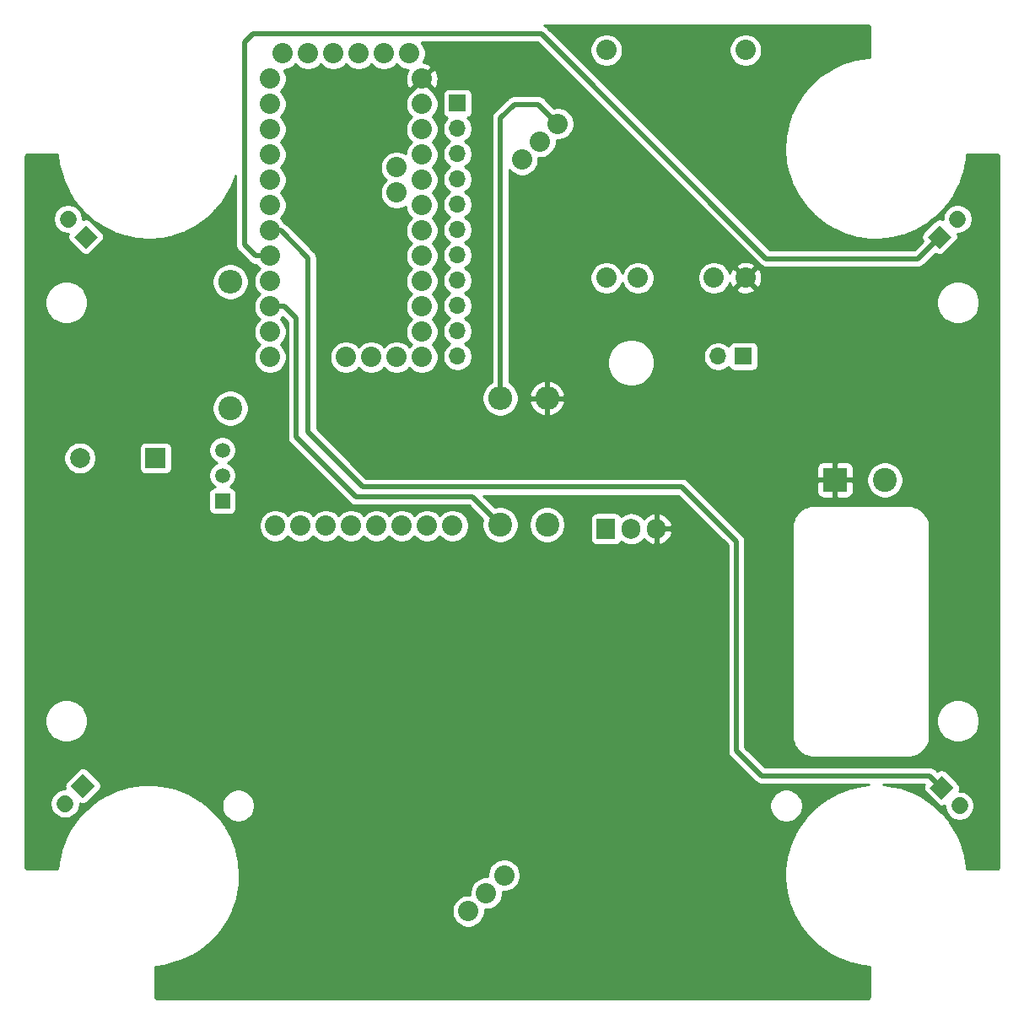
<source format=gbl>
G04 #@! TF.GenerationSoftware,KiCad,Pcbnew,5.1.5-52549c5~84~ubuntu18.04.1*
G04 #@! TF.CreationDate,2020-01-22T10:54:03-05:00*
G04 #@! TF.ProjectId,GeaiRareDit_PCB_Kicad5,47656169-5261-4726-9544-69745f504342,1.0*
G04 #@! TF.SameCoordinates,Original*
G04 #@! TF.FileFunction,Copper,L2,Bot*
G04 #@! TF.FilePolarity,Positive*
%FSLAX46Y46*%
G04 Gerber Fmt 4.6, Leading zero omitted, Abs format (unit mm)*
G04 Created by KiCad (PCBNEW 5.1.5-52549c5~84~ubuntu18.04.1) date 2020-01-22 10:54:03*
%MOMM*%
%LPD*%
G04 APERTURE LIST*
%ADD10C,2.032000*%
%ADD11R,1.700000X1.700000*%
%ADD12O,1.700000X1.700000*%
%ADD13R,1.905000X2.000000*%
%ADD14O,1.905000X2.000000*%
%ADD15C,1.500000*%
%ADD16R,1.500000X1.500000*%
%ADD17C,2.400000*%
%ADD18O,2.400000X2.400000*%
%ADD19C,0.100000*%
%ADD20C,1.700000*%
%ADD21R,2.000000X2.000000*%
%ADD22C,2.000000*%
%ADD23R,2.400000X2.400000*%
%ADD24C,0.500000*%
%ADD25C,0.254000*%
G04 APERTURE END LIST*
D10*
X151859501Y-66368411D03*
X153655552Y-64572360D03*
X155451604Y-62776308D03*
X146471347Y-141802562D03*
X148267399Y-140006511D03*
X150063450Y-138210460D03*
D11*
X145382500Y-60723000D03*
D12*
X145382500Y-63263000D03*
X145382500Y-65803000D03*
X145382500Y-68343000D03*
X145382500Y-70883000D03*
X145382500Y-73423000D03*
X145382500Y-75963000D03*
X145382500Y-78503000D03*
X145382500Y-81043000D03*
X145382500Y-83583000D03*
X145382500Y-86123000D03*
D13*
X160282500Y-103423000D03*
D14*
X162822500Y-103423000D03*
X165362500Y-103423000D03*
D15*
X121782500Y-98083000D03*
X121782500Y-95543000D03*
D16*
X121782500Y-100623000D03*
D10*
X127842500Y-55723000D03*
X130382500Y-55723000D03*
X132922500Y-55723000D03*
X135462500Y-55723000D03*
X138002500Y-55723000D03*
X140542500Y-55723000D03*
X126572500Y-58263000D03*
X126572500Y-60803000D03*
X126572500Y-63343000D03*
X126572500Y-65883000D03*
X126572500Y-68423000D03*
X126572500Y-70963000D03*
X126572500Y-73503000D03*
X126572500Y-76043000D03*
X126572500Y-78583000D03*
X126572500Y-81123000D03*
X126572500Y-83663000D03*
X126572500Y-86203000D03*
X141812500Y-58263000D03*
X141812500Y-60803000D03*
X141812500Y-63343000D03*
X141812500Y-65883000D03*
X141812500Y-68423000D03*
X141812500Y-70963000D03*
X141812500Y-73503000D03*
X141812500Y-76043000D03*
X141812500Y-78583000D03*
X141812500Y-81123000D03*
X141812500Y-83663000D03*
X141812500Y-86203000D03*
X139272500Y-67153000D03*
X139272500Y-69693000D03*
X139272500Y-86203000D03*
X136732500Y-86203000D03*
X134192500Y-86203000D03*
D17*
X122582500Y-91323000D03*
D18*
X122582500Y-78623000D03*
D10*
X127102500Y-103123000D03*
X129642500Y-103123000D03*
X132182500Y-103123000D03*
X134722500Y-103123000D03*
X137262500Y-103123000D03*
X139802500Y-103123000D03*
X142342500Y-103123000D03*
X144882500Y-103123000D03*
G04 #@! TA.AperFunction,ComponentPad*
D19*
G36*
X106580418Y-129223000D02*
G01*
X107782500Y-128020918D01*
X108984582Y-129223000D01*
X107782500Y-130425082D01*
X106580418Y-129223000D01*
G37*
G04 #@! TD.AperFunction*
D20*
X105986449Y-131019051D02*
X105986449Y-131019051D01*
G04 #@! TA.AperFunction,ComponentPad*
D19*
G36*
X194984582Y-74123000D02*
G01*
X193782500Y-75325082D01*
X192580418Y-74123000D01*
X193782500Y-72920918D01*
X194984582Y-74123000D01*
G37*
G04 #@! TD.AperFunction*
D20*
X195578551Y-72326949D02*
X195578551Y-72326949D01*
D11*
X174082500Y-86123000D03*
D12*
X171542500Y-86123000D03*
D18*
X154382500Y-90323000D03*
D17*
X154382500Y-103023000D03*
D20*
X106286449Y-72326949D02*
X106286449Y-72326949D01*
G04 #@! TA.AperFunction,ComponentPad*
D19*
G36*
X108082500Y-72920918D02*
G01*
X109284582Y-74123000D01*
X108082500Y-75325082D01*
X106880418Y-74123000D01*
X108082500Y-72920918D01*
G37*
G04 #@! TD.AperFunction*
D17*
X149682500Y-103023000D03*
D18*
X149682500Y-90323000D03*
D20*
X195782500Y-131223000D02*
X195782500Y-131223000D01*
G04 #@! TA.AperFunction,ComponentPad*
D19*
G36*
X193986449Y-130629031D02*
G01*
X192784367Y-129426949D01*
X193986449Y-128224867D01*
X195188531Y-129426949D01*
X193986449Y-130629031D01*
G37*
G04 #@! TD.AperFunction*
D21*
X115082500Y-96323000D03*
D22*
X107482500Y-96323000D03*
D23*
X183282500Y-98523000D03*
D17*
X188282500Y-98523000D03*
D10*
X171122500Y-78243000D03*
X163502500Y-78243000D03*
X174297500Y-78243000D03*
X160327500Y-78243000D03*
X160327500Y-55383000D03*
X174297500Y-55383000D03*
D24*
X128009340Y-81123000D02*
X129182500Y-82296160D01*
X126572500Y-81123000D02*
X128009340Y-81123000D01*
X129182500Y-82296160D02*
X129182500Y-94223000D01*
X129182500Y-94223000D02*
X135182500Y-100223000D01*
X146882500Y-100223000D02*
X149682500Y-103023000D01*
X135182500Y-100223000D02*
X146882500Y-100223000D01*
X125135660Y-76043000D02*
X125115660Y-76023000D01*
X126572500Y-76043000D02*
X125135660Y-76043000D01*
X125115660Y-76023000D02*
X125082500Y-76023000D01*
X125082500Y-76023000D02*
X123982500Y-74923000D01*
X123982500Y-74923000D02*
X123982500Y-54623000D01*
X123982500Y-54623000D02*
X124882500Y-53723000D01*
X124882500Y-53723000D02*
X153782500Y-53723000D01*
X153782500Y-53723000D02*
X176382500Y-76323000D01*
X191582500Y-76323000D02*
X193782500Y-74123000D01*
X176382500Y-76323000D02*
X191582500Y-76323000D01*
X153498296Y-60823000D02*
X155451604Y-62776308D01*
X151082500Y-60823000D02*
X153498296Y-60823000D01*
X149682500Y-90323000D02*
X149682500Y-62223000D01*
X149682500Y-62223000D02*
X151082500Y-60823000D01*
X175882500Y-128223000D02*
X192782500Y-128223000D01*
X173382500Y-125723000D02*
X175882500Y-128223000D01*
X173382500Y-104723000D02*
X173382500Y-125723000D01*
X127662500Y-73503000D02*
X130382500Y-76223000D01*
X192782500Y-128223000D02*
X193986449Y-129426949D01*
X126572500Y-73503000D02*
X127662500Y-73503000D01*
X135882500Y-99223000D02*
X167882500Y-99223000D01*
X130382500Y-93723000D02*
X135882500Y-99223000D01*
X167882500Y-99223000D02*
X173382500Y-104723000D01*
X130382500Y-76223000D02*
X130382500Y-93723000D01*
D25*
G36*
X105252890Y-65961900D02*
G01*
X105256491Y-65994523D01*
X105258895Y-66027257D01*
X105259905Y-66034094D01*
X105434802Y-67177050D01*
X105443841Y-67217488D01*
X105452459Y-67258031D01*
X105454387Y-67264668D01*
X105782782Y-68373312D01*
X105797228Y-68412157D01*
X105811266Y-68451148D01*
X105814071Y-68457447D01*
X105814076Y-68457461D01*
X105814082Y-68457473D01*
X106289895Y-69511282D01*
X106309473Y-69547795D01*
X106328679Y-69584532D01*
X106332314Y-69590393D01*
X106332320Y-69590405D01*
X106332327Y-69590415D01*
X106946756Y-70569898D01*
X106971074Y-70603369D01*
X106995121Y-70637207D01*
X106999527Y-70642532D01*
X107741209Y-71529573D01*
X107769860Y-71559450D01*
X107798263Y-71589696D01*
X107803350Y-71594374D01*
X108658556Y-72372551D01*
X108691069Y-72398320D01*
X108723241Y-72424373D01*
X108728906Y-72428310D01*
X108728916Y-72428318D01*
X108728926Y-72428324D01*
X109681820Y-73083230D01*
X109717436Y-73104293D01*
X109752939Y-73125795D01*
X109759097Y-73128932D01*
X110792068Y-73648462D01*
X110830282Y-73664526D01*
X110868306Y-73680981D01*
X110874818Y-73683248D01*
X110874832Y-73683254D01*
X110874845Y-73683258D01*
X111968752Y-74057786D01*
X112008775Y-74068510D01*
X112048699Y-74079657D01*
X112055466Y-74081021D01*
X112055472Y-74081023D01*
X112055478Y-74081024D01*
X113190103Y-74303628D01*
X113231217Y-74308822D01*
X113272278Y-74314447D01*
X113279174Y-74314881D01*
X113279176Y-74314881D01*
X114433517Y-74381440D01*
X114474966Y-74381006D01*
X114516400Y-74381006D01*
X114523277Y-74380500D01*
X114523292Y-74380500D01*
X114523305Y-74380498D01*
X115675989Y-74289780D01*
X115716982Y-74283727D01*
X115758046Y-74278102D01*
X115764793Y-74276668D01*
X115764805Y-74276666D01*
X115764816Y-74276663D01*
X116894524Y-74030346D01*
X116934354Y-74018775D01*
X116974237Y-74007639D01*
X116980725Y-74005303D01*
X116980739Y-74005299D01*
X116980752Y-74005293D01*
X118066577Y-73607938D01*
X118104422Y-73591089D01*
X118142470Y-73574624D01*
X118148575Y-73571431D01*
X118148595Y-73571422D01*
X118148612Y-73571412D01*
X119170458Y-73030373D01*
X119205673Y-73008539D01*
X119241128Y-72987067D01*
X119246750Y-72983071D01*
X119246761Y-72983064D01*
X119246770Y-72983056D01*
X120185741Y-72308338D01*
X120217675Y-72281920D01*
X120249880Y-72255841D01*
X120254909Y-72251118D01*
X120254918Y-72251111D01*
X120254925Y-72251103D01*
X121093639Y-71455193D01*
X121121682Y-71424697D01*
X121150060Y-71394477D01*
X121154409Y-71389106D01*
X121877352Y-70486725D01*
X121900985Y-70452723D01*
X121925011Y-70418914D01*
X121928586Y-70413010D01*
X121928591Y-70413003D01*
X121928594Y-70412996D01*
X122522378Y-69420856D01*
X122541196Y-69383925D01*
X122560393Y-69347204D01*
X122563131Y-69340875D01*
X122563138Y-69340862D01*
X122563142Y-69340849D01*
X123016781Y-68277309D01*
X123030406Y-68238184D01*
X123044449Y-68199179D01*
X123046307Y-68192522D01*
X123097500Y-68005391D01*
X123097500Y-74879531D01*
X123093219Y-74923000D01*
X123097500Y-74966469D01*
X123097500Y-74966476D01*
X123110305Y-75096489D01*
X123160911Y-75263312D01*
X123243089Y-75417058D01*
X123353683Y-75551817D01*
X123387456Y-75579534D01*
X124425970Y-76618049D01*
X124453683Y-76651817D01*
X124487451Y-76679530D01*
X124487453Y-76679532D01*
X124511823Y-76699532D01*
X124588441Y-76762411D01*
X124742187Y-76844589D01*
X124778588Y-76855631D01*
X124795347Y-76864589D01*
X124962170Y-76915195D01*
X125092183Y-76928000D01*
X125092193Y-76928000D01*
X125135659Y-76932281D01*
X125178255Y-76928086D01*
X125290085Y-77095451D01*
X125507634Y-77313000D01*
X125290085Y-77530549D01*
X125109403Y-77800958D01*
X124984947Y-78101421D01*
X124921500Y-78420391D01*
X124921500Y-78745609D01*
X124984947Y-79064579D01*
X125109403Y-79365042D01*
X125290085Y-79635451D01*
X125507634Y-79853000D01*
X125290085Y-80070549D01*
X125109403Y-80340958D01*
X124984947Y-80641421D01*
X124921500Y-80960391D01*
X124921500Y-81285609D01*
X124984947Y-81604579D01*
X125109403Y-81905042D01*
X125290085Y-82175451D01*
X125507634Y-82393000D01*
X125290085Y-82610549D01*
X125109403Y-82880958D01*
X124984947Y-83181421D01*
X124921500Y-83500391D01*
X124921500Y-83825609D01*
X124984947Y-84144579D01*
X125109403Y-84445042D01*
X125290085Y-84715451D01*
X125507634Y-84933000D01*
X125290085Y-85150549D01*
X125109403Y-85420958D01*
X124984947Y-85721421D01*
X124921500Y-86040391D01*
X124921500Y-86365609D01*
X124984947Y-86684579D01*
X125109403Y-86985042D01*
X125290085Y-87255451D01*
X125520049Y-87485415D01*
X125790458Y-87666097D01*
X126090921Y-87790553D01*
X126409891Y-87854000D01*
X126735109Y-87854000D01*
X127054079Y-87790553D01*
X127354542Y-87666097D01*
X127624951Y-87485415D01*
X127854915Y-87255451D01*
X128035597Y-86985042D01*
X128160053Y-86684579D01*
X128223500Y-86365609D01*
X128223500Y-86040391D01*
X128160053Y-85721421D01*
X128035597Y-85420958D01*
X127854915Y-85150549D01*
X127637366Y-84933000D01*
X127854915Y-84715451D01*
X128035597Y-84445042D01*
X128160053Y-84144579D01*
X128223500Y-83825609D01*
X128223500Y-83500391D01*
X128160053Y-83181421D01*
X128035597Y-82880958D01*
X127854915Y-82610549D01*
X127637366Y-82393000D01*
X127832564Y-82197802D01*
X128297500Y-82662739D01*
X128297501Y-94179521D01*
X128293219Y-94223000D01*
X128310305Y-94396490D01*
X128360912Y-94563313D01*
X128443090Y-94717059D01*
X128525968Y-94818046D01*
X128525971Y-94818049D01*
X128553684Y-94851817D01*
X128587452Y-94879530D01*
X134525970Y-100818049D01*
X134553683Y-100851817D01*
X134587451Y-100879530D01*
X134587453Y-100879532D01*
X134658952Y-100938210D01*
X134688441Y-100962411D01*
X134842187Y-101044589D01*
X135009010Y-101095195D01*
X135139023Y-101108000D01*
X135139033Y-101108000D01*
X135182499Y-101112281D01*
X135225965Y-101108000D01*
X146515922Y-101108000D01*
X147914310Y-102506389D01*
X147847500Y-102842268D01*
X147847500Y-103203732D01*
X147918018Y-103558250D01*
X148056344Y-103892199D01*
X148257162Y-104192744D01*
X148512756Y-104448338D01*
X148813301Y-104649156D01*
X149147250Y-104787482D01*
X149501768Y-104858000D01*
X149863232Y-104858000D01*
X150217750Y-104787482D01*
X150551699Y-104649156D01*
X150852244Y-104448338D01*
X151107838Y-104192744D01*
X151308656Y-103892199D01*
X151446982Y-103558250D01*
X151517500Y-103203732D01*
X151517500Y-102842268D01*
X152547500Y-102842268D01*
X152547500Y-103203732D01*
X152618018Y-103558250D01*
X152756344Y-103892199D01*
X152957162Y-104192744D01*
X153212756Y-104448338D01*
X153513301Y-104649156D01*
X153847250Y-104787482D01*
X154201768Y-104858000D01*
X154563232Y-104858000D01*
X154917750Y-104787482D01*
X155251699Y-104649156D01*
X155552244Y-104448338D01*
X155807838Y-104192744D01*
X156008656Y-103892199D01*
X156146982Y-103558250D01*
X156217500Y-103203732D01*
X156217500Y-102842268D01*
X156146982Y-102487750D01*
X156120162Y-102423000D01*
X158691928Y-102423000D01*
X158691928Y-104423000D01*
X158704188Y-104547482D01*
X158740498Y-104667180D01*
X158799463Y-104777494D01*
X158878815Y-104874185D01*
X158975506Y-104953537D01*
X159085820Y-105012502D01*
X159205518Y-105048812D01*
X159330000Y-105061072D01*
X161235000Y-105061072D01*
X161359482Y-105048812D01*
X161479180Y-105012502D01*
X161589494Y-104953537D01*
X161686185Y-104874185D01*
X161765537Y-104777494D01*
X161810405Y-104693553D01*
X161936266Y-104796845D01*
X162212052Y-104944255D01*
X162511297Y-105035030D01*
X162822500Y-105065681D01*
X163133704Y-105035030D01*
X163432949Y-104944255D01*
X163708735Y-104796845D01*
X163950463Y-104598463D01*
X164097662Y-104419100D01*
X164253063Y-104604315D01*
X164495577Y-104798969D01*
X164771406Y-104942571D01*
X164989520Y-105013563D01*
X165235500Y-104893594D01*
X165235500Y-103550000D01*
X165489500Y-103550000D01*
X165489500Y-104893594D01*
X165735480Y-105013563D01*
X165953594Y-104942571D01*
X166229423Y-104798969D01*
X166471937Y-104604315D01*
X166671816Y-104366089D01*
X166821379Y-104093446D01*
X166914878Y-103796863D01*
X166788070Y-103550000D01*
X165489500Y-103550000D01*
X165235500Y-103550000D01*
X165215500Y-103550000D01*
X165215500Y-103296000D01*
X165235500Y-103296000D01*
X165235500Y-101952406D01*
X165489500Y-101952406D01*
X165489500Y-103296000D01*
X166788070Y-103296000D01*
X166914878Y-103049137D01*
X166821379Y-102752554D01*
X166671816Y-102479911D01*
X166471937Y-102241685D01*
X166229423Y-102047031D01*
X165953594Y-101903429D01*
X165735480Y-101832437D01*
X165489500Y-101952406D01*
X165235500Y-101952406D01*
X164989520Y-101832437D01*
X164771406Y-101903429D01*
X164495577Y-102047031D01*
X164253063Y-102241685D01*
X164097663Y-102426899D01*
X163950463Y-102247537D01*
X163708734Y-102049155D01*
X163432948Y-101901745D01*
X163133703Y-101810970D01*
X162822500Y-101780319D01*
X162511296Y-101810970D01*
X162212051Y-101901745D01*
X161936265Y-102049155D01*
X161810405Y-102152446D01*
X161765537Y-102068506D01*
X161686185Y-101971815D01*
X161589494Y-101892463D01*
X161479180Y-101833498D01*
X161359482Y-101797188D01*
X161235000Y-101784928D01*
X159330000Y-101784928D01*
X159205518Y-101797188D01*
X159085820Y-101833498D01*
X158975506Y-101892463D01*
X158878815Y-101971815D01*
X158799463Y-102068506D01*
X158740498Y-102178820D01*
X158704188Y-102298518D01*
X158691928Y-102423000D01*
X156120162Y-102423000D01*
X156008656Y-102153801D01*
X155807838Y-101853256D01*
X155552244Y-101597662D01*
X155251699Y-101396844D01*
X154917750Y-101258518D01*
X154563232Y-101188000D01*
X154201768Y-101188000D01*
X153847250Y-101258518D01*
X153513301Y-101396844D01*
X153212756Y-101597662D01*
X152957162Y-101853256D01*
X152756344Y-102153801D01*
X152618018Y-102487750D01*
X152547500Y-102842268D01*
X151517500Y-102842268D01*
X151446982Y-102487750D01*
X151308656Y-102153801D01*
X151107838Y-101853256D01*
X150852244Y-101597662D01*
X150551699Y-101396844D01*
X150217750Y-101258518D01*
X149863232Y-101188000D01*
X149501768Y-101188000D01*
X149165889Y-101254810D01*
X148019078Y-100108000D01*
X167515922Y-100108000D01*
X172497500Y-105089579D01*
X172497501Y-125679521D01*
X172493219Y-125723000D01*
X172510305Y-125896490D01*
X172560912Y-126063313D01*
X172643090Y-126217059D01*
X172725968Y-126318046D01*
X172725971Y-126318049D01*
X172753684Y-126351817D01*
X172787451Y-126379529D01*
X175225970Y-128818049D01*
X175253683Y-128851817D01*
X175287451Y-128879530D01*
X175287453Y-128879532D01*
X175388441Y-128962411D01*
X175542187Y-129044589D01*
X175709010Y-129095195D01*
X175839023Y-129108000D01*
X175839031Y-129108000D01*
X175882500Y-129112281D01*
X175925969Y-129108000D01*
X186701705Y-129108000D01*
X186089011Y-129156220D01*
X186048024Y-129162272D01*
X186006953Y-129167898D01*
X186000206Y-129169332D01*
X186000194Y-129169334D01*
X186000183Y-129169337D01*
X184870476Y-129415654D01*
X184830623Y-129427232D01*
X184790763Y-129438361D01*
X184784280Y-129440695D01*
X184784260Y-129440701D01*
X184784243Y-129440709D01*
X183698424Y-129838062D01*
X183660597Y-129854903D01*
X183622530Y-129871376D01*
X183616412Y-129874575D01*
X183616405Y-129874578D01*
X183616399Y-129874582D01*
X182594543Y-130415627D01*
X182559350Y-130437447D01*
X182523872Y-130458933D01*
X182518250Y-130462929D01*
X182518239Y-130462936D01*
X182518230Y-130462944D01*
X181579259Y-131137662D01*
X181547325Y-131164080D01*
X181515120Y-131190159D01*
X181510091Y-131194882D01*
X181510082Y-131194889D01*
X181510075Y-131194897D01*
X180671361Y-131990807D01*
X180643318Y-132021303D01*
X180614940Y-132051523D01*
X180610591Y-132056894D01*
X179887648Y-132959275D01*
X179864015Y-132993277D01*
X179839989Y-133027086D01*
X179836414Y-133032990D01*
X179836409Y-133032997D01*
X179836406Y-133033004D01*
X179242622Y-134025144D01*
X179223822Y-134062041D01*
X179204607Y-134098796D01*
X179201863Y-134105139D01*
X178748219Y-135168691D01*
X178734578Y-135207862D01*
X178720552Y-135246821D01*
X178718693Y-135253478D01*
X178413587Y-136368757D01*
X178405399Y-136409366D01*
X178396779Y-136449919D01*
X178395841Y-136456766D01*
X178244919Y-137603134D01*
X178242317Y-137644498D01*
X178239282Y-137685826D01*
X178239282Y-137692737D01*
X178245336Y-138848981D01*
X178248371Y-138890312D01*
X178250973Y-138931672D01*
X178251911Y-138938520D01*
X178414829Y-140083243D01*
X178423446Y-140123785D01*
X178431637Y-140164406D01*
X178433493Y-140171050D01*
X178433495Y-140171061D01*
X178433498Y-140171071D01*
X178750264Y-141283085D01*
X178764299Y-141322069D01*
X178777931Y-141361215D01*
X178780672Y-141367549D01*
X178780675Y-141367557D01*
X178780676Y-141367558D01*
X179245433Y-142426302D01*
X179264628Y-142463020D01*
X179283447Y-142499953D01*
X179287027Y-142505865D01*
X179891171Y-143491739D01*
X179915180Y-143525523D01*
X179938830Y-143559551D01*
X179943180Y-143564922D01*
X180675533Y-144459682D01*
X180703907Y-144489897D01*
X180731953Y-144520397D01*
X180736983Y-144525121D01*
X180736991Y-144525129D01*
X180736999Y-144525136D01*
X181584001Y-145312219D01*
X181616196Y-145338290D01*
X181648140Y-145364717D01*
X181653768Y-145368716D01*
X181653772Y-145368719D01*
X181653774Y-145368720D01*
X182599767Y-146033575D01*
X182635235Y-146055056D01*
X182670437Y-146076882D01*
X182676549Y-146080077D01*
X182676561Y-146080084D01*
X182676573Y-146080089D01*
X183704034Y-146610401D01*
X183742111Y-146626879D01*
X183779928Y-146643716D01*
X183786416Y-146646052D01*
X183786430Y-146646058D01*
X183786443Y-146646062D01*
X184876369Y-147032025D01*
X184916293Y-147043172D01*
X184956082Y-147054732D01*
X184962838Y-147056168D01*
X184962841Y-147056169D01*
X184962844Y-147056169D01*
X186095078Y-147290644D01*
X186136136Y-147296268D01*
X186177136Y-147302323D01*
X186184028Y-147302829D01*
X186722500Y-147339538D01*
X186722501Y-150449618D01*
X186609120Y-150563000D01*
X115155881Y-150563000D01*
X115042500Y-150449620D01*
X115042500Y-147355917D01*
X115121400Y-147352610D01*
X115154023Y-147349009D01*
X115186757Y-147346605D01*
X115193594Y-147345595D01*
X116336550Y-147170698D01*
X116376988Y-147161659D01*
X116417531Y-147153041D01*
X116424168Y-147151113D01*
X117532812Y-146822718D01*
X117571657Y-146808272D01*
X117610648Y-146794234D01*
X117616947Y-146791429D01*
X117616961Y-146791424D01*
X117616973Y-146791418D01*
X118670782Y-146315605D01*
X118707295Y-146296027D01*
X118744032Y-146276821D01*
X118749893Y-146273186D01*
X118749905Y-146273180D01*
X118749915Y-146273173D01*
X119729398Y-145658744D01*
X119762869Y-145634426D01*
X119796707Y-145610379D01*
X119802032Y-145605973D01*
X120689073Y-144864291D01*
X120718950Y-144835640D01*
X120749196Y-144807237D01*
X120753874Y-144802150D01*
X121532051Y-143946944D01*
X121557820Y-143914431D01*
X121583873Y-143882259D01*
X121587810Y-143876594D01*
X121587818Y-143876584D01*
X121587824Y-143876574D01*
X122242730Y-142923680D01*
X122263793Y-142888064D01*
X122285295Y-142852561D01*
X122288432Y-142846403D01*
X122807962Y-141813432D01*
X122824026Y-141775218D01*
X122840481Y-141737194D01*
X122842748Y-141730682D01*
X122842754Y-141730668D01*
X122842758Y-141730655D01*
X122873812Y-141639953D01*
X144820347Y-141639953D01*
X144820347Y-141965171D01*
X144883794Y-142284141D01*
X145008250Y-142584604D01*
X145188932Y-142855013D01*
X145418896Y-143084977D01*
X145689305Y-143265659D01*
X145989768Y-143390115D01*
X146308738Y-143453562D01*
X146633956Y-143453562D01*
X146952926Y-143390115D01*
X147253389Y-143265659D01*
X147523798Y-143084977D01*
X147753762Y-142855013D01*
X147934444Y-142584604D01*
X148058900Y-142284141D01*
X148122347Y-141965171D01*
X148122347Y-141657511D01*
X148430008Y-141657511D01*
X148748978Y-141594064D01*
X149049441Y-141469608D01*
X149319850Y-141288926D01*
X149549814Y-141058962D01*
X149730496Y-140788553D01*
X149854952Y-140488090D01*
X149918399Y-140169120D01*
X149918399Y-139861460D01*
X150226059Y-139861460D01*
X150545029Y-139798013D01*
X150845492Y-139673557D01*
X151115901Y-139492875D01*
X151345865Y-139262911D01*
X151526547Y-138992502D01*
X151651003Y-138692039D01*
X151714450Y-138373069D01*
X151714450Y-138047851D01*
X151651003Y-137728881D01*
X151526547Y-137428418D01*
X151345865Y-137158009D01*
X151115901Y-136928045D01*
X150845492Y-136747363D01*
X150545029Y-136622907D01*
X150226059Y-136559460D01*
X149900841Y-136559460D01*
X149581871Y-136622907D01*
X149281408Y-136747363D01*
X149010999Y-136928045D01*
X148781035Y-137158009D01*
X148600353Y-137428418D01*
X148475897Y-137728881D01*
X148412450Y-138047851D01*
X148412450Y-138355511D01*
X148104790Y-138355511D01*
X147785820Y-138418958D01*
X147485357Y-138543414D01*
X147214948Y-138724096D01*
X146984984Y-138954060D01*
X146804302Y-139224469D01*
X146679846Y-139524932D01*
X146616399Y-139843902D01*
X146616399Y-140151562D01*
X146308738Y-140151562D01*
X145989768Y-140215009D01*
X145689305Y-140339465D01*
X145418896Y-140520147D01*
X145188932Y-140750111D01*
X145008250Y-141020520D01*
X144883794Y-141320983D01*
X144820347Y-141639953D01*
X122873812Y-141639953D01*
X123217286Y-140636748D01*
X123228010Y-140596725D01*
X123239157Y-140556801D01*
X123240523Y-140550026D01*
X123463128Y-139415397D01*
X123468322Y-139374283D01*
X123473947Y-139333222D01*
X123474381Y-139326324D01*
X123540940Y-138171983D01*
X123540506Y-138130534D01*
X123540506Y-138089099D01*
X123540000Y-138082223D01*
X123540000Y-138082208D01*
X123539998Y-138082195D01*
X123449280Y-136929511D01*
X123443228Y-136888524D01*
X123437602Y-136847453D01*
X123436168Y-136840706D01*
X123436166Y-136840694D01*
X123436163Y-136840683D01*
X123189846Y-135710976D01*
X123178268Y-135671123D01*
X123167139Y-135631263D01*
X123164805Y-135624780D01*
X123164799Y-135624760D01*
X123164791Y-135624743D01*
X122767438Y-134538924D01*
X122750597Y-134501097D01*
X122734124Y-134463030D01*
X122730922Y-134456906D01*
X122730922Y-134456905D01*
X122730918Y-134456899D01*
X122189873Y-133435043D01*
X122168053Y-133399850D01*
X122146567Y-133364372D01*
X122142571Y-133358750D01*
X122142564Y-133358739D01*
X122142556Y-133358730D01*
X121467838Y-132419759D01*
X121441420Y-132387825D01*
X121415341Y-132355620D01*
X121410618Y-132350591D01*
X121410611Y-132350582D01*
X121410603Y-132350575D01*
X120614693Y-131511861D01*
X120584197Y-131483818D01*
X120553977Y-131455440D01*
X120548606Y-131451091D01*
X120058362Y-131058331D01*
X121710590Y-131058331D01*
X121710590Y-131387669D01*
X121774840Y-131710678D01*
X121900872Y-132014947D01*
X122083842Y-132288781D01*
X122316719Y-132521658D01*
X122590553Y-132704628D01*
X122894822Y-132830660D01*
X123217831Y-132894910D01*
X123547169Y-132894910D01*
X123870178Y-132830660D01*
X124174447Y-132704628D01*
X124448281Y-132521658D01*
X124681158Y-132288781D01*
X124864128Y-132014947D01*
X124990160Y-131710678D01*
X125054410Y-131387669D01*
X125054410Y-131058331D01*
X176710590Y-131058331D01*
X176710590Y-131387669D01*
X176774840Y-131710678D01*
X176900872Y-132014947D01*
X177083842Y-132288781D01*
X177316719Y-132521658D01*
X177590553Y-132704628D01*
X177894822Y-132830660D01*
X178217831Y-132894910D01*
X178547169Y-132894910D01*
X178870178Y-132830660D01*
X179174447Y-132704628D01*
X179448281Y-132521658D01*
X179681158Y-132288781D01*
X179864128Y-132014947D01*
X179990160Y-131710678D01*
X180054410Y-131387669D01*
X180054410Y-131058331D01*
X179990160Y-130735322D01*
X179864128Y-130431053D01*
X179681158Y-130157219D01*
X179448281Y-129924342D01*
X179174447Y-129741372D01*
X178870178Y-129615340D01*
X178547169Y-129551090D01*
X178217831Y-129551090D01*
X177894822Y-129615340D01*
X177590553Y-129741372D01*
X177316719Y-129924342D01*
X177083842Y-130157219D01*
X176900872Y-130431053D01*
X176774840Y-130735322D01*
X176710590Y-131058331D01*
X125054410Y-131058331D01*
X124990160Y-130735322D01*
X124864128Y-130431053D01*
X124681158Y-130157219D01*
X124448281Y-129924342D01*
X124174447Y-129741372D01*
X123870178Y-129615340D01*
X123547169Y-129551090D01*
X123217831Y-129551090D01*
X122894822Y-129615340D01*
X122590553Y-129741372D01*
X122316719Y-129924342D01*
X122083842Y-130157219D01*
X121900872Y-130431053D01*
X121774840Y-130735322D01*
X121710590Y-131058331D01*
X120058362Y-131058331D01*
X119646225Y-130728148D01*
X119612223Y-130704515D01*
X119578414Y-130680489D01*
X119572510Y-130676914D01*
X119572503Y-130676909D01*
X119572496Y-130676906D01*
X118580356Y-130083122D01*
X118543459Y-130064322D01*
X118506704Y-130045107D01*
X118500368Y-130042366D01*
X118500362Y-130042363D01*
X118500357Y-130042361D01*
X117436809Y-129588719D01*
X117397638Y-129575078D01*
X117358679Y-129561052D01*
X117352027Y-129559194D01*
X117352019Y-129559192D01*
X116236743Y-129254087D01*
X116196134Y-129245899D01*
X116155581Y-129237279D01*
X116148737Y-129236341D01*
X116148733Y-129236341D01*
X115002366Y-129085419D01*
X114961006Y-129082817D01*
X114919675Y-129079782D01*
X114912763Y-129079782D01*
X113756519Y-129085836D01*
X113715194Y-129088871D01*
X113673827Y-129091473D01*
X113666980Y-129092411D01*
X112522256Y-129255329D01*
X112481695Y-129263950D01*
X112441094Y-129272137D01*
X112434453Y-129273992D01*
X112434438Y-129273995D01*
X112434425Y-129274000D01*
X111322415Y-129590764D01*
X111283447Y-129604793D01*
X111244284Y-129618431D01*
X111237951Y-129621172D01*
X111237943Y-129621175D01*
X111237936Y-129621178D01*
X110179198Y-130085933D01*
X110142501Y-130105118D01*
X110105546Y-130123947D01*
X110099635Y-130127527D01*
X109113761Y-130731671D01*
X109079953Y-130755697D01*
X109045950Y-130779330D01*
X109040579Y-130783679D01*
X108145818Y-131516033D01*
X108115626Y-131544385D01*
X108085102Y-131572453D01*
X108080372Y-131577491D01*
X107293281Y-132424501D01*
X107267205Y-132456701D01*
X107240783Y-132488640D01*
X107236786Y-132494266D01*
X107236780Y-132494273D01*
X107236776Y-132494280D01*
X106571925Y-133440267D01*
X106550464Y-133475703D01*
X106528618Y-133510937D01*
X106525420Y-133517055D01*
X106525416Y-133517061D01*
X106525416Y-133517062D01*
X105995099Y-134544534D01*
X105978656Y-134582531D01*
X105961783Y-134620428D01*
X105959450Y-134626911D01*
X105959442Y-134626930D01*
X105959437Y-134626948D01*
X105573475Y-135716869D01*
X105562331Y-135756781D01*
X105550768Y-135796582D01*
X105549331Y-135803342D01*
X105314856Y-136935578D01*
X105309233Y-136976628D01*
X105303177Y-137017635D01*
X105302671Y-137024528D01*
X105265962Y-137563000D01*
X102155881Y-137563000D01*
X102042500Y-137449620D01*
X102042500Y-130872791D01*
X104501449Y-130872791D01*
X104501449Y-131165311D01*
X104558517Y-131452209D01*
X104670459Y-131722462D01*
X104832974Y-131965683D01*
X105039817Y-132172526D01*
X105283038Y-132335041D01*
X105553291Y-132446983D01*
X105840189Y-132504051D01*
X106132709Y-132504051D01*
X106419607Y-132446983D01*
X106689860Y-132335041D01*
X106933081Y-132172526D01*
X107139924Y-131965683D01*
X107302439Y-131722462D01*
X107414381Y-131452209D01*
X107471449Y-131165311D01*
X107471449Y-130978840D01*
X107538320Y-131014584D01*
X107658018Y-131050894D01*
X107782500Y-131063154D01*
X107906982Y-131050894D01*
X108026680Y-131014584D01*
X108136994Y-130955619D01*
X108233685Y-130876267D01*
X109435767Y-129674185D01*
X109515119Y-129577494D01*
X109574084Y-129467180D01*
X109610394Y-129347482D01*
X109622654Y-129223000D01*
X109610394Y-129098518D01*
X109574084Y-128978820D01*
X109515119Y-128868506D01*
X109435767Y-128771815D01*
X108233685Y-127569733D01*
X108136994Y-127490381D01*
X108026680Y-127431416D01*
X107906982Y-127395106D01*
X107782500Y-127382846D01*
X107658018Y-127395106D01*
X107538320Y-127431416D01*
X107428006Y-127490381D01*
X107331315Y-127569733D01*
X106129233Y-128771815D01*
X106049881Y-128868506D01*
X105990916Y-128978820D01*
X105954606Y-129098518D01*
X105942346Y-129223000D01*
X105954606Y-129347482D01*
X105990916Y-129467180D01*
X106026660Y-129534051D01*
X105840189Y-129534051D01*
X105553291Y-129591119D01*
X105283038Y-129703061D01*
X105039817Y-129865576D01*
X104832974Y-130072419D01*
X104670459Y-130315640D01*
X104558517Y-130585893D01*
X104501449Y-130872791D01*
X102042500Y-130872791D01*
X102042500Y-122509323D01*
X103962997Y-122509323D01*
X103962997Y-122936677D01*
X104046370Y-123355821D01*
X104209912Y-123750645D01*
X104447337Y-124105977D01*
X104749523Y-124408163D01*
X105104855Y-124645588D01*
X105499679Y-124809130D01*
X105918823Y-124892503D01*
X106346177Y-124892503D01*
X106765321Y-124809130D01*
X107160145Y-124645588D01*
X107515477Y-124408163D01*
X107817663Y-124105977D01*
X108055088Y-123750645D01*
X108218630Y-123355821D01*
X108302003Y-122936677D01*
X108302003Y-122509323D01*
X108218630Y-122090179D01*
X108055088Y-121695355D01*
X107817663Y-121340023D01*
X107515477Y-121037837D01*
X107160145Y-120800412D01*
X106765321Y-120636870D01*
X106346177Y-120553497D01*
X105918823Y-120553497D01*
X105499679Y-120636870D01*
X105104855Y-120800412D01*
X104749523Y-121037837D01*
X104447337Y-121340023D01*
X104209912Y-121695355D01*
X104046370Y-122090179D01*
X103962997Y-122509323D01*
X102042500Y-122509323D01*
X102042500Y-102960391D01*
X125451500Y-102960391D01*
X125451500Y-103285609D01*
X125514947Y-103604579D01*
X125639403Y-103905042D01*
X125820085Y-104175451D01*
X126050049Y-104405415D01*
X126320458Y-104586097D01*
X126620921Y-104710553D01*
X126939891Y-104774000D01*
X127265109Y-104774000D01*
X127584079Y-104710553D01*
X127884542Y-104586097D01*
X128154951Y-104405415D01*
X128372500Y-104187866D01*
X128590049Y-104405415D01*
X128860458Y-104586097D01*
X129160921Y-104710553D01*
X129479891Y-104774000D01*
X129805109Y-104774000D01*
X130124079Y-104710553D01*
X130424542Y-104586097D01*
X130694951Y-104405415D01*
X130912500Y-104187866D01*
X131130049Y-104405415D01*
X131400458Y-104586097D01*
X131700921Y-104710553D01*
X132019891Y-104774000D01*
X132345109Y-104774000D01*
X132664079Y-104710553D01*
X132964542Y-104586097D01*
X133234951Y-104405415D01*
X133452500Y-104187866D01*
X133670049Y-104405415D01*
X133940458Y-104586097D01*
X134240921Y-104710553D01*
X134559891Y-104774000D01*
X134885109Y-104774000D01*
X135204079Y-104710553D01*
X135504542Y-104586097D01*
X135774951Y-104405415D01*
X135992500Y-104187866D01*
X136210049Y-104405415D01*
X136480458Y-104586097D01*
X136780921Y-104710553D01*
X137099891Y-104774000D01*
X137425109Y-104774000D01*
X137744079Y-104710553D01*
X138044542Y-104586097D01*
X138314951Y-104405415D01*
X138532500Y-104187866D01*
X138750049Y-104405415D01*
X139020458Y-104586097D01*
X139320921Y-104710553D01*
X139639891Y-104774000D01*
X139965109Y-104774000D01*
X140284079Y-104710553D01*
X140584542Y-104586097D01*
X140854951Y-104405415D01*
X141072500Y-104187866D01*
X141290049Y-104405415D01*
X141560458Y-104586097D01*
X141860921Y-104710553D01*
X142179891Y-104774000D01*
X142505109Y-104774000D01*
X142824079Y-104710553D01*
X143124542Y-104586097D01*
X143394951Y-104405415D01*
X143612500Y-104187866D01*
X143830049Y-104405415D01*
X144100458Y-104586097D01*
X144400921Y-104710553D01*
X144719891Y-104774000D01*
X145045109Y-104774000D01*
X145364079Y-104710553D01*
X145664542Y-104586097D01*
X145934951Y-104405415D01*
X146164915Y-104175451D01*
X146345597Y-103905042D01*
X146470053Y-103604579D01*
X146533500Y-103285609D01*
X146533500Y-102960391D01*
X146470053Y-102641421D01*
X146345597Y-102340958D01*
X146164915Y-102070549D01*
X145934951Y-101840585D01*
X145664542Y-101659903D01*
X145364079Y-101535447D01*
X145045109Y-101472000D01*
X144719891Y-101472000D01*
X144400921Y-101535447D01*
X144100458Y-101659903D01*
X143830049Y-101840585D01*
X143612500Y-102058134D01*
X143394951Y-101840585D01*
X143124542Y-101659903D01*
X142824079Y-101535447D01*
X142505109Y-101472000D01*
X142179891Y-101472000D01*
X141860921Y-101535447D01*
X141560458Y-101659903D01*
X141290049Y-101840585D01*
X141072500Y-102058134D01*
X140854951Y-101840585D01*
X140584542Y-101659903D01*
X140284079Y-101535447D01*
X139965109Y-101472000D01*
X139639891Y-101472000D01*
X139320921Y-101535447D01*
X139020458Y-101659903D01*
X138750049Y-101840585D01*
X138532500Y-102058134D01*
X138314951Y-101840585D01*
X138044542Y-101659903D01*
X137744079Y-101535447D01*
X137425109Y-101472000D01*
X137099891Y-101472000D01*
X136780921Y-101535447D01*
X136480458Y-101659903D01*
X136210049Y-101840585D01*
X135992500Y-102058134D01*
X135774951Y-101840585D01*
X135504542Y-101659903D01*
X135204079Y-101535447D01*
X134885109Y-101472000D01*
X134559891Y-101472000D01*
X134240921Y-101535447D01*
X133940458Y-101659903D01*
X133670049Y-101840585D01*
X133452500Y-102058134D01*
X133234951Y-101840585D01*
X132964542Y-101659903D01*
X132664079Y-101535447D01*
X132345109Y-101472000D01*
X132019891Y-101472000D01*
X131700921Y-101535447D01*
X131400458Y-101659903D01*
X131130049Y-101840585D01*
X130912500Y-102058134D01*
X130694951Y-101840585D01*
X130424542Y-101659903D01*
X130124079Y-101535447D01*
X129805109Y-101472000D01*
X129479891Y-101472000D01*
X129160921Y-101535447D01*
X128860458Y-101659903D01*
X128590049Y-101840585D01*
X128372500Y-102058134D01*
X128154951Y-101840585D01*
X127884542Y-101659903D01*
X127584079Y-101535447D01*
X127265109Y-101472000D01*
X126939891Y-101472000D01*
X126620921Y-101535447D01*
X126320458Y-101659903D01*
X126050049Y-101840585D01*
X125820085Y-102070549D01*
X125639403Y-102340958D01*
X125514947Y-102641421D01*
X125451500Y-102960391D01*
X102042500Y-102960391D01*
X102042500Y-99873000D01*
X120394428Y-99873000D01*
X120394428Y-101373000D01*
X120406688Y-101497482D01*
X120442998Y-101617180D01*
X120501963Y-101727494D01*
X120581315Y-101824185D01*
X120678006Y-101903537D01*
X120788320Y-101962502D01*
X120908018Y-101998812D01*
X121032500Y-102011072D01*
X122532500Y-102011072D01*
X122656982Y-101998812D01*
X122776680Y-101962502D01*
X122886994Y-101903537D01*
X122983685Y-101824185D01*
X123063037Y-101727494D01*
X123122002Y-101617180D01*
X123158312Y-101497482D01*
X123170572Y-101373000D01*
X123170572Y-99873000D01*
X123158312Y-99748518D01*
X123122002Y-99628820D01*
X123063037Y-99518506D01*
X122983685Y-99421815D01*
X122886994Y-99342463D01*
X122776680Y-99283498D01*
X122656982Y-99247188D01*
X122549017Y-99236555D01*
X122665386Y-99158799D01*
X122858299Y-98965886D01*
X123009871Y-98739043D01*
X123114275Y-98486989D01*
X123167500Y-98219411D01*
X123167500Y-97946589D01*
X123114275Y-97679011D01*
X123009871Y-97426957D01*
X122858299Y-97200114D01*
X122665386Y-97007201D01*
X122438543Y-96855629D01*
X122335627Y-96813000D01*
X122438543Y-96770371D01*
X122665386Y-96618799D01*
X122858299Y-96425886D01*
X123009871Y-96199043D01*
X123114275Y-95946989D01*
X123167500Y-95679411D01*
X123167500Y-95406589D01*
X123114275Y-95139011D01*
X123009871Y-94886957D01*
X122858299Y-94660114D01*
X122665386Y-94467201D01*
X122438543Y-94315629D01*
X122186489Y-94211225D01*
X121918911Y-94158000D01*
X121646089Y-94158000D01*
X121378511Y-94211225D01*
X121126457Y-94315629D01*
X120899614Y-94467201D01*
X120706701Y-94660114D01*
X120555129Y-94886957D01*
X120450725Y-95139011D01*
X120397500Y-95406589D01*
X120397500Y-95679411D01*
X120450725Y-95946989D01*
X120555129Y-96199043D01*
X120706701Y-96425886D01*
X120899614Y-96618799D01*
X121126457Y-96770371D01*
X121229373Y-96813000D01*
X121126457Y-96855629D01*
X120899614Y-97007201D01*
X120706701Y-97200114D01*
X120555129Y-97426957D01*
X120450725Y-97679011D01*
X120397500Y-97946589D01*
X120397500Y-98219411D01*
X120450725Y-98486989D01*
X120555129Y-98739043D01*
X120706701Y-98965886D01*
X120899614Y-99158799D01*
X121015983Y-99236555D01*
X120908018Y-99247188D01*
X120788320Y-99283498D01*
X120678006Y-99342463D01*
X120581315Y-99421815D01*
X120501963Y-99518506D01*
X120442998Y-99628820D01*
X120406688Y-99748518D01*
X120394428Y-99873000D01*
X102042500Y-99873000D01*
X102042500Y-96161967D01*
X105847500Y-96161967D01*
X105847500Y-96484033D01*
X105910332Y-96799912D01*
X106033582Y-97097463D01*
X106212513Y-97365252D01*
X106440248Y-97592987D01*
X106708037Y-97771918D01*
X107005588Y-97895168D01*
X107321467Y-97958000D01*
X107643533Y-97958000D01*
X107959412Y-97895168D01*
X108256963Y-97771918D01*
X108524752Y-97592987D01*
X108752487Y-97365252D01*
X108931418Y-97097463D01*
X109054668Y-96799912D01*
X109117500Y-96484033D01*
X109117500Y-96161967D01*
X109054668Y-95846088D01*
X108931418Y-95548537D01*
X108780719Y-95323000D01*
X113444428Y-95323000D01*
X113444428Y-97323000D01*
X113456688Y-97447482D01*
X113492998Y-97567180D01*
X113551963Y-97677494D01*
X113631315Y-97774185D01*
X113728006Y-97853537D01*
X113838320Y-97912502D01*
X113958018Y-97948812D01*
X114082500Y-97961072D01*
X116082500Y-97961072D01*
X116206982Y-97948812D01*
X116326680Y-97912502D01*
X116436994Y-97853537D01*
X116533685Y-97774185D01*
X116613037Y-97677494D01*
X116672002Y-97567180D01*
X116708312Y-97447482D01*
X116720572Y-97323000D01*
X116720572Y-95323000D01*
X116708312Y-95198518D01*
X116672002Y-95078820D01*
X116613037Y-94968506D01*
X116533685Y-94871815D01*
X116436994Y-94792463D01*
X116326680Y-94733498D01*
X116206982Y-94697188D01*
X116082500Y-94684928D01*
X114082500Y-94684928D01*
X113958018Y-94697188D01*
X113838320Y-94733498D01*
X113728006Y-94792463D01*
X113631315Y-94871815D01*
X113551963Y-94968506D01*
X113492998Y-95078820D01*
X113456688Y-95198518D01*
X113444428Y-95323000D01*
X108780719Y-95323000D01*
X108752487Y-95280748D01*
X108524752Y-95053013D01*
X108256963Y-94874082D01*
X107959412Y-94750832D01*
X107643533Y-94688000D01*
X107321467Y-94688000D01*
X107005588Y-94750832D01*
X106708037Y-94874082D01*
X106440248Y-95053013D01*
X106212513Y-95280748D01*
X106033582Y-95548537D01*
X105910332Y-95846088D01*
X105847500Y-96161967D01*
X102042500Y-96161967D01*
X102042500Y-91142268D01*
X120747500Y-91142268D01*
X120747500Y-91503732D01*
X120818018Y-91858250D01*
X120956344Y-92192199D01*
X121157162Y-92492744D01*
X121412756Y-92748338D01*
X121713301Y-92949156D01*
X122047250Y-93087482D01*
X122401768Y-93158000D01*
X122763232Y-93158000D01*
X123117750Y-93087482D01*
X123451699Y-92949156D01*
X123752244Y-92748338D01*
X124007838Y-92492744D01*
X124208656Y-92192199D01*
X124346982Y-91858250D01*
X124417500Y-91503732D01*
X124417500Y-91142268D01*
X124346982Y-90787750D01*
X124208656Y-90453801D01*
X124007838Y-90153256D01*
X123752244Y-89897662D01*
X123451699Y-89696844D01*
X123117750Y-89558518D01*
X122763232Y-89488000D01*
X122401768Y-89488000D01*
X122047250Y-89558518D01*
X121713301Y-89696844D01*
X121412756Y-89897662D01*
X121157162Y-90153256D01*
X120956344Y-90453801D01*
X120818018Y-90787750D01*
X120747500Y-91142268D01*
X102042500Y-91142268D01*
X102042500Y-80509323D01*
X103962997Y-80509323D01*
X103962997Y-80936677D01*
X104046370Y-81355821D01*
X104209912Y-81750645D01*
X104447337Y-82105977D01*
X104749523Y-82408163D01*
X105104855Y-82645588D01*
X105499679Y-82809130D01*
X105918823Y-82892503D01*
X106346177Y-82892503D01*
X106765321Y-82809130D01*
X107160145Y-82645588D01*
X107515477Y-82408163D01*
X107817663Y-82105977D01*
X108055088Y-81750645D01*
X108218630Y-81355821D01*
X108302003Y-80936677D01*
X108302003Y-80509323D01*
X108218630Y-80090179D01*
X108055088Y-79695355D01*
X107817663Y-79340023D01*
X107515477Y-79037837D01*
X107160145Y-78800412D01*
X106765321Y-78636870D01*
X106346177Y-78553497D01*
X105918823Y-78553497D01*
X105499679Y-78636870D01*
X105104855Y-78800412D01*
X104749523Y-79037837D01*
X104447337Y-79340023D01*
X104209912Y-79695355D01*
X104046370Y-80090179D01*
X103962997Y-80509323D01*
X102042500Y-80509323D01*
X102042500Y-78442268D01*
X120747500Y-78442268D01*
X120747500Y-78803732D01*
X120818018Y-79158250D01*
X120956344Y-79492199D01*
X121157162Y-79792744D01*
X121412756Y-80048338D01*
X121713301Y-80249156D01*
X122047250Y-80387482D01*
X122401768Y-80458000D01*
X122763232Y-80458000D01*
X123117750Y-80387482D01*
X123451699Y-80249156D01*
X123752244Y-80048338D01*
X124007838Y-79792744D01*
X124208656Y-79492199D01*
X124346982Y-79158250D01*
X124417500Y-78803732D01*
X124417500Y-78442268D01*
X124346982Y-78087750D01*
X124208656Y-77753801D01*
X124007838Y-77453256D01*
X123752244Y-77197662D01*
X123451699Y-76996844D01*
X123117750Y-76858518D01*
X122763232Y-76788000D01*
X122401768Y-76788000D01*
X122047250Y-76858518D01*
X121713301Y-76996844D01*
X121412756Y-77197662D01*
X121157162Y-77453256D01*
X120956344Y-77753801D01*
X120818018Y-78087750D01*
X120747500Y-78442268D01*
X102042500Y-78442268D01*
X102042500Y-72180689D01*
X104801449Y-72180689D01*
X104801449Y-72473209D01*
X104858517Y-72760107D01*
X104970459Y-73030360D01*
X105132974Y-73273581D01*
X105339817Y-73480424D01*
X105583038Y-73642939D01*
X105853291Y-73754881D01*
X106140189Y-73811949D01*
X106326660Y-73811949D01*
X106290916Y-73878820D01*
X106254606Y-73998518D01*
X106242346Y-74123000D01*
X106254606Y-74247482D01*
X106290916Y-74367180D01*
X106349881Y-74477494D01*
X106429233Y-74574185D01*
X107631315Y-75776267D01*
X107728006Y-75855619D01*
X107838320Y-75914584D01*
X107958018Y-75950894D01*
X108082500Y-75963154D01*
X108206982Y-75950894D01*
X108326680Y-75914584D01*
X108436994Y-75855619D01*
X108533685Y-75776267D01*
X109735767Y-74574185D01*
X109815119Y-74477494D01*
X109874084Y-74367180D01*
X109910394Y-74247482D01*
X109922654Y-74123000D01*
X109910394Y-73998518D01*
X109874084Y-73878820D01*
X109815119Y-73768506D01*
X109735767Y-73671815D01*
X108533685Y-72469733D01*
X108436994Y-72390381D01*
X108326680Y-72331416D01*
X108206982Y-72295106D01*
X108082500Y-72282846D01*
X107958018Y-72295106D01*
X107838320Y-72331416D01*
X107771449Y-72367160D01*
X107771449Y-72180689D01*
X107714381Y-71893791D01*
X107602439Y-71623538D01*
X107439924Y-71380317D01*
X107233081Y-71173474D01*
X106989860Y-71010959D01*
X106719607Y-70899017D01*
X106432709Y-70841949D01*
X106140189Y-70841949D01*
X105853291Y-70899017D01*
X105583038Y-71010959D01*
X105339817Y-71173474D01*
X105132974Y-71380317D01*
X104970459Y-71623538D01*
X104858517Y-71893791D01*
X104801449Y-72180689D01*
X102042500Y-72180689D01*
X102042500Y-65996380D01*
X102155881Y-65883000D01*
X105249583Y-65883000D01*
X105252890Y-65961900D01*
G37*
X105252890Y-65961900D02*
X105256491Y-65994523D01*
X105258895Y-66027257D01*
X105259905Y-66034094D01*
X105434802Y-67177050D01*
X105443841Y-67217488D01*
X105452459Y-67258031D01*
X105454387Y-67264668D01*
X105782782Y-68373312D01*
X105797228Y-68412157D01*
X105811266Y-68451148D01*
X105814071Y-68457447D01*
X105814076Y-68457461D01*
X105814082Y-68457473D01*
X106289895Y-69511282D01*
X106309473Y-69547795D01*
X106328679Y-69584532D01*
X106332314Y-69590393D01*
X106332320Y-69590405D01*
X106332327Y-69590415D01*
X106946756Y-70569898D01*
X106971074Y-70603369D01*
X106995121Y-70637207D01*
X106999527Y-70642532D01*
X107741209Y-71529573D01*
X107769860Y-71559450D01*
X107798263Y-71589696D01*
X107803350Y-71594374D01*
X108658556Y-72372551D01*
X108691069Y-72398320D01*
X108723241Y-72424373D01*
X108728906Y-72428310D01*
X108728916Y-72428318D01*
X108728926Y-72428324D01*
X109681820Y-73083230D01*
X109717436Y-73104293D01*
X109752939Y-73125795D01*
X109759097Y-73128932D01*
X110792068Y-73648462D01*
X110830282Y-73664526D01*
X110868306Y-73680981D01*
X110874818Y-73683248D01*
X110874832Y-73683254D01*
X110874845Y-73683258D01*
X111968752Y-74057786D01*
X112008775Y-74068510D01*
X112048699Y-74079657D01*
X112055466Y-74081021D01*
X112055472Y-74081023D01*
X112055478Y-74081024D01*
X113190103Y-74303628D01*
X113231217Y-74308822D01*
X113272278Y-74314447D01*
X113279174Y-74314881D01*
X113279176Y-74314881D01*
X114433517Y-74381440D01*
X114474966Y-74381006D01*
X114516400Y-74381006D01*
X114523277Y-74380500D01*
X114523292Y-74380500D01*
X114523305Y-74380498D01*
X115675989Y-74289780D01*
X115716982Y-74283727D01*
X115758046Y-74278102D01*
X115764793Y-74276668D01*
X115764805Y-74276666D01*
X115764816Y-74276663D01*
X116894524Y-74030346D01*
X116934354Y-74018775D01*
X116974237Y-74007639D01*
X116980725Y-74005303D01*
X116980739Y-74005299D01*
X116980752Y-74005293D01*
X118066577Y-73607938D01*
X118104422Y-73591089D01*
X118142470Y-73574624D01*
X118148575Y-73571431D01*
X118148595Y-73571422D01*
X118148612Y-73571412D01*
X119170458Y-73030373D01*
X119205673Y-73008539D01*
X119241128Y-72987067D01*
X119246750Y-72983071D01*
X119246761Y-72983064D01*
X119246770Y-72983056D01*
X120185741Y-72308338D01*
X120217675Y-72281920D01*
X120249880Y-72255841D01*
X120254909Y-72251118D01*
X120254918Y-72251111D01*
X120254925Y-72251103D01*
X121093639Y-71455193D01*
X121121682Y-71424697D01*
X121150060Y-71394477D01*
X121154409Y-71389106D01*
X121877352Y-70486725D01*
X121900985Y-70452723D01*
X121925011Y-70418914D01*
X121928586Y-70413010D01*
X121928591Y-70413003D01*
X121928594Y-70412996D01*
X122522378Y-69420856D01*
X122541196Y-69383925D01*
X122560393Y-69347204D01*
X122563131Y-69340875D01*
X122563138Y-69340862D01*
X122563142Y-69340849D01*
X123016781Y-68277309D01*
X123030406Y-68238184D01*
X123044449Y-68199179D01*
X123046307Y-68192522D01*
X123097500Y-68005391D01*
X123097500Y-74879531D01*
X123093219Y-74923000D01*
X123097500Y-74966469D01*
X123097500Y-74966476D01*
X123110305Y-75096489D01*
X123160911Y-75263312D01*
X123243089Y-75417058D01*
X123353683Y-75551817D01*
X123387456Y-75579534D01*
X124425970Y-76618049D01*
X124453683Y-76651817D01*
X124487451Y-76679530D01*
X124487453Y-76679532D01*
X124511823Y-76699532D01*
X124588441Y-76762411D01*
X124742187Y-76844589D01*
X124778588Y-76855631D01*
X124795347Y-76864589D01*
X124962170Y-76915195D01*
X125092183Y-76928000D01*
X125092193Y-76928000D01*
X125135659Y-76932281D01*
X125178255Y-76928086D01*
X125290085Y-77095451D01*
X125507634Y-77313000D01*
X125290085Y-77530549D01*
X125109403Y-77800958D01*
X124984947Y-78101421D01*
X124921500Y-78420391D01*
X124921500Y-78745609D01*
X124984947Y-79064579D01*
X125109403Y-79365042D01*
X125290085Y-79635451D01*
X125507634Y-79853000D01*
X125290085Y-80070549D01*
X125109403Y-80340958D01*
X124984947Y-80641421D01*
X124921500Y-80960391D01*
X124921500Y-81285609D01*
X124984947Y-81604579D01*
X125109403Y-81905042D01*
X125290085Y-82175451D01*
X125507634Y-82393000D01*
X125290085Y-82610549D01*
X125109403Y-82880958D01*
X124984947Y-83181421D01*
X124921500Y-83500391D01*
X124921500Y-83825609D01*
X124984947Y-84144579D01*
X125109403Y-84445042D01*
X125290085Y-84715451D01*
X125507634Y-84933000D01*
X125290085Y-85150549D01*
X125109403Y-85420958D01*
X124984947Y-85721421D01*
X124921500Y-86040391D01*
X124921500Y-86365609D01*
X124984947Y-86684579D01*
X125109403Y-86985042D01*
X125290085Y-87255451D01*
X125520049Y-87485415D01*
X125790458Y-87666097D01*
X126090921Y-87790553D01*
X126409891Y-87854000D01*
X126735109Y-87854000D01*
X127054079Y-87790553D01*
X127354542Y-87666097D01*
X127624951Y-87485415D01*
X127854915Y-87255451D01*
X128035597Y-86985042D01*
X128160053Y-86684579D01*
X128223500Y-86365609D01*
X128223500Y-86040391D01*
X128160053Y-85721421D01*
X128035597Y-85420958D01*
X127854915Y-85150549D01*
X127637366Y-84933000D01*
X127854915Y-84715451D01*
X128035597Y-84445042D01*
X128160053Y-84144579D01*
X128223500Y-83825609D01*
X128223500Y-83500391D01*
X128160053Y-83181421D01*
X128035597Y-82880958D01*
X127854915Y-82610549D01*
X127637366Y-82393000D01*
X127832564Y-82197802D01*
X128297500Y-82662739D01*
X128297501Y-94179521D01*
X128293219Y-94223000D01*
X128310305Y-94396490D01*
X128360912Y-94563313D01*
X128443090Y-94717059D01*
X128525968Y-94818046D01*
X128525971Y-94818049D01*
X128553684Y-94851817D01*
X128587452Y-94879530D01*
X134525970Y-100818049D01*
X134553683Y-100851817D01*
X134587451Y-100879530D01*
X134587453Y-100879532D01*
X134658952Y-100938210D01*
X134688441Y-100962411D01*
X134842187Y-101044589D01*
X135009010Y-101095195D01*
X135139023Y-101108000D01*
X135139033Y-101108000D01*
X135182499Y-101112281D01*
X135225965Y-101108000D01*
X146515922Y-101108000D01*
X147914310Y-102506389D01*
X147847500Y-102842268D01*
X147847500Y-103203732D01*
X147918018Y-103558250D01*
X148056344Y-103892199D01*
X148257162Y-104192744D01*
X148512756Y-104448338D01*
X148813301Y-104649156D01*
X149147250Y-104787482D01*
X149501768Y-104858000D01*
X149863232Y-104858000D01*
X150217750Y-104787482D01*
X150551699Y-104649156D01*
X150852244Y-104448338D01*
X151107838Y-104192744D01*
X151308656Y-103892199D01*
X151446982Y-103558250D01*
X151517500Y-103203732D01*
X151517500Y-102842268D01*
X152547500Y-102842268D01*
X152547500Y-103203732D01*
X152618018Y-103558250D01*
X152756344Y-103892199D01*
X152957162Y-104192744D01*
X153212756Y-104448338D01*
X153513301Y-104649156D01*
X153847250Y-104787482D01*
X154201768Y-104858000D01*
X154563232Y-104858000D01*
X154917750Y-104787482D01*
X155251699Y-104649156D01*
X155552244Y-104448338D01*
X155807838Y-104192744D01*
X156008656Y-103892199D01*
X156146982Y-103558250D01*
X156217500Y-103203732D01*
X156217500Y-102842268D01*
X156146982Y-102487750D01*
X156120162Y-102423000D01*
X158691928Y-102423000D01*
X158691928Y-104423000D01*
X158704188Y-104547482D01*
X158740498Y-104667180D01*
X158799463Y-104777494D01*
X158878815Y-104874185D01*
X158975506Y-104953537D01*
X159085820Y-105012502D01*
X159205518Y-105048812D01*
X159330000Y-105061072D01*
X161235000Y-105061072D01*
X161359482Y-105048812D01*
X161479180Y-105012502D01*
X161589494Y-104953537D01*
X161686185Y-104874185D01*
X161765537Y-104777494D01*
X161810405Y-104693553D01*
X161936266Y-104796845D01*
X162212052Y-104944255D01*
X162511297Y-105035030D01*
X162822500Y-105065681D01*
X163133704Y-105035030D01*
X163432949Y-104944255D01*
X163708735Y-104796845D01*
X163950463Y-104598463D01*
X164097662Y-104419100D01*
X164253063Y-104604315D01*
X164495577Y-104798969D01*
X164771406Y-104942571D01*
X164989520Y-105013563D01*
X165235500Y-104893594D01*
X165235500Y-103550000D01*
X165489500Y-103550000D01*
X165489500Y-104893594D01*
X165735480Y-105013563D01*
X165953594Y-104942571D01*
X166229423Y-104798969D01*
X166471937Y-104604315D01*
X166671816Y-104366089D01*
X166821379Y-104093446D01*
X166914878Y-103796863D01*
X166788070Y-103550000D01*
X165489500Y-103550000D01*
X165235500Y-103550000D01*
X165215500Y-103550000D01*
X165215500Y-103296000D01*
X165235500Y-103296000D01*
X165235500Y-101952406D01*
X165489500Y-101952406D01*
X165489500Y-103296000D01*
X166788070Y-103296000D01*
X166914878Y-103049137D01*
X166821379Y-102752554D01*
X166671816Y-102479911D01*
X166471937Y-102241685D01*
X166229423Y-102047031D01*
X165953594Y-101903429D01*
X165735480Y-101832437D01*
X165489500Y-101952406D01*
X165235500Y-101952406D01*
X164989520Y-101832437D01*
X164771406Y-101903429D01*
X164495577Y-102047031D01*
X164253063Y-102241685D01*
X164097663Y-102426899D01*
X163950463Y-102247537D01*
X163708734Y-102049155D01*
X163432948Y-101901745D01*
X163133703Y-101810970D01*
X162822500Y-101780319D01*
X162511296Y-101810970D01*
X162212051Y-101901745D01*
X161936265Y-102049155D01*
X161810405Y-102152446D01*
X161765537Y-102068506D01*
X161686185Y-101971815D01*
X161589494Y-101892463D01*
X161479180Y-101833498D01*
X161359482Y-101797188D01*
X161235000Y-101784928D01*
X159330000Y-101784928D01*
X159205518Y-101797188D01*
X159085820Y-101833498D01*
X158975506Y-101892463D01*
X158878815Y-101971815D01*
X158799463Y-102068506D01*
X158740498Y-102178820D01*
X158704188Y-102298518D01*
X158691928Y-102423000D01*
X156120162Y-102423000D01*
X156008656Y-102153801D01*
X155807838Y-101853256D01*
X155552244Y-101597662D01*
X155251699Y-101396844D01*
X154917750Y-101258518D01*
X154563232Y-101188000D01*
X154201768Y-101188000D01*
X153847250Y-101258518D01*
X153513301Y-101396844D01*
X153212756Y-101597662D01*
X152957162Y-101853256D01*
X152756344Y-102153801D01*
X152618018Y-102487750D01*
X152547500Y-102842268D01*
X151517500Y-102842268D01*
X151446982Y-102487750D01*
X151308656Y-102153801D01*
X151107838Y-101853256D01*
X150852244Y-101597662D01*
X150551699Y-101396844D01*
X150217750Y-101258518D01*
X149863232Y-101188000D01*
X149501768Y-101188000D01*
X149165889Y-101254810D01*
X148019078Y-100108000D01*
X167515922Y-100108000D01*
X172497500Y-105089579D01*
X172497501Y-125679521D01*
X172493219Y-125723000D01*
X172510305Y-125896490D01*
X172560912Y-126063313D01*
X172643090Y-126217059D01*
X172725968Y-126318046D01*
X172725971Y-126318049D01*
X172753684Y-126351817D01*
X172787451Y-126379529D01*
X175225970Y-128818049D01*
X175253683Y-128851817D01*
X175287451Y-128879530D01*
X175287453Y-128879532D01*
X175388441Y-128962411D01*
X175542187Y-129044589D01*
X175709010Y-129095195D01*
X175839023Y-129108000D01*
X175839031Y-129108000D01*
X175882500Y-129112281D01*
X175925969Y-129108000D01*
X186701705Y-129108000D01*
X186089011Y-129156220D01*
X186048024Y-129162272D01*
X186006953Y-129167898D01*
X186000206Y-129169332D01*
X186000194Y-129169334D01*
X186000183Y-129169337D01*
X184870476Y-129415654D01*
X184830623Y-129427232D01*
X184790763Y-129438361D01*
X184784280Y-129440695D01*
X184784260Y-129440701D01*
X184784243Y-129440709D01*
X183698424Y-129838062D01*
X183660597Y-129854903D01*
X183622530Y-129871376D01*
X183616412Y-129874575D01*
X183616405Y-129874578D01*
X183616399Y-129874582D01*
X182594543Y-130415627D01*
X182559350Y-130437447D01*
X182523872Y-130458933D01*
X182518250Y-130462929D01*
X182518239Y-130462936D01*
X182518230Y-130462944D01*
X181579259Y-131137662D01*
X181547325Y-131164080D01*
X181515120Y-131190159D01*
X181510091Y-131194882D01*
X181510082Y-131194889D01*
X181510075Y-131194897D01*
X180671361Y-131990807D01*
X180643318Y-132021303D01*
X180614940Y-132051523D01*
X180610591Y-132056894D01*
X179887648Y-132959275D01*
X179864015Y-132993277D01*
X179839989Y-133027086D01*
X179836414Y-133032990D01*
X179836409Y-133032997D01*
X179836406Y-133033004D01*
X179242622Y-134025144D01*
X179223822Y-134062041D01*
X179204607Y-134098796D01*
X179201863Y-134105139D01*
X178748219Y-135168691D01*
X178734578Y-135207862D01*
X178720552Y-135246821D01*
X178718693Y-135253478D01*
X178413587Y-136368757D01*
X178405399Y-136409366D01*
X178396779Y-136449919D01*
X178395841Y-136456766D01*
X178244919Y-137603134D01*
X178242317Y-137644498D01*
X178239282Y-137685826D01*
X178239282Y-137692737D01*
X178245336Y-138848981D01*
X178248371Y-138890312D01*
X178250973Y-138931672D01*
X178251911Y-138938520D01*
X178414829Y-140083243D01*
X178423446Y-140123785D01*
X178431637Y-140164406D01*
X178433493Y-140171050D01*
X178433495Y-140171061D01*
X178433498Y-140171071D01*
X178750264Y-141283085D01*
X178764299Y-141322069D01*
X178777931Y-141361215D01*
X178780672Y-141367549D01*
X178780675Y-141367557D01*
X178780676Y-141367558D01*
X179245433Y-142426302D01*
X179264628Y-142463020D01*
X179283447Y-142499953D01*
X179287027Y-142505865D01*
X179891171Y-143491739D01*
X179915180Y-143525523D01*
X179938830Y-143559551D01*
X179943180Y-143564922D01*
X180675533Y-144459682D01*
X180703907Y-144489897D01*
X180731953Y-144520397D01*
X180736983Y-144525121D01*
X180736991Y-144525129D01*
X180736999Y-144525136D01*
X181584001Y-145312219D01*
X181616196Y-145338290D01*
X181648140Y-145364717D01*
X181653768Y-145368716D01*
X181653772Y-145368719D01*
X181653774Y-145368720D01*
X182599767Y-146033575D01*
X182635235Y-146055056D01*
X182670437Y-146076882D01*
X182676549Y-146080077D01*
X182676561Y-146080084D01*
X182676573Y-146080089D01*
X183704034Y-146610401D01*
X183742111Y-146626879D01*
X183779928Y-146643716D01*
X183786416Y-146646052D01*
X183786430Y-146646058D01*
X183786443Y-146646062D01*
X184876369Y-147032025D01*
X184916293Y-147043172D01*
X184956082Y-147054732D01*
X184962838Y-147056168D01*
X184962841Y-147056169D01*
X184962844Y-147056169D01*
X186095078Y-147290644D01*
X186136136Y-147296268D01*
X186177136Y-147302323D01*
X186184028Y-147302829D01*
X186722500Y-147339538D01*
X186722501Y-150449618D01*
X186609120Y-150563000D01*
X115155881Y-150563000D01*
X115042500Y-150449620D01*
X115042500Y-147355917D01*
X115121400Y-147352610D01*
X115154023Y-147349009D01*
X115186757Y-147346605D01*
X115193594Y-147345595D01*
X116336550Y-147170698D01*
X116376988Y-147161659D01*
X116417531Y-147153041D01*
X116424168Y-147151113D01*
X117532812Y-146822718D01*
X117571657Y-146808272D01*
X117610648Y-146794234D01*
X117616947Y-146791429D01*
X117616961Y-146791424D01*
X117616973Y-146791418D01*
X118670782Y-146315605D01*
X118707295Y-146296027D01*
X118744032Y-146276821D01*
X118749893Y-146273186D01*
X118749905Y-146273180D01*
X118749915Y-146273173D01*
X119729398Y-145658744D01*
X119762869Y-145634426D01*
X119796707Y-145610379D01*
X119802032Y-145605973D01*
X120689073Y-144864291D01*
X120718950Y-144835640D01*
X120749196Y-144807237D01*
X120753874Y-144802150D01*
X121532051Y-143946944D01*
X121557820Y-143914431D01*
X121583873Y-143882259D01*
X121587810Y-143876594D01*
X121587818Y-143876584D01*
X121587824Y-143876574D01*
X122242730Y-142923680D01*
X122263793Y-142888064D01*
X122285295Y-142852561D01*
X122288432Y-142846403D01*
X122807962Y-141813432D01*
X122824026Y-141775218D01*
X122840481Y-141737194D01*
X122842748Y-141730682D01*
X122842754Y-141730668D01*
X122842758Y-141730655D01*
X122873812Y-141639953D01*
X144820347Y-141639953D01*
X144820347Y-141965171D01*
X144883794Y-142284141D01*
X145008250Y-142584604D01*
X145188932Y-142855013D01*
X145418896Y-143084977D01*
X145689305Y-143265659D01*
X145989768Y-143390115D01*
X146308738Y-143453562D01*
X146633956Y-143453562D01*
X146952926Y-143390115D01*
X147253389Y-143265659D01*
X147523798Y-143084977D01*
X147753762Y-142855013D01*
X147934444Y-142584604D01*
X148058900Y-142284141D01*
X148122347Y-141965171D01*
X148122347Y-141657511D01*
X148430008Y-141657511D01*
X148748978Y-141594064D01*
X149049441Y-141469608D01*
X149319850Y-141288926D01*
X149549814Y-141058962D01*
X149730496Y-140788553D01*
X149854952Y-140488090D01*
X149918399Y-140169120D01*
X149918399Y-139861460D01*
X150226059Y-139861460D01*
X150545029Y-139798013D01*
X150845492Y-139673557D01*
X151115901Y-139492875D01*
X151345865Y-139262911D01*
X151526547Y-138992502D01*
X151651003Y-138692039D01*
X151714450Y-138373069D01*
X151714450Y-138047851D01*
X151651003Y-137728881D01*
X151526547Y-137428418D01*
X151345865Y-137158009D01*
X151115901Y-136928045D01*
X150845492Y-136747363D01*
X150545029Y-136622907D01*
X150226059Y-136559460D01*
X149900841Y-136559460D01*
X149581871Y-136622907D01*
X149281408Y-136747363D01*
X149010999Y-136928045D01*
X148781035Y-137158009D01*
X148600353Y-137428418D01*
X148475897Y-137728881D01*
X148412450Y-138047851D01*
X148412450Y-138355511D01*
X148104790Y-138355511D01*
X147785820Y-138418958D01*
X147485357Y-138543414D01*
X147214948Y-138724096D01*
X146984984Y-138954060D01*
X146804302Y-139224469D01*
X146679846Y-139524932D01*
X146616399Y-139843902D01*
X146616399Y-140151562D01*
X146308738Y-140151562D01*
X145989768Y-140215009D01*
X145689305Y-140339465D01*
X145418896Y-140520147D01*
X145188932Y-140750111D01*
X145008250Y-141020520D01*
X144883794Y-141320983D01*
X144820347Y-141639953D01*
X122873812Y-141639953D01*
X123217286Y-140636748D01*
X123228010Y-140596725D01*
X123239157Y-140556801D01*
X123240523Y-140550026D01*
X123463128Y-139415397D01*
X123468322Y-139374283D01*
X123473947Y-139333222D01*
X123474381Y-139326324D01*
X123540940Y-138171983D01*
X123540506Y-138130534D01*
X123540506Y-138089099D01*
X123540000Y-138082223D01*
X123540000Y-138082208D01*
X123539998Y-138082195D01*
X123449280Y-136929511D01*
X123443228Y-136888524D01*
X123437602Y-136847453D01*
X123436168Y-136840706D01*
X123436166Y-136840694D01*
X123436163Y-136840683D01*
X123189846Y-135710976D01*
X123178268Y-135671123D01*
X123167139Y-135631263D01*
X123164805Y-135624780D01*
X123164799Y-135624760D01*
X123164791Y-135624743D01*
X122767438Y-134538924D01*
X122750597Y-134501097D01*
X122734124Y-134463030D01*
X122730922Y-134456906D01*
X122730922Y-134456905D01*
X122730918Y-134456899D01*
X122189873Y-133435043D01*
X122168053Y-133399850D01*
X122146567Y-133364372D01*
X122142571Y-133358750D01*
X122142564Y-133358739D01*
X122142556Y-133358730D01*
X121467838Y-132419759D01*
X121441420Y-132387825D01*
X121415341Y-132355620D01*
X121410618Y-132350591D01*
X121410611Y-132350582D01*
X121410603Y-132350575D01*
X120614693Y-131511861D01*
X120584197Y-131483818D01*
X120553977Y-131455440D01*
X120548606Y-131451091D01*
X120058362Y-131058331D01*
X121710590Y-131058331D01*
X121710590Y-131387669D01*
X121774840Y-131710678D01*
X121900872Y-132014947D01*
X122083842Y-132288781D01*
X122316719Y-132521658D01*
X122590553Y-132704628D01*
X122894822Y-132830660D01*
X123217831Y-132894910D01*
X123547169Y-132894910D01*
X123870178Y-132830660D01*
X124174447Y-132704628D01*
X124448281Y-132521658D01*
X124681158Y-132288781D01*
X124864128Y-132014947D01*
X124990160Y-131710678D01*
X125054410Y-131387669D01*
X125054410Y-131058331D01*
X176710590Y-131058331D01*
X176710590Y-131387669D01*
X176774840Y-131710678D01*
X176900872Y-132014947D01*
X177083842Y-132288781D01*
X177316719Y-132521658D01*
X177590553Y-132704628D01*
X177894822Y-132830660D01*
X178217831Y-132894910D01*
X178547169Y-132894910D01*
X178870178Y-132830660D01*
X179174447Y-132704628D01*
X179448281Y-132521658D01*
X179681158Y-132288781D01*
X179864128Y-132014947D01*
X179990160Y-131710678D01*
X180054410Y-131387669D01*
X180054410Y-131058331D01*
X179990160Y-130735322D01*
X179864128Y-130431053D01*
X179681158Y-130157219D01*
X179448281Y-129924342D01*
X179174447Y-129741372D01*
X178870178Y-129615340D01*
X178547169Y-129551090D01*
X178217831Y-129551090D01*
X177894822Y-129615340D01*
X177590553Y-129741372D01*
X177316719Y-129924342D01*
X177083842Y-130157219D01*
X176900872Y-130431053D01*
X176774840Y-130735322D01*
X176710590Y-131058331D01*
X125054410Y-131058331D01*
X124990160Y-130735322D01*
X124864128Y-130431053D01*
X124681158Y-130157219D01*
X124448281Y-129924342D01*
X124174447Y-129741372D01*
X123870178Y-129615340D01*
X123547169Y-129551090D01*
X123217831Y-129551090D01*
X122894822Y-129615340D01*
X122590553Y-129741372D01*
X122316719Y-129924342D01*
X122083842Y-130157219D01*
X121900872Y-130431053D01*
X121774840Y-130735322D01*
X121710590Y-131058331D01*
X120058362Y-131058331D01*
X119646225Y-130728148D01*
X119612223Y-130704515D01*
X119578414Y-130680489D01*
X119572510Y-130676914D01*
X119572503Y-130676909D01*
X119572496Y-130676906D01*
X118580356Y-130083122D01*
X118543459Y-130064322D01*
X118506704Y-130045107D01*
X118500368Y-130042366D01*
X118500362Y-130042363D01*
X118500357Y-130042361D01*
X117436809Y-129588719D01*
X117397638Y-129575078D01*
X117358679Y-129561052D01*
X117352027Y-129559194D01*
X117352019Y-129559192D01*
X116236743Y-129254087D01*
X116196134Y-129245899D01*
X116155581Y-129237279D01*
X116148737Y-129236341D01*
X116148733Y-129236341D01*
X115002366Y-129085419D01*
X114961006Y-129082817D01*
X114919675Y-129079782D01*
X114912763Y-129079782D01*
X113756519Y-129085836D01*
X113715194Y-129088871D01*
X113673827Y-129091473D01*
X113666980Y-129092411D01*
X112522256Y-129255329D01*
X112481695Y-129263950D01*
X112441094Y-129272137D01*
X112434453Y-129273992D01*
X112434438Y-129273995D01*
X112434425Y-129274000D01*
X111322415Y-129590764D01*
X111283447Y-129604793D01*
X111244284Y-129618431D01*
X111237951Y-129621172D01*
X111237943Y-129621175D01*
X111237936Y-129621178D01*
X110179198Y-130085933D01*
X110142501Y-130105118D01*
X110105546Y-130123947D01*
X110099635Y-130127527D01*
X109113761Y-130731671D01*
X109079953Y-130755697D01*
X109045950Y-130779330D01*
X109040579Y-130783679D01*
X108145818Y-131516033D01*
X108115626Y-131544385D01*
X108085102Y-131572453D01*
X108080372Y-131577491D01*
X107293281Y-132424501D01*
X107267205Y-132456701D01*
X107240783Y-132488640D01*
X107236786Y-132494266D01*
X107236780Y-132494273D01*
X107236776Y-132494280D01*
X106571925Y-133440267D01*
X106550464Y-133475703D01*
X106528618Y-133510937D01*
X106525420Y-133517055D01*
X106525416Y-133517061D01*
X106525416Y-133517062D01*
X105995099Y-134544534D01*
X105978656Y-134582531D01*
X105961783Y-134620428D01*
X105959450Y-134626911D01*
X105959442Y-134626930D01*
X105959437Y-134626948D01*
X105573475Y-135716869D01*
X105562331Y-135756781D01*
X105550768Y-135796582D01*
X105549331Y-135803342D01*
X105314856Y-136935578D01*
X105309233Y-136976628D01*
X105303177Y-137017635D01*
X105302671Y-137024528D01*
X105265962Y-137563000D01*
X102155881Y-137563000D01*
X102042500Y-137449620D01*
X102042500Y-130872791D01*
X104501449Y-130872791D01*
X104501449Y-131165311D01*
X104558517Y-131452209D01*
X104670459Y-131722462D01*
X104832974Y-131965683D01*
X105039817Y-132172526D01*
X105283038Y-132335041D01*
X105553291Y-132446983D01*
X105840189Y-132504051D01*
X106132709Y-132504051D01*
X106419607Y-132446983D01*
X106689860Y-132335041D01*
X106933081Y-132172526D01*
X107139924Y-131965683D01*
X107302439Y-131722462D01*
X107414381Y-131452209D01*
X107471449Y-131165311D01*
X107471449Y-130978840D01*
X107538320Y-131014584D01*
X107658018Y-131050894D01*
X107782500Y-131063154D01*
X107906982Y-131050894D01*
X108026680Y-131014584D01*
X108136994Y-130955619D01*
X108233685Y-130876267D01*
X109435767Y-129674185D01*
X109515119Y-129577494D01*
X109574084Y-129467180D01*
X109610394Y-129347482D01*
X109622654Y-129223000D01*
X109610394Y-129098518D01*
X109574084Y-128978820D01*
X109515119Y-128868506D01*
X109435767Y-128771815D01*
X108233685Y-127569733D01*
X108136994Y-127490381D01*
X108026680Y-127431416D01*
X107906982Y-127395106D01*
X107782500Y-127382846D01*
X107658018Y-127395106D01*
X107538320Y-127431416D01*
X107428006Y-127490381D01*
X107331315Y-127569733D01*
X106129233Y-128771815D01*
X106049881Y-128868506D01*
X105990916Y-128978820D01*
X105954606Y-129098518D01*
X105942346Y-129223000D01*
X105954606Y-129347482D01*
X105990916Y-129467180D01*
X106026660Y-129534051D01*
X105840189Y-129534051D01*
X105553291Y-129591119D01*
X105283038Y-129703061D01*
X105039817Y-129865576D01*
X104832974Y-130072419D01*
X104670459Y-130315640D01*
X104558517Y-130585893D01*
X104501449Y-130872791D01*
X102042500Y-130872791D01*
X102042500Y-122509323D01*
X103962997Y-122509323D01*
X103962997Y-122936677D01*
X104046370Y-123355821D01*
X104209912Y-123750645D01*
X104447337Y-124105977D01*
X104749523Y-124408163D01*
X105104855Y-124645588D01*
X105499679Y-124809130D01*
X105918823Y-124892503D01*
X106346177Y-124892503D01*
X106765321Y-124809130D01*
X107160145Y-124645588D01*
X107515477Y-124408163D01*
X107817663Y-124105977D01*
X108055088Y-123750645D01*
X108218630Y-123355821D01*
X108302003Y-122936677D01*
X108302003Y-122509323D01*
X108218630Y-122090179D01*
X108055088Y-121695355D01*
X107817663Y-121340023D01*
X107515477Y-121037837D01*
X107160145Y-120800412D01*
X106765321Y-120636870D01*
X106346177Y-120553497D01*
X105918823Y-120553497D01*
X105499679Y-120636870D01*
X105104855Y-120800412D01*
X104749523Y-121037837D01*
X104447337Y-121340023D01*
X104209912Y-121695355D01*
X104046370Y-122090179D01*
X103962997Y-122509323D01*
X102042500Y-122509323D01*
X102042500Y-102960391D01*
X125451500Y-102960391D01*
X125451500Y-103285609D01*
X125514947Y-103604579D01*
X125639403Y-103905042D01*
X125820085Y-104175451D01*
X126050049Y-104405415D01*
X126320458Y-104586097D01*
X126620921Y-104710553D01*
X126939891Y-104774000D01*
X127265109Y-104774000D01*
X127584079Y-104710553D01*
X127884542Y-104586097D01*
X128154951Y-104405415D01*
X128372500Y-104187866D01*
X128590049Y-104405415D01*
X128860458Y-104586097D01*
X129160921Y-104710553D01*
X129479891Y-104774000D01*
X129805109Y-104774000D01*
X130124079Y-104710553D01*
X130424542Y-104586097D01*
X130694951Y-104405415D01*
X130912500Y-104187866D01*
X131130049Y-104405415D01*
X131400458Y-104586097D01*
X131700921Y-104710553D01*
X132019891Y-104774000D01*
X132345109Y-104774000D01*
X132664079Y-104710553D01*
X132964542Y-104586097D01*
X133234951Y-104405415D01*
X133452500Y-104187866D01*
X133670049Y-104405415D01*
X133940458Y-104586097D01*
X134240921Y-104710553D01*
X134559891Y-104774000D01*
X134885109Y-104774000D01*
X135204079Y-104710553D01*
X135504542Y-104586097D01*
X135774951Y-104405415D01*
X135992500Y-104187866D01*
X136210049Y-104405415D01*
X136480458Y-104586097D01*
X136780921Y-104710553D01*
X137099891Y-104774000D01*
X137425109Y-104774000D01*
X137744079Y-104710553D01*
X138044542Y-104586097D01*
X138314951Y-104405415D01*
X138532500Y-104187866D01*
X138750049Y-104405415D01*
X139020458Y-104586097D01*
X139320921Y-104710553D01*
X139639891Y-104774000D01*
X139965109Y-104774000D01*
X140284079Y-104710553D01*
X140584542Y-104586097D01*
X140854951Y-104405415D01*
X141072500Y-104187866D01*
X141290049Y-104405415D01*
X141560458Y-104586097D01*
X141860921Y-104710553D01*
X142179891Y-104774000D01*
X142505109Y-104774000D01*
X142824079Y-104710553D01*
X143124542Y-104586097D01*
X143394951Y-104405415D01*
X143612500Y-104187866D01*
X143830049Y-104405415D01*
X144100458Y-104586097D01*
X144400921Y-104710553D01*
X144719891Y-104774000D01*
X145045109Y-104774000D01*
X145364079Y-104710553D01*
X145664542Y-104586097D01*
X145934951Y-104405415D01*
X146164915Y-104175451D01*
X146345597Y-103905042D01*
X146470053Y-103604579D01*
X146533500Y-103285609D01*
X146533500Y-102960391D01*
X146470053Y-102641421D01*
X146345597Y-102340958D01*
X146164915Y-102070549D01*
X145934951Y-101840585D01*
X145664542Y-101659903D01*
X145364079Y-101535447D01*
X145045109Y-101472000D01*
X144719891Y-101472000D01*
X144400921Y-101535447D01*
X144100458Y-101659903D01*
X143830049Y-101840585D01*
X143612500Y-102058134D01*
X143394951Y-101840585D01*
X143124542Y-101659903D01*
X142824079Y-101535447D01*
X142505109Y-101472000D01*
X142179891Y-101472000D01*
X141860921Y-101535447D01*
X141560458Y-101659903D01*
X141290049Y-101840585D01*
X141072500Y-102058134D01*
X140854951Y-101840585D01*
X140584542Y-101659903D01*
X140284079Y-101535447D01*
X139965109Y-101472000D01*
X139639891Y-101472000D01*
X139320921Y-101535447D01*
X139020458Y-101659903D01*
X138750049Y-101840585D01*
X138532500Y-102058134D01*
X138314951Y-101840585D01*
X138044542Y-101659903D01*
X137744079Y-101535447D01*
X137425109Y-101472000D01*
X137099891Y-101472000D01*
X136780921Y-101535447D01*
X136480458Y-101659903D01*
X136210049Y-101840585D01*
X135992500Y-102058134D01*
X135774951Y-101840585D01*
X135504542Y-101659903D01*
X135204079Y-101535447D01*
X134885109Y-101472000D01*
X134559891Y-101472000D01*
X134240921Y-101535447D01*
X133940458Y-101659903D01*
X133670049Y-101840585D01*
X133452500Y-102058134D01*
X133234951Y-101840585D01*
X132964542Y-101659903D01*
X132664079Y-101535447D01*
X132345109Y-101472000D01*
X132019891Y-101472000D01*
X131700921Y-101535447D01*
X131400458Y-101659903D01*
X131130049Y-101840585D01*
X130912500Y-102058134D01*
X130694951Y-101840585D01*
X130424542Y-101659903D01*
X130124079Y-101535447D01*
X129805109Y-101472000D01*
X129479891Y-101472000D01*
X129160921Y-101535447D01*
X128860458Y-101659903D01*
X128590049Y-101840585D01*
X128372500Y-102058134D01*
X128154951Y-101840585D01*
X127884542Y-101659903D01*
X127584079Y-101535447D01*
X127265109Y-101472000D01*
X126939891Y-101472000D01*
X126620921Y-101535447D01*
X126320458Y-101659903D01*
X126050049Y-101840585D01*
X125820085Y-102070549D01*
X125639403Y-102340958D01*
X125514947Y-102641421D01*
X125451500Y-102960391D01*
X102042500Y-102960391D01*
X102042500Y-99873000D01*
X120394428Y-99873000D01*
X120394428Y-101373000D01*
X120406688Y-101497482D01*
X120442998Y-101617180D01*
X120501963Y-101727494D01*
X120581315Y-101824185D01*
X120678006Y-101903537D01*
X120788320Y-101962502D01*
X120908018Y-101998812D01*
X121032500Y-102011072D01*
X122532500Y-102011072D01*
X122656982Y-101998812D01*
X122776680Y-101962502D01*
X122886994Y-101903537D01*
X122983685Y-101824185D01*
X123063037Y-101727494D01*
X123122002Y-101617180D01*
X123158312Y-101497482D01*
X123170572Y-101373000D01*
X123170572Y-99873000D01*
X123158312Y-99748518D01*
X123122002Y-99628820D01*
X123063037Y-99518506D01*
X122983685Y-99421815D01*
X122886994Y-99342463D01*
X122776680Y-99283498D01*
X122656982Y-99247188D01*
X122549017Y-99236555D01*
X122665386Y-99158799D01*
X122858299Y-98965886D01*
X123009871Y-98739043D01*
X123114275Y-98486989D01*
X123167500Y-98219411D01*
X123167500Y-97946589D01*
X123114275Y-97679011D01*
X123009871Y-97426957D01*
X122858299Y-97200114D01*
X122665386Y-97007201D01*
X122438543Y-96855629D01*
X122335627Y-96813000D01*
X122438543Y-96770371D01*
X122665386Y-96618799D01*
X122858299Y-96425886D01*
X123009871Y-96199043D01*
X123114275Y-95946989D01*
X123167500Y-95679411D01*
X123167500Y-95406589D01*
X123114275Y-95139011D01*
X123009871Y-94886957D01*
X122858299Y-94660114D01*
X122665386Y-94467201D01*
X122438543Y-94315629D01*
X122186489Y-94211225D01*
X121918911Y-94158000D01*
X121646089Y-94158000D01*
X121378511Y-94211225D01*
X121126457Y-94315629D01*
X120899614Y-94467201D01*
X120706701Y-94660114D01*
X120555129Y-94886957D01*
X120450725Y-95139011D01*
X120397500Y-95406589D01*
X120397500Y-95679411D01*
X120450725Y-95946989D01*
X120555129Y-96199043D01*
X120706701Y-96425886D01*
X120899614Y-96618799D01*
X121126457Y-96770371D01*
X121229373Y-96813000D01*
X121126457Y-96855629D01*
X120899614Y-97007201D01*
X120706701Y-97200114D01*
X120555129Y-97426957D01*
X120450725Y-97679011D01*
X120397500Y-97946589D01*
X120397500Y-98219411D01*
X120450725Y-98486989D01*
X120555129Y-98739043D01*
X120706701Y-98965886D01*
X120899614Y-99158799D01*
X121015983Y-99236555D01*
X120908018Y-99247188D01*
X120788320Y-99283498D01*
X120678006Y-99342463D01*
X120581315Y-99421815D01*
X120501963Y-99518506D01*
X120442998Y-99628820D01*
X120406688Y-99748518D01*
X120394428Y-99873000D01*
X102042500Y-99873000D01*
X102042500Y-96161967D01*
X105847500Y-96161967D01*
X105847500Y-96484033D01*
X105910332Y-96799912D01*
X106033582Y-97097463D01*
X106212513Y-97365252D01*
X106440248Y-97592987D01*
X106708037Y-97771918D01*
X107005588Y-97895168D01*
X107321467Y-97958000D01*
X107643533Y-97958000D01*
X107959412Y-97895168D01*
X108256963Y-97771918D01*
X108524752Y-97592987D01*
X108752487Y-97365252D01*
X108931418Y-97097463D01*
X109054668Y-96799912D01*
X109117500Y-96484033D01*
X109117500Y-96161967D01*
X109054668Y-95846088D01*
X108931418Y-95548537D01*
X108780719Y-95323000D01*
X113444428Y-95323000D01*
X113444428Y-97323000D01*
X113456688Y-97447482D01*
X113492998Y-97567180D01*
X113551963Y-97677494D01*
X113631315Y-97774185D01*
X113728006Y-97853537D01*
X113838320Y-97912502D01*
X113958018Y-97948812D01*
X114082500Y-97961072D01*
X116082500Y-97961072D01*
X116206982Y-97948812D01*
X116326680Y-97912502D01*
X116436994Y-97853537D01*
X116533685Y-97774185D01*
X116613037Y-97677494D01*
X116672002Y-97567180D01*
X116708312Y-97447482D01*
X116720572Y-97323000D01*
X116720572Y-95323000D01*
X116708312Y-95198518D01*
X116672002Y-95078820D01*
X116613037Y-94968506D01*
X116533685Y-94871815D01*
X116436994Y-94792463D01*
X116326680Y-94733498D01*
X116206982Y-94697188D01*
X116082500Y-94684928D01*
X114082500Y-94684928D01*
X113958018Y-94697188D01*
X113838320Y-94733498D01*
X113728006Y-94792463D01*
X113631315Y-94871815D01*
X113551963Y-94968506D01*
X113492998Y-95078820D01*
X113456688Y-95198518D01*
X113444428Y-95323000D01*
X108780719Y-95323000D01*
X108752487Y-95280748D01*
X108524752Y-95053013D01*
X108256963Y-94874082D01*
X107959412Y-94750832D01*
X107643533Y-94688000D01*
X107321467Y-94688000D01*
X107005588Y-94750832D01*
X106708037Y-94874082D01*
X106440248Y-95053013D01*
X106212513Y-95280748D01*
X106033582Y-95548537D01*
X105910332Y-95846088D01*
X105847500Y-96161967D01*
X102042500Y-96161967D01*
X102042500Y-91142268D01*
X120747500Y-91142268D01*
X120747500Y-91503732D01*
X120818018Y-91858250D01*
X120956344Y-92192199D01*
X121157162Y-92492744D01*
X121412756Y-92748338D01*
X121713301Y-92949156D01*
X122047250Y-93087482D01*
X122401768Y-93158000D01*
X122763232Y-93158000D01*
X123117750Y-93087482D01*
X123451699Y-92949156D01*
X123752244Y-92748338D01*
X124007838Y-92492744D01*
X124208656Y-92192199D01*
X124346982Y-91858250D01*
X124417500Y-91503732D01*
X124417500Y-91142268D01*
X124346982Y-90787750D01*
X124208656Y-90453801D01*
X124007838Y-90153256D01*
X123752244Y-89897662D01*
X123451699Y-89696844D01*
X123117750Y-89558518D01*
X122763232Y-89488000D01*
X122401768Y-89488000D01*
X122047250Y-89558518D01*
X121713301Y-89696844D01*
X121412756Y-89897662D01*
X121157162Y-90153256D01*
X120956344Y-90453801D01*
X120818018Y-90787750D01*
X120747500Y-91142268D01*
X102042500Y-91142268D01*
X102042500Y-80509323D01*
X103962997Y-80509323D01*
X103962997Y-80936677D01*
X104046370Y-81355821D01*
X104209912Y-81750645D01*
X104447337Y-82105977D01*
X104749523Y-82408163D01*
X105104855Y-82645588D01*
X105499679Y-82809130D01*
X105918823Y-82892503D01*
X106346177Y-82892503D01*
X106765321Y-82809130D01*
X107160145Y-82645588D01*
X107515477Y-82408163D01*
X107817663Y-82105977D01*
X108055088Y-81750645D01*
X108218630Y-81355821D01*
X108302003Y-80936677D01*
X108302003Y-80509323D01*
X108218630Y-80090179D01*
X108055088Y-79695355D01*
X107817663Y-79340023D01*
X107515477Y-79037837D01*
X107160145Y-78800412D01*
X106765321Y-78636870D01*
X106346177Y-78553497D01*
X105918823Y-78553497D01*
X105499679Y-78636870D01*
X105104855Y-78800412D01*
X104749523Y-79037837D01*
X104447337Y-79340023D01*
X104209912Y-79695355D01*
X104046370Y-80090179D01*
X103962997Y-80509323D01*
X102042500Y-80509323D01*
X102042500Y-78442268D01*
X120747500Y-78442268D01*
X120747500Y-78803732D01*
X120818018Y-79158250D01*
X120956344Y-79492199D01*
X121157162Y-79792744D01*
X121412756Y-80048338D01*
X121713301Y-80249156D01*
X122047250Y-80387482D01*
X122401768Y-80458000D01*
X122763232Y-80458000D01*
X123117750Y-80387482D01*
X123451699Y-80249156D01*
X123752244Y-80048338D01*
X124007838Y-79792744D01*
X124208656Y-79492199D01*
X124346982Y-79158250D01*
X124417500Y-78803732D01*
X124417500Y-78442268D01*
X124346982Y-78087750D01*
X124208656Y-77753801D01*
X124007838Y-77453256D01*
X123752244Y-77197662D01*
X123451699Y-76996844D01*
X123117750Y-76858518D01*
X122763232Y-76788000D01*
X122401768Y-76788000D01*
X122047250Y-76858518D01*
X121713301Y-76996844D01*
X121412756Y-77197662D01*
X121157162Y-77453256D01*
X120956344Y-77753801D01*
X120818018Y-78087750D01*
X120747500Y-78442268D01*
X102042500Y-78442268D01*
X102042500Y-72180689D01*
X104801449Y-72180689D01*
X104801449Y-72473209D01*
X104858517Y-72760107D01*
X104970459Y-73030360D01*
X105132974Y-73273581D01*
X105339817Y-73480424D01*
X105583038Y-73642939D01*
X105853291Y-73754881D01*
X106140189Y-73811949D01*
X106326660Y-73811949D01*
X106290916Y-73878820D01*
X106254606Y-73998518D01*
X106242346Y-74123000D01*
X106254606Y-74247482D01*
X106290916Y-74367180D01*
X106349881Y-74477494D01*
X106429233Y-74574185D01*
X107631315Y-75776267D01*
X107728006Y-75855619D01*
X107838320Y-75914584D01*
X107958018Y-75950894D01*
X108082500Y-75963154D01*
X108206982Y-75950894D01*
X108326680Y-75914584D01*
X108436994Y-75855619D01*
X108533685Y-75776267D01*
X109735767Y-74574185D01*
X109815119Y-74477494D01*
X109874084Y-74367180D01*
X109910394Y-74247482D01*
X109922654Y-74123000D01*
X109910394Y-73998518D01*
X109874084Y-73878820D01*
X109815119Y-73768506D01*
X109735767Y-73671815D01*
X108533685Y-72469733D01*
X108436994Y-72390381D01*
X108326680Y-72331416D01*
X108206982Y-72295106D01*
X108082500Y-72282846D01*
X107958018Y-72295106D01*
X107838320Y-72331416D01*
X107771449Y-72367160D01*
X107771449Y-72180689D01*
X107714381Y-71893791D01*
X107602439Y-71623538D01*
X107439924Y-71380317D01*
X107233081Y-71173474D01*
X106989860Y-71010959D01*
X106719607Y-70899017D01*
X106432709Y-70841949D01*
X106140189Y-70841949D01*
X105853291Y-70899017D01*
X105583038Y-71010959D01*
X105339817Y-71173474D01*
X105132974Y-71380317D01*
X104970459Y-71623538D01*
X104858517Y-71893791D01*
X104801449Y-72180689D01*
X102042500Y-72180689D01*
X102042500Y-65996380D01*
X102155881Y-65883000D01*
X105249583Y-65883000D01*
X105252890Y-65961900D01*
G36*
X186722501Y-52996382D02*
G01*
X186722500Y-56090083D01*
X186643600Y-56093390D01*
X186610986Y-56096991D01*
X186578243Y-56099395D01*
X186571406Y-56100405D01*
X185428450Y-56275302D01*
X185388003Y-56284343D01*
X185347469Y-56292959D01*
X185340832Y-56294887D01*
X184232188Y-56623282D01*
X184193343Y-56637728D01*
X184154352Y-56651766D01*
X184148053Y-56654571D01*
X184148039Y-56654576D01*
X184148027Y-56654582D01*
X183094219Y-57130395D01*
X183057687Y-57149983D01*
X183020969Y-57169179D01*
X183015107Y-57172814D01*
X183015095Y-57172820D01*
X183015085Y-57172827D01*
X182035602Y-57787256D01*
X182002097Y-57811599D01*
X181968293Y-57835622D01*
X181962968Y-57840027D01*
X181075926Y-58581709D01*
X181046007Y-58610400D01*
X181015804Y-58638762D01*
X181011134Y-58643842D01*
X181011126Y-58643849D01*
X181011120Y-58643857D01*
X180232949Y-59499056D01*
X180207180Y-59531569D01*
X180181127Y-59563741D01*
X180177190Y-59569406D01*
X180177182Y-59569416D01*
X180177176Y-59569426D01*
X179522270Y-60522320D01*
X179501184Y-60557974D01*
X179479706Y-60593439D01*
X179476568Y-60599597D01*
X178957038Y-61632567D01*
X178940982Y-61670763D01*
X178924519Y-61708806D01*
X178922254Y-61715313D01*
X178922246Y-61715332D01*
X178922241Y-61715350D01*
X178547714Y-62809252D01*
X178536993Y-62849264D01*
X178525843Y-62889199D01*
X178524477Y-62895974D01*
X178301872Y-64030604D01*
X178296679Y-64071712D01*
X178291053Y-64112779D01*
X178290619Y-64119676D01*
X178224060Y-65274018D01*
X178224494Y-65315467D01*
X178224494Y-65356900D01*
X178225000Y-65363777D01*
X178225000Y-65363793D01*
X178225002Y-65363807D01*
X178315720Y-66516489D01*
X178321773Y-66557482D01*
X178327398Y-66598546D01*
X178328832Y-66605293D01*
X178328834Y-66605305D01*
X178328837Y-66605316D01*
X178575154Y-67735024D01*
X178586725Y-67774854D01*
X178597861Y-67814737D01*
X178600197Y-67821225D01*
X178600201Y-67821239D01*
X178600207Y-67821252D01*
X178997562Y-68907077D01*
X179014411Y-68944922D01*
X179030876Y-68982970D01*
X179034069Y-68989075D01*
X179034078Y-68989095D01*
X179034088Y-68989112D01*
X179575127Y-70010958D01*
X179596961Y-70046173D01*
X179618433Y-70081628D01*
X179622429Y-70087250D01*
X179622436Y-70087261D01*
X179622444Y-70087270D01*
X180297162Y-71026241D01*
X180323580Y-71058175D01*
X180349659Y-71090380D01*
X180354382Y-71095409D01*
X180354389Y-71095418D01*
X180354397Y-71095425D01*
X181150307Y-71934139D01*
X181180803Y-71962182D01*
X181211023Y-71990560D01*
X181216394Y-71994909D01*
X182118775Y-72717852D01*
X182152777Y-72741485D01*
X182186586Y-72765511D01*
X182192490Y-72769086D01*
X182192497Y-72769091D01*
X182192504Y-72769094D01*
X183184644Y-73362878D01*
X183221575Y-73381696D01*
X183258296Y-73400893D01*
X183264625Y-73403631D01*
X183264638Y-73403638D01*
X183264651Y-73403642D01*
X184328191Y-73857281D01*
X184367316Y-73870906D01*
X184406321Y-73884949D01*
X184412973Y-73886806D01*
X184412981Y-73886808D01*
X185528257Y-74191913D01*
X185568866Y-74200101D01*
X185609419Y-74208721D01*
X185616263Y-74209659D01*
X185616267Y-74209659D01*
X186762634Y-74360581D01*
X186803998Y-74363183D01*
X186845326Y-74366218D01*
X186852237Y-74366218D01*
X188008481Y-74360164D01*
X188049812Y-74357129D01*
X188091172Y-74354527D01*
X188098020Y-74353589D01*
X189242743Y-74190671D01*
X189283285Y-74182054D01*
X189323906Y-74173863D01*
X189330550Y-74172007D01*
X189330561Y-74172005D01*
X189330571Y-74172002D01*
X190442585Y-73855236D01*
X190481569Y-73841201D01*
X190520715Y-73827569D01*
X190527049Y-73824828D01*
X190527057Y-73824825D01*
X190527064Y-73824822D01*
X191585802Y-73360067D01*
X191622520Y-73340872D01*
X191659453Y-73322053D01*
X191665365Y-73318473D01*
X192651239Y-72714329D01*
X192685023Y-72690320D01*
X192719051Y-72666670D01*
X192724422Y-72662320D01*
X193619182Y-71929967D01*
X193649397Y-71901593D01*
X193679897Y-71873547D01*
X193684621Y-71868517D01*
X193684629Y-71868509D01*
X193684636Y-71868501D01*
X194471719Y-71021499D01*
X194497790Y-70989304D01*
X194524217Y-70957360D01*
X194528220Y-70951726D01*
X195193075Y-70005733D01*
X195214556Y-69970265D01*
X195236382Y-69935063D01*
X195239577Y-69928951D01*
X195239584Y-69928939D01*
X195239589Y-69928927D01*
X195769901Y-68901466D01*
X195786379Y-68863389D01*
X195803216Y-68825572D01*
X195805552Y-68819084D01*
X195805558Y-68819070D01*
X195805562Y-68819057D01*
X196191525Y-67729131D01*
X196202672Y-67689207D01*
X196214232Y-67649418D01*
X196215669Y-67642658D01*
X196450144Y-66510422D01*
X196455768Y-66469364D01*
X196461823Y-66428364D01*
X196462329Y-66421472D01*
X196499038Y-65883000D01*
X199609120Y-65883000D01*
X199722500Y-65996381D01*
X199722501Y-137449618D01*
X199609120Y-137563000D01*
X196515417Y-137563000D01*
X196512110Y-137484100D01*
X196508509Y-137451486D01*
X196506105Y-137418743D01*
X196505095Y-137411906D01*
X196330198Y-136268950D01*
X196321157Y-136228503D01*
X196312541Y-136187969D01*
X196310613Y-136181332D01*
X195982218Y-135072688D01*
X195967772Y-135033843D01*
X195953734Y-134994852D01*
X195950929Y-134988553D01*
X195950924Y-134988539D01*
X195950918Y-134988527D01*
X195475105Y-133934719D01*
X195455517Y-133898187D01*
X195436321Y-133861469D01*
X195432686Y-133855607D01*
X195432680Y-133855595D01*
X195432673Y-133855585D01*
X194818244Y-132876102D01*
X194793901Y-132842597D01*
X194769878Y-132808793D01*
X194765473Y-132803468D01*
X194023791Y-131916426D01*
X193995100Y-131886507D01*
X193966738Y-131856304D01*
X193961658Y-131851634D01*
X193961651Y-131851626D01*
X193961643Y-131851620D01*
X193106444Y-131073449D01*
X193073931Y-131047680D01*
X193041759Y-131021627D01*
X193036094Y-131017690D01*
X193036084Y-131017682D01*
X193036074Y-131017676D01*
X192083180Y-130362770D01*
X192047526Y-130341684D01*
X192012061Y-130320206D01*
X192005903Y-130317068D01*
X190972933Y-129797538D01*
X190934737Y-129781482D01*
X190896694Y-129765019D01*
X190890187Y-129762754D01*
X190890168Y-129762746D01*
X190890150Y-129762741D01*
X189796248Y-129388214D01*
X189756236Y-129377493D01*
X189716301Y-129366343D01*
X189709530Y-129364978D01*
X189709527Y-129364977D01*
X189709524Y-129364977D01*
X188574896Y-129142372D01*
X188533788Y-129137179D01*
X188492721Y-129131553D01*
X188485824Y-129131119D01*
X188084868Y-129108000D01*
X192234830Y-129108000D01*
X192194865Y-129182769D01*
X192158555Y-129302467D01*
X192146295Y-129426949D01*
X192158555Y-129551431D01*
X192194865Y-129671129D01*
X192253830Y-129781443D01*
X192333182Y-129878134D01*
X193535264Y-131080216D01*
X193631955Y-131159568D01*
X193742269Y-131218533D01*
X193861967Y-131254843D01*
X193986449Y-131267103D01*
X194110931Y-131254843D01*
X194230629Y-131218533D01*
X194297500Y-131182789D01*
X194297500Y-131369260D01*
X194354568Y-131656158D01*
X194466510Y-131926411D01*
X194629025Y-132169632D01*
X194835868Y-132376475D01*
X195079089Y-132538990D01*
X195349342Y-132650932D01*
X195636240Y-132708000D01*
X195928760Y-132708000D01*
X196215658Y-132650932D01*
X196485911Y-132538990D01*
X196729132Y-132376475D01*
X196935975Y-132169632D01*
X197098490Y-131926411D01*
X197210432Y-131656158D01*
X197267500Y-131369260D01*
X197267500Y-131076740D01*
X197210432Y-130789842D01*
X197098490Y-130519589D01*
X196935975Y-130276368D01*
X196729132Y-130069525D01*
X196485911Y-129907010D01*
X196215658Y-129795068D01*
X195928760Y-129738000D01*
X195742289Y-129738000D01*
X195778033Y-129671129D01*
X195814343Y-129551431D01*
X195826603Y-129426949D01*
X195814343Y-129302467D01*
X195778033Y-129182769D01*
X195719068Y-129072455D01*
X195639716Y-128975764D01*
X194437634Y-127773682D01*
X194340943Y-127694330D01*
X194230629Y-127635365D01*
X194110931Y-127599055D01*
X193986449Y-127586795D01*
X193861967Y-127599055D01*
X193742269Y-127635365D01*
X193631955Y-127694330D01*
X193562450Y-127751371D01*
X193439034Y-127627956D01*
X193411317Y-127594183D01*
X193276559Y-127483589D01*
X193122813Y-127401411D01*
X192955990Y-127350805D01*
X192825977Y-127338000D01*
X192825969Y-127338000D01*
X192782500Y-127333719D01*
X192739031Y-127338000D01*
X176249079Y-127338000D01*
X174267500Y-125356422D01*
X174267500Y-104766469D01*
X174271781Y-104723000D01*
X174267500Y-104679531D01*
X174267500Y-104679523D01*
X174254695Y-104549510D01*
X174254080Y-104547482D01*
X174204089Y-104382686D01*
X174121911Y-104228941D01*
X174039032Y-104127953D01*
X174039030Y-104127951D01*
X174011317Y-104094183D01*
X173977551Y-104066472D01*
X173101661Y-103190582D01*
X178972500Y-103190582D01*
X178972501Y-124255419D01*
X178975318Y-124284018D01*
X178975253Y-124293288D01*
X178976152Y-124302460D01*
X179006752Y-124593605D01*
X179018783Y-124652217D01*
X179029989Y-124710963D01*
X179032653Y-124719784D01*
X179119221Y-124999440D01*
X179142399Y-125054578D01*
X179164811Y-125110050D01*
X179169138Y-125118186D01*
X179308377Y-125375702D01*
X179341804Y-125425259D01*
X179374580Y-125475347D01*
X179380405Y-125482488D01*
X179567010Y-125708056D01*
X179609465Y-125750215D01*
X179651309Y-125792945D01*
X179658409Y-125798819D01*
X179885273Y-125983845D01*
X179935066Y-126016927D01*
X179984455Y-126050745D01*
X179992561Y-126055127D01*
X180251042Y-126192564D01*
X180306336Y-126215355D01*
X180361329Y-126238925D01*
X180370132Y-126241650D01*
X180650387Y-126326264D01*
X180709064Y-126337882D01*
X180767579Y-126350320D01*
X180776742Y-126351283D01*
X180776744Y-126351283D01*
X181068096Y-126379850D01*
X181068098Y-126379850D01*
X181100081Y-126383000D01*
X190664919Y-126383000D01*
X190693528Y-126380182D01*
X190702788Y-126380247D01*
X190711960Y-126379348D01*
X191003105Y-126348748D01*
X191061717Y-126336717D01*
X191120463Y-126325511D01*
X191129284Y-126322847D01*
X191408940Y-126236279D01*
X191464078Y-126213101D01*
X191519550Y-126190689D01*
X191527681Y-126186365D01*
X191527685Y-126186363D01*
X191527688Y-126186361D01*
X191785202Y-126047123D01*
X191834759Y-126013696D01*
X191884847Y-125980920D01*
X191891988Y-125975095D01*
X192117556Y-125788490D01*
X192159715Y-125746035D01*
X192202445Y-125704191D01*
X192208319Y-125697091D01*
X192393345Y-125470227D01*
X192426427Y-125420434D01*
X192460245Y-125371045D01*
X192464627Y-125362939D01*
X192602064Y-125104458D01*
X192624855Y-125049164D01*
X192648425Y-124994171D01*
X192651150Y-124985368D01*
X192735764Y-124705113D01*
X192747382Y-124646436D01*
X192759820Y-124587921D01*
X192760783Y-124578756D01*
X192789350Y-124287404D01*
X192789350Y-124287402D01*
X192792500Y-124255419D01*
X192792500Y-122509323D01*
X193462997Y-122509323D01*
X193462997Y-122936677D01*
X193546370Y-123355821D01*
X193709912Y-123750645D01*
X193947337Y-124105977D01*
X194249523Y-124408163D01*
X194604855Y-124645588D01*
X194999679Y-124809130D01*
X195418823Y-124892503D01*
X195846177Y-124892503D01*
X196265321Y-124809130D01*
X196660145Y-124645588D01*
X197015477Y-124408163D01*
X197317663Y-124105977D01*
X197555088Y-123750645D01*
X197718630Y-123355821D01*
X197802003Y-122936677D01*
X197802003Y-122509323D01*
X197718630Y-122090179D01*
X197555088Y-121695355D01*
X197317663Y-121340023D01*
X197015477Y-121037837D01*
X196660145Y-120800412D01*
X196265321Y-120636870D01*
X195846177Y-120553497D01*
X195418823Y-120553497D01*
X194999679Y-120636870D01*
X194604855Y-120800412D01*
X194249523Y-121037837D01*
X193947337Y-121340023D01*
X193709912Y-121695355D01*
X193546370Y-122090179D01*
X193462997Y-122509323D01*
X192792500Y-122509323D01*
X192792500Y-103190581D01*
X192789682Y-103161972D01*
X192789747Y-103152712D01*
X192788848Y-103143541D01*
X192758248Y-102852395D01*
X192746210Y-102793753D01*
X192735010Y-102735037D01*
X192732347Y-102726216D01*
X192645779Y-102446560D01*
X192622601Y-102391422D01*
X192600189Y-102335950D01*
X192595862Y-102327814D01*
X192456623Y-102070298D01*
X192423201Y-102020749D01*
X192390420Y-101970653D01*
X192384595Y-101963512D01*
X192197990Y-101737945D01*
X192155554Y-101695804D01*
X192113691Y-101653055D01*
X192106591Y-101647181D01*
X191879727Y-101462155D01*
X191829908Y-101429055D01*
X191780545Y-101395256D01*
X191772439Y-101390873D01*
X191513958Y-101253436D01*
X191458664Y-101230645D01*
X191403671Y-101207075D01*
X191394868Y-101204350D01*
X191114614Y-101119736D01*
X191055929Y-101108116D01*
X190997421Y-101095680D01*
X190988258Y-101094717D01*
X190988256Y-101094717D01*
X190696904Y-101066150D01*
X190696902Y-101066150D01*
X190664919Y-101063000D01*
X181100081Y-101063000D01*
X181071472Y-101065818D01*
X181062212Y-101065753D01*
X181053041Y-101066652D01*
X180761895Y-101097252D01*
X180703253Y-101109290D01*
X180644537Y-101120490D01*
X180635716Y-101123153D01*
X180356060Y-101209721D01*
X180300922Y-101232899D01*
X180245450Y-101255311D01*
X180237319Y-101259635D01*
X180237315Y-101259637D01*
X180237314Y-101259638D01*
X179979798Y-101398877D01*
X179930249Y-101432299D01*
X179880153Y-101465080D01*
X179873012Y-101470905D01*
X179647445Y-101657510D01*
X179605304Y-101699946D01*
X179562555Y-101741809D01*
X179556681Y-101748909D01*
X179371655Y-101975773D01*
X179338555Y-102025592D01*
X179304756Y-102074955D01*
X179300373Y-102083061D01*
X179162936Y-102341542D01*
X179140145Y-102396836D01*
X179116575Y-102451829D01*
X179113850Y-102460632D01*
X179029236Y-102740886D01*
X179017616Y-102799571D01*
X179005180Y-102858079D01*
X179004217Y-102867244D01*
X178975650Y-103158596D01*
X178972500Y-103190582D01*
X173101661Y-103190582D01*
X169634079Y-99723000D01*
X181444428Y-99723000D01*
X181456688Y-99847482D01*
X181492998Y-99967180D01*
X181551963Y-100077494D01*
X181631315Y-100174185D01*
X181728006Y-100253537D01*
X181838320Y-100312502D01*
X181958018Y-100348812D01*
X182082500Y-100361072D01*
X182996750Y-100358000D01*
X183155500Y-100199250D01*
X183155500Y-98650000D01*
X183409500Y-98650000D01*
X183409500Y-100199250D01*
X183568250Y-100358000D01*
X184482500Y-100361072D01*
X184606982Y-100348812D01*
X184726680Y-100312502D01*
X184836994Y-100253537D01*
X184933685Y-100174185D01*
X185013037Y-100077494D01*
X185072002Y-99967180D01*
X185108312Y-99847482D01*
X185120572Y-99723000D01*
X185117500Y-98808750D01*
X184958750Y-98650000D01*
X183409500Y-98650000D01*
X183155500Y-98650000D01*
X181606250Y-98650000D01*
X181447500Y-98808750D01*
X181444428Y-99723000D01*
X169634079Y-99723000D01*
X168539034Y-98627956D01*
X168511317Y-98594183D01*
X168376559Y-98483589D01*
X168222813Y-98401411D01*
X168055990Y-98350805D01*
X167925977Y-98338000D01*
X167925969Y-98338000D01*
X167882500Y-98333719D01*
X167839031Y-98338000D01*
X136249079Y-98338000D01*
X135234079Y-97323000D01*
X181444428Y-97323000D01*
X181447500Y-98237250D01*
X181606250Y-98396000D01*
X183155500Y-98396000D01*
X183155500Y-96846750D01*
X183409500Y-96846750D01*
X183409500Y-98396000D01*
X184958750Y-98396000D01*
X185012482Y-98342268D01*
X186447500Y-98342268D01*
X186447500Y-98703732D01*
X186518018Y-99058250D01*
X186656344Y-99392199D01*
X186857162Y-99692744D01*
X187112756Y-99948338D01*
X187413301Y-100149156D01*
X187747250Y-100287482D01*
X188101768Y-100358000D01*
X188463232Y-100358000D01*
X188817750Y-100287482D01*
X189151699Y-100149156D01*
X189452244Y-99948338D01*
X189707838Y-99692744D01*
X189908656Y-99392199D01*
X190046982Y-99058250D01*
X190117500Y-98703732D01*
X190117500Y-98342268D01*
X190046982Y-97987750D01*
X189908656Y-97653801D01*
X189707838Y-97353256D01*
X189452244Y-97097662D01*
X189151699Y-96896844D01*
X188817750Y-96758518D01*
X188463232Y-96688000D01*
X188101768Y-96688000D01*
X187747250Y-96758518D01*
X187413301Y-96896844D01*
X187112756Y-97097662D01*
X186857162Y-97353256D01*
X186656344Y-97653801D01*
X186518018Y-97987750D01*
X186447500Y-98342268D01*
X185012482Y-98342268D01*
X185117500Y-98237250D01*
X185120572Y-97323000D01*
X185108312Y-97198518D01*
X185072002Y-97078820D01*
X185013037Y-96968506D01*
X184933685Y-96871815D01*
X184836994Y-96792463D01*
X184726680Y-96733498D01*
X184606982Y-96697188D01*
X184482500Y-96684928D01*
X183568250Y-96688000D01*
X183409500Y-96846750D01*
X183155500Y-96846750D01*
X182996750Y-96688000D01*
X182082500Y-96684928D01*
X181958018Y-96697188D01*
X181838320Y-96733498D01*
X181728006Y-96792463D01*
X181631315Y-96871815D01*
X181551963Y-96968506D01*
X181492998Y-97078820D01*
X181456688Y-97198518D01*
X181444428Y-97323000D01*
X135234079Y-97323000D01*
X131267500Y-93356422D01*
X131267500Y-90142268D01*
X147847500Y-90142268D01*
X147847500Y-90503732D01*
X147918018Y-90858250D01*
X148056344Y-91192199D01*
X148257162Y-91492744D01*
X148512756Y-91748338D01*
X148813301Y-91949156D01*
X149147250Y-92087482D01*
X149501768Y-92158000D01*
X149863232Y-92158000D01*
X150217750Y-92087482D01*
X150551699Y-91949156D01*
X150852244Y-91748338D01*
X151107838Y-91492744D01*
X151308656Y-91192199D01*
X151446982Y-90858250D01*
X151471536Y-90734806D01*
X152594301Y-90734806D01*
X152709000Y-91075754D01*
X152888011Y-91387774D01*
X153124454Y-91658875D01*
X153409243Y-91878639D01*
X153731434Y-92038621D01*
X153970695Y-92111195D01*
X154255500Y-91994432D01*
X154255500Y-90450000D01*
X154509500Y-90450000D01*
X154509500Y-91994432D01*
X154794305Y-92111195D01*
X155033566Y-92038621D01*
X155355757Y-91878639D01*
X155640546Y-91658875D01*
X155876989Y-91387774D01*
X156056000Y-91075754D01*
X156170699Y-90734806D01*
X156054354Y-90450000D01*
X154509500Y-90450000D01*
X154255500Y-90450000D01*
X152710646Y-90450000D01*
X152594301Y-90734806D01*
X151471536Y-90734806D01*
X151517500Y-90503732D01*
X151517500Y-90142268D01*
X151471537Y-89911194D01*
X152594301Y-89911194D01*
X152710646Y-90196000D01*
X154255500Y-90196000D01*
X154255500Y-88651568D01*
X154509500Y-88651568D01*
X154509500Y-90196000D01*
X156054354Y-90196000D01*
X156170699Y-89911194D01*
X156056000Y-89570246D01*
X155876989Y-89258226D01*
X155640546Y-88987125D01*
X155355757Y-88767361D01*
X155033566Y-88607379D01*
X154794305Y-88534805D01*
X154509500Y-88651568D01*
X154255500Y-88651568D01*
X153970695Y-88534805D01*
X153731434Y-88607379D01*
X153409243Y-88767361D01*
X153124454Y-88987125D01*
X152888011Y-89258226D01*
X152709000Y-89570246D01*
X152594301Y-89911194D01*
X151471537Y-89911194D01*
X151446982Y-89787750D01*
X151308656Y-89453801D01*
X151107838Y-89153256D01*
X150852244Y-88897662D01*
X150567500Y-88707402D01*
X150567500Y-86528098D01*
X160437500Y-86528098D01*
X160437500Y-86997902D01*
X160529154Y-87458679D01*
X160708940Y-87892721D01*
X160969950Y-88283349D01*
X161302151Y-88615550D01*
X161692779Y-88876560D01*
X162126821Y-89056346D01*
X162587598Y-89148000D01*
X163057402Y-89148000D01*
X163518179Y-89056346D01*
X163952221Y-88876560D01*
X164342849Y-88615550D01*
X164675050Y-88283349D01*
X164936060Y-87892721D01*
X165115846Y-87458679D01*
X165207500Y-86997902D01*
X165207500Y-86528098D01*
X165115846Y-86067321D01*
X165078327Y-85976740D01*
X170057500Y-85976740D01*
X170057500Y-86269260D01*
X170114568Y-86556158D01*
X170226510Y-86826411D01*
X170389025Y-87069632D01*
X170595868Y-87276475D01*
X170839089Y-87438990D01*
X171109342Y-87550932D01*
X171396240Y-87608000D01*
X171688760Y-87608000D01*
X171975658Y-87550932D01*
X172245911Y-87438990D01*
X172489132Y-87276475D01*
X172620987Y-87144620D01*
X172642998Y-87217180D01*
X172701963Y-87327494D01*
X172781315Y-87424185D01*
X172878006Y-87503537D01*
X172988320Y-87562502D01*
X173108018Y-87598812D01*
X173232500Y-87611072D01*
X174932500Y-87611072D01*
X175056982Y-87598812D01*
X175176680Y-87562502D01*
X175286994Y-87503537D01*
X175383685Y-87424185D01*
X175463037Y-87327494D01*
X175522002Y-87217180D01*
X175558312Y-87097482D01*
X175570572Y-86973000D01*
X175570572Y-85273000D01*
X175558312Y-85148518D01*
X175522002Y-85028820D01*
X175463037Y-84918506D01*
X175383685Y-84821815D01*
X175286994Y-84742463D01*
X175176680Y-84683498D01*
X175056982Y-84647188D01*
X174932500Y-84634928D01*
X173232500Y-84634928D01*
X173108018Y-84647188D01*
X172988320Y-84683498D01*
X172878006Y-84742463D01*
X172781315Y-84821815D01*
X172701963Y-84918506D01*
X172642998Y-85028820D01*
X172620987Y-85101380D01*
X172489132Y-84969525D01*
X172245911Y-84807010D01*
X171975658Y-84695068D01*
X171688760Y-84638000D01*
X171396240Y-84638000D01*
X171109342Y-84695068D01*
X170839089Y-84807010D01*
X170595868Y-84969525D01*
X170389025Y-85176368D01*
X170226510Y-85419589D01*
X170114568Y-85689842D01*
X170057500Y-85976740D01*
X165078327Y-85976740D01*
X164936060Y-85633279D01*
X164675050Y-85242651D01*
X164342849Y-84910450D01*
X163952221Y-84649440D01*
X163518179Y-84469654D01*
X163057402Y-84378000D01*
X162587598Y-84378000D01*
X162126821Y-84469654D01*
X161692779Y-84649440D01*
X161302151Y-84910450D01*
X160969950Y-85242651D01*
X160708940Y-85633279D01*
X160529154Y-86067321D01*
X160437500Y-86528098D01*
X150567500Y-86528098D01*
X150567500Y-80509323D01*
X193462997Y-80509323D01*
X193462997Y-80936677D01*
X193546370Y-81355821D01*
X193709912Y-81750645D01*
X193947337Y-82105977D01*
X194249523Y-82408163D01*
X194604855Y-82645588D01*
X194999679Y-82809130D01*
X195418823Y-82892503D01*
X195846177Y-82892503D01*
X196265321Y-82809130D01*
X196660145Y-82645588D01*
X197015477Y-82408163D01*
X197317663Y-82105977D01*
X197555088Y-81750645D01*
X197718630Y-81355821D01*
X197802003Y-80936677D01*
X197802003Y-80509323D01*
X197718630Y-80090179D01*
X197555088Y-79695355D01*
X197317663Y-79340023D01*
X197015477Y-79037837D01*
X196660145Y-78800412D01*
X196265321Y-78636870D01*
X195846177Y-78553497D01*
X195418823Y-78553497D01*
X194999679Y-78636870D01*
X194604855Y-78800412D01*
X194249523Y-79037837D01*
X193947337Y-79340023D01*
X193709912Y-79695355D01*
X193546370Y-80090179D01*
X193462997Y-80509323D01*
X150567500Y-80509323D01*
X150567500Y-78080391D01*
X158676500Y-78080391D01*
X158676500Y-78405609D01*
X158739947Y-78724579D01*
X158864403Y-79025042D01*
X159045085Y-79295451D01*
X159275049Y-79525415D01*
X159545458Y-79706097D01*
X159845921Y-79830553D01*
X160164891Y-79894000D01*
X160490109Y-79894000D01*
X160809079Y-79830553D01*
X161109542Y-79706097D01*
X161379951Y-79525415D01*
X161609915Y-79295451D01*
X161790597Y-79025042D01*
X161915000Y-78724707D01*
X162039403Y-79025042D01*
X162220085Y-79295451D01*
X162450049Y-79525415D01*
X162720458Y-79706097D01*
X163020921Y-79830553D01*
X163339891Y-79894000D01*
X163665109Y-79894000D01*
X163984079Y-79830553D01*
X164284542Y-79706097D01*
X164554951Y-79525415D01*
X164784915Y-79295451D01*
X164965597Y-79025042D01*
X165090053Y-78724579D01*
X165153500Y-78405609D01*
X165153500Y-78080391D01*
X169471500Y-78080391D01*
X169471500Y-78405609D01*
X169534947Y-78724579D01*
X169659403Y-79025042D01*
X169840085Y-79295451D01*
X170070049Y-79525415D01*
X170340458Y-79706097D01*
X170640921Y-79830553D01*
X170959891Y-79894000D01*
X171285109Y-79894000D01*
X171604079Y-79830553D01*
X171904542Y-79706097D01*
X172174951Y-79525415D01*
X172310543Y-79389823D01*
X173330282Y-79389823D01*
X173427978Y-79655860D01*
X173720321Y-79798348D01*
X174034844Y-79881064D01*
X174359462Y-79900831D01*
X174681698Y-79856888D01*
X174989170Y-79750924D01*
X175167022Y-79655860D01*
X175264718Y-79389823D01*
X174297500Y-78422605D01*
X173330282Y-79389823D01*
X172310543Y-79389823D01*
X172404915Y-79295451D01*
X172585597Y-79025042D01*
X172710053Y-78724579D01*
X172712658Y-78711481D01*
X172789576Y-78934670D01*
X172884640Y-79112522D01*
X173150677Y-79210218D01*
X174117895Y-78243000D01*
X174477105Y-78243000D01*
X175444323Y-79210218D01*
X175710360Y-79112522D01*
X175852848Y-78820179D01*
X175935564Y-78505656D01*
X175955331Y-78181038D01*
X175911388Y-77858802D01*
X175805424Y-77551330D01*
X175710360Y-77373478D01*
X175444323Y-77275782D01*
X174477105Y-78243000D01*
X174117895Y-78243000D01*
X173150677Y-77275782D01*
X172884640Y-77373478D01*
X172742152Y-77665821D01*
X172713049Y-77776483D01*
X172710053Y-77761421D01*
X172585597Y-77460958D01*
X172404915Y-77190549D01*
X172310543Y-77096177D01*
X173330282Y-77096177D01*
X174297500Y-78063395D01*
X175264718Y-77096177D01*
X175167022Y-76830140D01*
X174874679Y-76687652D01*
X174560156Y-76604936D01*
X174235538Y-76585169D01*
X173913302Y-76629112D01*
X173605830Y-76735076D01*
X173427978Y-76830140D01*
X173330282Y-77096177D01*
X172310543Y-77096177D01*
X172174951Y-76960585D01*
X171904542Y-76779903D01*
X171604079Y-76655447D01*
X171285109Y-76592000D01*
X170959891Y-76592000D01*
X170640921Y-76655447D01*
X170340458Y-76779903D01*
X170070049Y-76960585D01*
X169840085Y-77190549D01*
X169659403Y-77460958D01*
X169534947Y-77761421D01*
X169471500Y-78080391D01*
X165153500Y-78080391D01*
X165090053Y-77761421D01*
X164965597Y-77460958D01*
X164784915Y-77190549D01*
X164554951Y-76960585D01*
X164284542Y-76779903D01*
X163984079Y-76655447D01*
X163665109Y-76592000D01*
X163339891Y-76592000D01*
X163020921Y-76655447D01*
X162720458Y-76779903D01*
X162450049Y-76960585D01*
X162220085Y-77190549D01*
X162039403Y-77460958D01*
X161915000Y-77761293D01*
X161790597Y-77460958D01*
X161609915Y-77190549D01*
X161379951Y-76960585D01*
X161109542Y-76779903D01*
X160809079Y-76655447D01*
X160490109Y-76592000D01*
X160164891Y-76592000D01*
X159845921Y-76655447D01*
X159545458Y-76779903D01*
X159275049Y-76960585D01*
X159045085Y-77190549D01*
X158864403Y-77460958D01*
X158739947Y-77761421D01*
X158676500Y-78080391D01*
X150567500Y-78080391D01*
X150567500Y-67406516D01*
X150577086Y-67420862D01*
X150807050Y-67650826D01*
X151077459Y-67831508D01*
X151377922Y-67955964D01*
X151696892Y-68019411D01*
X152022110Y-68019411D01*
X152341080Y-67955964D01*
X152641543Y-67831508D01*
X152911952Y-67650826D01*
X153141916Y-67420862D01*
X153322598Y-67150453D01*
X153447054Y-66849990D01*
X153510501Y-66531020D01*
X153510501Y-66223360D01*
X153818161Y-66223360D01*
X154137131Y-66159913D01*
X154437594Y-66035457D01*
X154708003Y-65854775D01*
X154937967Y-65624811D01*
X155118649Y-65354402D01*
X155243105Y-65053939D01*
X155306552Y-64734969D01*
X155306552Y-64427308D01*
X155614213Y-64427308D01*
X155933183Y-64363861D01*
X156233646Y-64239405D01*
X156504055Y-64058723D01*
X156734019Y-63828759D01*
X156914701Y-63558350D01*
X157039157Y-63257887D01*
X157102604Y-62938917D01*
X157102604Y-62613699D01*
X157039157Y-62294729D01*
X156914701Y-61994266D01*
X156734019Y-61723857D01*
X156504055Y-61493893D01*
X156233646Y-61313211D01*
X155933183Y-61188755D01*
X155614213Y-61125308D01*
X155288995Y-61125308D01*
X155091472Y-61164598D01*
X154154830Y-60227956D01*
X154127113Y-60194183D01*
X153992355Y-60083589D01*
X153838609Y-60001411D01*
X153671786Y-59950805D01*
X153541773Y-59938000D01*
X153541765Y-59938000D01*
X153498296Y-59933719D01*
X153454827Y-59938000D01*
X151125969Y-59938000D01*
X151082500Y-59933719D01*
X151039031Y-59938000D01*
X151039023Y-59938000D01*
X150923806Y-59949348D01*
X150909009Y-59950805D01*
X150878128Y-59960173D01*
X150742187Y-60001411D01*
X150588441Y-60083589D01*
X150558952Y-60107790D01*
X150487453Y-60166468D01*
X150487451Y-60166470D01*
X150453683Y-60194183D01*
X150425970Y-60227951D01*
X149087451Y-61566471D01*
X149053684Y-61594183D01*
X149025971Y-61627951D01*
X149025968Y-61627954D01*
X148943090Y-61728941D01*
X148860912Y-61882687D01*
X148810305Y-62049510D01*
X148793219Y-62223000D01*
X148797501Y-62266479D01*
X148797500Y-88707402D01*
X148512756Y-88897662D01*
X148257162Y-89153256D01*
X148056344Y-89453801D01*
X147918018Y-89787750D01*
X147847500Y-90142268D01*
X131267500Y-90142268D01*
X131267500Y-86040391D01*
X132541500Y-86040391D01*
X132541500Y-86365609D01*
X132604947Y-86684579D01*
X132729403Y-86985042D01*
X132910085Y-87255451D01*
X133140049Y-87485415D01*
X133410458Y-87666097D01*
X133710921Y-87790553D01*
X134029891Y-87854000D01*
X134355109Y-87854000D01*
X134674079Y-87790553D01*
X134974542Y-87666097D01*
X135244951Y-87485415D01*
X135462500Y-87267866D01*
X135680049Y-87485415D01*
X135950458Y-87666097D01*
X136250921Y-87790553D01*
X136569891Y-87854000D01*
X136895109Y-87854000D01*
X137214079Y-87790553D01*
X137514542Y-87666097D01*
X137784951Y-87485415D01*
X138002500Y-87267866D01*
X138220049Y-87485415D01*
X138490458Y-87666097D01*
X138790921Y-87790553D01*
X139109891Y-87854000D01*
X139435109Y-87854000D01*
X139754079Y-87790553D01*
X140054542Y-87666097D01*
X140324951Y-87485415D01*
X140542500Y-87267866D01*
X140760049Y-87485415D01*
X141030458Y-87666097D01*
X141330921Y-87790553D01*
X141649891Y-87854000D01*
X141975109Y-87854000D01*
X142294079Y-87790553D01*
X142594542Y-87666097D01*
X142864951Y-87485415D01*
X143094915Y-87255451D01*
X143275597Y-86985042D01*
X143400053Y-86684579D01*
X143463500Y-86365609D01*
X143463500Y-86040391D01*
X143400053Y-85721421D01*
X143275597Y-85420958D01*
X143094915Y-85150549D01*
X142877366Y-84933000D01*
X143094915Y-84715451D01*
X143275597Y-84445042D01*
X143400053Y-84144579D01*
X143463500Y-83825609D01*
X143463500Y-83500391D01*
X143400053Y-83181421D01*
X143275597Y-82880958D01*
X143094915Y-82610549D01*
X142877366Y-82393000D01*
X143094915Y-82175451D01*
X143275597Y-81905042D01*
X143400053Y-81604579D01*
X143463500Y-81285609D01*
X143463500Y-80960391D01*
X143400053Y-80641421D01*
X143275597Y-80340958D01*
X143094915Y-80070549D01*
X142877366Y-79853000D01*
X143094915Y-79635451D01*
X143275597Y-79365042D01*
X143400053Y-79064579D01*
X143463500Y-78745609D01*
X143463500Y-78420391D01*
X143400053Y-78101421D01*
X143275597Y-77800958D01*
X143094915Y-77530549D01*
X142877366Y-77313000D01*
X143094915Y-77095451D01*
X143275597Y-76825042D01*
X143400053Y-76524579D01*
X143463500Y-76205609D01*
X143463500Y-75880391D01*
X143400053Y-75561421D01*
X143275597Y-75260958D01*
X143094915Y-74990549D01*
X142877366Y-74773000D01*
X143094915Y-74555451D01*
X143275597Y-74285042D01*
X143400053Y-73984579D01*
X143463500Y-73665609D01*
X143463500Y-73340391D01*
X143400053Y-73021421D01*
X143275597Y-72720958D01*
X143094915Y-72450549D01*
X142877366Y-72233000D01*
X143094915Y-72015451D01*
X143275597Y-71745042D01*
X143400053Y-71444579D01*
X143463500Y-71125609D01*
X143463500Y-70800391D01*
X143400053Y-70481421D01*
X143275597Y-70180958D01*
X143094915Y-69910549D01*
X142877366Y-69693000D01*
X143094915Y-69475451D01*
X143275597Y-69205042D01*
X143400053Y-68904579D01*
X143463500Y-68585609D01*
X143463500Y-68260391D01*
X143400053Y-67941421D01*
X143275597Y-67640958D01*
X143094915Y-67370549D01*
X142877366Y-67153000D01*
X143094915Y-66935451D01*
X143275597Y-66665042D01*
X143400053Y-66364579D01*
X143463500Y-66045609D01*
X143463500Y-65720391D01*
X143400053Y-65401421D01*
X143275597Y-65100958D01*
X143094915Y-64830549D01*
X142877366Y-64613000D01*
X143094915Y-64395451D01*
X143275597Y-64125042D01*
X143400053Y-63824579D01*
X143463500Y-63505609D01*
X143463500Y-63180391D01*
X143400053Y-62861421D01*
X143275597Y-62560958D01*
X143094915Y-62290549D01*
X142877366Y-62073000D01*
X143094915Y-61855451D01*
X143275597Y-61585042D01*
X143400053Y-61284579D01*
X143463500Y-60965609D01*
X143463500Y-60640391D01*
X143400053Y-60321421D01*
X143275597Y-60020958D01*
X143176735Y-59873000D01*
X143894428Y-59873000D01*
X143894428Y-61573000D01*
X143906688Y-61697482D01*
X143942998Y-61817180D01*
X144001963Y-61927494D01*
X144081315Y-62024185D01*
X144178006Y-62103537D01*
X144288320Y-62162502D01*
X144360880Y-62184513D01*
X144229025Y-62316368D01*
X144066510Y-62559589D01*
X143954568Y-62829842D01*
X143897500Y-63116740D01*
X143897500Y-63409260D01*
X143954568Y-63696158D01*
X144066510Y-63966411D01*
X144229025Y-64209632D01*
X144435868Y-64416475D01*
X144610260Y-64533000D01*
X144435868Y-64649525D01*
X144229025Y-64856368D01*
X144066510Y-65099589D01*
X143954568Y-65369842D01*
X143897500Y-65656740D01*
X143897500Y-65949260D01*
X143954568Y-66236158D01*
X144066510Y-66506411D01*
X144229025Y-66749632D01*
X144435868Y-66956475D01*
X144610260Y-67073000D01*
X144435868Y-67189525D01*
X144229025Y-67396368D01*
X144066510Y-67639589D01*
X143954568Y-67909842D01*
X143897500Y-68196740D01*
X143897500Y-68489260D01*
X143954568Y-68776158D01*
X144066510Y-69046411D01*
X144229025Y-69289632D01*
X144435868Y-69496475D01*
X144610260Y-69613000D01*
X144435868Y-69729525D01*
X144229025Y-69936368D01*
X144066510Y-70179589D01*
X143954568Y-70449842D01*
X143897500Y-70736740D01*
X143897500Y-71029260D01*
X143954568Y-71316158D01*
X144066510Y-71586411D01*
X144229025Y-71829632D01*
X144435868Y-72036475D01*
X144610260Y-72153000D01*
X144435868Y-72269525D01*
X144229025Y-72476368D01*
X144066510Y-72719589D01*
X143954568Y-72989842D01*
X143897500Y-73276740D01*
X143897500Y-73569260D01*
X143954568Y-73856158D01*
X144066510Y-74126411D01*
X144229025Y-74369632D01*
X144435868Y-74576475D01*
X144610260Y-74693000D01*
X144435868Y-74809525D01*
X144229025Y-75016368D01*
X144066510Y-75259589D01*
X143954568Y-75529842D01*
X143897500Y-75816740D01*
X143897500Y-76109260D01*
X143954568Y-76396158D01*
X144066510Y-76666411D01*
X144229025Y-76909632D01*
X144435868Y-77116475D01*
X144610260Y-77233000D01*
X144435868Y-77349525D01*
X144229025Y-77556368D01*
X144066510Y-77799589D01*
X143954568Y-78069842D01*
X143897500Y-78356740D01*
X143897500Y-78649260D01*
X143954568Y-78936158D01*
X144066510Y-79206411D01*
X144229025Y-79449632D01*
X144435868Y-79656475D01*
X144610260Y-79773000D01*
X144435868Y-79889525D01*
X144229025Y-80096368D01*
X144066510Y-80339589D01*
X143954568Y-80609842D01*
X143897500Y-80896740D01*
X143897500Y-81189260D01*
X143954568Y-81476158D01*
X144066510Y-81746411D01*
X144229025Y-81989632D01*
X144435868Y-82196475D01*
X144610260Y-82313000D01*
X144435868Y-82429525D01*
X144229025Y-82636368D01*
X144066510Y-82879589D01*
X143954568Y-83149842D01*
X143897500Y-83436740D01*
X143897500Y-83729260D01*
X143954568Y-84016158D01*
X144066510Y-84286411D01*
X144229025Y-84529632D01*
X144435868Y-84736475D01*
X144610260Y-84853000D01*
X144435868Y-84969525D01*
X144229025Y-85176368D01*
X144066510Y-85419589D01*
X143954568Y-85689842D01*
X143897500Y-85976740D01*
X143897500Y-86269260D01*
X143954568Y-86556158D01*
X144066510Y-86826411D01*
X144229025Y-87069632D01*
X144435868Y-87276475D01*
X144679089Y-87438990D01*
X144949342Y-87550932D01*
X145236240Y-87608000D01*
X145528760Y-87608000D01*
X145815658Y-87550932D01*
X146085911Y-87438990D01*
X146329132Y-87276475D01*
X146535975Y-87069632D01*
X146698490Y-86826411D01*
X146810432Y-86556158D01*
X146867500Y-86269260D01*
X146867500Y-85976740D01*
X146810432Y-85689842D01*
X146698490Y-85419589D01*
X146535975Y-85176368D01*
X146329132Y-84969525D01*
X146154740Y-84853000D01*
X146329132Y-84736475D01*
X146535975Y-84529632D01*
X146698490Y-84286411D01*
X146810432Y-84016158D01*
X146867500Y-83729260D01*
X146867500Y-83436740D01*
X146810432Y-83149842D01*
X146698490Y-82879589D01*
X146535975Y-82636368D01*
X146329132Y-82429525D01*
X146154740Y-82313000D01*
X146329132Y-82196475D01*
X146535975Y-81989632D01*
X146698490Y-81746411D01*
X146810432Y-81476158D01*
X146867500Y-81189260D01*
X146867500Y-80896740D01*
X146810432Y-80609842D01*
X146698490Y-80339589D01*
X146535975Y-80096368D01*
X146329132Y-79889525D01*
X146154740Y-79773000D01*
X146329132Y-79656475D01*
X146535975Y-79449632D01*
X146698490Y-79206411D01*
X146810432Y-78936158D01*
X146867500Y-78649260D01*
X146867500Y-78356740D01*
X146810432Y-78069842D01*
X146698490Y-77799589D01*
X146535975Y-77556368D01*
X146329132Y-77349525D01*
X146154740Y-77233000D01*
X146329132Y-77116475D01*
X146535975Y-76909632D01*
X146698490Y-76666411D01*
X146810432Y-76396158D01*
X146867500Y-76109260D01*
X146867500Y-75816740D01*
X146810432Y-75529842D01*
X146698490Y-75259589D01*
X146535975Y-75016368D01*
X146329132Y-74809525D01*
X146154740Y-74693000D01*
X146329132Y-74576475D01*
X146535975Y-74369632D01*
X146698490Y-74126411D01*
X146810432Y-73856158D01*
X146867500Y-73569260D01*
X146867500Y-73276740D01*
X146810432Y-72989842D01*
X146698490Y-72719589D01*
X146535975Y-72476368D01*
X146329132Y-72269525D01*
X146154740Y-72153000D01*
X146329132Y-72036475D01*
X146535975Y-71829632D01*
X146698490Y-71586411D01*
X146810432Y-71316158D01*
X146867500Y-71029260D01*
X146867500Y-70736740D01*
X146810432Y-70449842D01*
X146698490Y-70179589D01*
X146535975Y-69936368D01*
X146329132Y-69729525D01*
X146154740Y-69613000D01*
X146329132Y-69496475D01*
X146535975Y-69289632D01*
X146698490Y-69046411D01*
X146810432Y-68776158D01*
X146867500Y-68489260D01*
X146867500Y-68196740D01*
X146810432Y-67909842D01*
X146698490Y-67639589D01*
X146535975Y-67396368D01*
X146329132Y-67189525D01*
X146154740Y-67073000D01*
X146329132Y-66956475D01*
X146535975Y-66749632D01*
X146698490Y-66506411D01*
X146810432Y-66236158D01*
X146867500Y-65949260D01*
X146867500Y-65656740D01*
X146810432Y-65369842D01*
X146698490Y-65099589D01*
X146535975Y-64856368D01*
X146329132Y-64649525D01*
X146154740Y-64533000D01*
X146329132Y-64416475D01*
X146535975Y-64209632D01*
X146698490Y-63966411D01*
X146810432Y-63696158D01*
X146867500Y-63409260D01*
X146867500Y-63116740D01*
X146810432Y-62829842D01*
X146698490Y-62559589D01*
X146535975Y-62316368D01*
X146404120Y-62184513D01*
X146476680Y-62162502D01*
X146586994Y-62103537D01*
X146683685Y-62024185D01*
X146763037Y-61927494D01*
X146822002Y-61817180D01*
X146858312Y-61697482D01*
X146870572Y-61573000D01*
X146870572Y-59873000D01*
X146858312Y-59748518D01*
X146822002Y-59628820D01*
X146763037Y-59518506D01*
X146683685Y-59421815D01*
X146586994Y-59342463D01*
X146476680Y-59283498D01*
X146356982Y-59247188D01*
X146232500Y-59234928D01*
X144532500Y-59234928D01*
X144408018Y-59247188D01*
X144288320Y-59283498D01*
X144178006Y-59342463D01*
X144081315Y-59421815D01*
X144001963Y-59518506D01*
X143942998Y-59628820D01*
X143906688Y-59748518D01*
X143894428Y-59873000D01*
X143176735Y-59873000D01*
X143094915Y-59750549D01*
X142864951Y-59520585D01*
X142763851Y-59453032D01*
X142779718Y-59409823D01*
X141812500Y-58442605D01*
X140845282Y-59409823D01*
X140861149Y-59453032D01*
X140760049Y-59520585D01*
X140530085Y-59750549D01*
X140349403Y-60020958D01*
X140224947Y-60321421D01*
X140161500Y-60640391D01*
X140161500Y-60965609D01*
X140224947Y-61284579D01*
X140349403Y-61585042D01*
X140530085Y-61855451D01*
X140747634Y-62073000D01*
X140530085Y-62290549D01*
X140349403Y-62560958D01*
X140224947Y-62861421D01*
X140161500Y-63180391D01*
X140161500Y-63505609D01*
X140224947Y-63824579D01*
X140349403Y-64125042D01*
X140530085Y-64395451D01*
X140747634Y-64613000D01*
X140530085Y-64830549D01*
X140349403Y-65100958D01*
X140224947Y-65401421D01*
X140161500Y-65720391D01*
X140161500Y-65761370D01*
X140054542Y-65689903D01*
X139754079Y-65565447D01*
X139435109Y-65502000D01*
X139109891Y-65502000D01*
X138790921Y-65565447D01*
X138490458Y-65689903D01*
X138220049Y-65870585D01*
X137990085Y-66100549D01*
X137809403Y-66370958D01*
X137684947Y-66671421D01*
X137621500Y-66990391D01*
X137621500Y-67315609D01*
X137684947Y-67634579D01*
X137809403Y-67935042D01*
X137990085Y-68205451D01*
X138207634Y-68423000D01*
X137990085Y-68640549D01*
X137809403Y-68910958D01*
X137684947Y-69211421D01*
X137621500Y-69530391D01*
X137621500Y-69855609D01*
X137684947Y-70174579D01*
X137809403Y-70475042D01*
X137990085Y-70745451D01*
X138220049Y-70975415D01*
X138490458Y-71156097D01*
X138790921Y-71280553D01*
X139109891Y-71344000D01*
X139435109Y-71344000D01*
X139754079Y-71280553D01*
X140054542Y-71156097D01*
X140161500Y-71084630D01*
X140161500Y-71125609D01*
X140224947Y-71444579D01*
X140349403Y-71745042D01*
X140530085Y-72015451D01*
X140747634Y-72233000D01*
X140530085Y-72450549D01*
X140349403Y-72720958D01*
X140224947Y-73021421D01*
X140161500Y-73340391D01*
X140161500Y-73665609D01*
X140224947Y-73984579D01*
X140349403Y-74285042D01*
X140530085Y-74555451D01*
X140747634Y-74773000D01*
X140530085Y-74990549D01*
X140349403Y-75260958D01*
X140224947Y-75561421D01*
X140161500Y-75880391D01*
X140161500Y-76205609D01*
X140224947Y-76524579D01*
X140349403Y-76825042D01*
X140530085Y-77095451D01*
X140747634Y-77313000D01*
X140530085Y-77530549D01*
X140349403Y-77800958D01*
X140224947Y-78101421D01*
X140161500Y-78420391D01*
X140161500Y-78745609D01*
X140224947Y-79064579D01*
X140349403Y-79365042D01*
X140530085Y-79635451D01*
X140747634Y-79853000D01*
X140530085Y-80070549D01*
X140349403Y-80340958D01*
X140224947Y-80641421D01*
X140161500Y-80960391D01*
X140161500Y-81285609D01*
X140224947Y-81604579D01*
X140349403Y-81905042D01*
X140530085Y-82175451D01*
X140747634Y-82393000D01*
X140530085Y-82610549D01*
X140349403Y-82880958D01*
X140224947Y-83181421D01*
X140161500Y-83500391D01*
X140161500Y-83825609D01*
X140224947Y-84144579D01*
X140349403Y-84445042D01*
X140530085Y-84715451D01*
X140747634Y-84933000D01*
X140542500Y-85138134D01*
X140324951Y-84920585D01*
X140054542Y-84739903D01*
X139754079Y-84615447D01*
X139435109Y-84552000D01*
X139109891Y-84552000D01*
X138790921Y-84615447D01*
X138490458Y-84739903D01*
X138220049Y-84920585D01*
X138002500Y-85138134D01*
X137784951Y-84920585D01*
X137514542Y-84739903D01*
X137214079Y-84615447D01*
X136895109Y-84552000D01*
X136569891Y-84552000D01*
X136250921Y-84615447D01*
X135950458Y-84739903D01*
X135680049Y-84920585D01*
X135462500Y-85138134D01*
X135244951Y-84920585D01*
X134974542Y-84739903D01*
X134674079Y-84615447D01*
X134355109Y-84552000D01*
X134029891Y-84552000D01*
X133710921Y-84615447D01*
X133410458Y-84739903D01*
X133140049Y-84920585D01*
X132910085Y-85150549D01*
X132729403Y-85420958D01*
X132604947Y-85721421D01*
X132541500Y-86040391D01*
X131267500Y-86040391D01*
X131267500Y-76266469D01*
X131271781Y-76223000D01*
X131267500Y-76179531D01*
X131267500Y-76179523D01*
X131254695Y-76049510D01*
X131204089Y-75882687D01*
X131121911Y-75728941D01*
X131011317Y-75594183D01*
X130977550Y-75566471D01*
X128319034Y-72907956D01*
X128291317Y-72874183D01*
X128156559Y-72763589D01*
X128012706Y-72686699D01*
X127854915Y-72450549D01*
X127637366Y-72233000D01*
X127854915Y-72015451D01*
X128035597Y-71745042D01*
X128160053Y-71444579D01*
X128223500Y-71125609D01*
X128223500Y-70800391D01*
X128160053Y-70481421D01*
X128035597Y-70180958D01*
X127854915Y-69910549D01*
X127637366Y-69693000D01*
X127854915Y-69475451D01*
X128035597Y-69205042D01*
X128160053Y-68904579D01*
X128223500Y-68585609D01*
X128223500Y-68260391D01*
X128160053Y-67941421D01*
X128035597Y-67640958D01*
X127854915Y-67370549D01*
X127637366Y-67153000D01*
X127854915Y-66935451D01*
X128035597Y-66665042D01*
X128160053Y-66364579D01*
X128223500Y-66045609D01*
X128223500Y-65720391D01*
X128160053Y-65401421D01*
X128035597Y-65100958D01*
X127854915Y-64830549D01*
X127637366Y-64613000D01*
X127854915Y-64395451D01*
X128035597Y-64125042D01*
X128160053Y-63824579D01*
X128223500Y-63505609D01*
X128223500Y-63180391D01*
X128160053Y-62861421D01*
X128035597Y-62560958D01*
X127854915Y-62290549D01*
X127637366Y-62073000D01*
X127854915Y-61855451D01*
X128035597Y-61585042D01*
X128160053Y-61284579D01*
X128223500Y-60965609D01*
X128223500Y-60640391D01*
X128160053Y-60321421D01*
X128035597Y-60020958D01*
X127854915Y-59750549D01*
X127637366Y-59533000D01*
X127854915Y-59315451D01*
X128035597Y-59045042D01*
X128160053Y-58744579D01*
X128223500Y-58425609D01*
X128223500Y-58100391D01*
X128160053Y-57781421D01*
X128035597Y-57480958D01*
X127964130Y-57374000D01*
X128005109Y-57374000D01*
X128324079Y-57310553D01*
X128624542Y-57186097D01*
X128894951Y-57005415D01*
X129112500Y-56787866D01*
X129330049Y-57005415D01*
X129600458Y-57186097D01*
X129900921Y-57310553D01*
X130219891Y-57374000D01*
X130545109Y-57374000D01*
X130864079Y-57310553D01*
X131164542Y-57186097D01*
X131434951Y-57005415D01*
X131652500Y-56787866D01*
X131870049Y-57005415D01*
X132140458Y-57186097D01*
X132440921Y-57310553D01*
X132759891Y-57374000D01*
X133085109Y-57374000D01*
X133404079Y-57310553D01*
X133704542Y-57186097D01*
X133974951Y-57005415D01*
X134192500Y-56787866D01*
X134410049Y-57005415D01*
X134680458Y-57186097D01*
X134980921Y-57310553D01*
X135299891Y-57374000D01*
X135625109Y-57374000D01*
X135944079Y-57310553D01*
X136244542Y-57186097D01*
X136514951Y-57005415D01*
X136732500Y-56787866D01*
X136950049Y-57005415D01*
X137220458Y-57186097D01*
X137520921Y-57310553D01*
X137839891Y-57374000D01*
X138165109Y-57374000D01*
X138484079Y-57310553D01*
X138784542Y-57186097D01*
X139054951Y-57005415D01*
X139272500Y-56787866D01*
X139490049Y-57005415D01*
X139760458Y-57186097D01*
X140060921Y-57310553D01*
X140379891Y-57374000D01*
X140452681Y-57374000D01*
X140399640Y-57393478D01*
X140257152Y-57685821D01*
X140174436Y-58000344D01*
X140154669Y-58324962D01*
X140198612Y-58647198D01*
X140304576Y-58954670D01*
X140399640Y-59132522D01*
X140665677Y-59230218D01*
X141632895Y-58263000D01*
X141992105Y-58263000D01*
X142959323Y-59230218D01*
X143225360Y-59132522D01*
X143367848Y-58840179D01*
X143450564Y-58525656D01*
X143470331Y-58201038D01*
X143426388Y-57878802D01*
X143320424Y-57571330D01*
X143225360Y-57393478D01*
X142959323Y-57295782D01*
X141992105Y-58263000D01*
X141632895Y-58263000D01*
X141618753Y-58248858D01*
X141798358Y-58069253D01*
X141812500Y-58083395D01*
X142779718Y-57116177D01*
X142682022Y-56850140D01*
X142389679Y-56707652D01*
X142075156Y-56624936D01*
X141931338Y-56616178D01*
X142005597Y-56505042D01*
X142130053Y-56204579D01*
X142193500Y-55885609D01*
X142193500Y-55560391D01*
X142130053Y-55241421D01*
X142005597Y-54940958D01*
X141824915Y-54670549D01*
X141762366Y-54608000D01*
X153415922Y-54608000D01*
X175725970Y-76918049D01*
X175753683Y-76951817D01*
X175787451Y-76979530D01*
X175787453Y-76979532D01*
X175888441Y-77062411D01*
X176042186Y-77144589D01*
X176182028Y-77187010D01*
X176209010Y-77195195D01*
X176339023Y-77208000D01*
X176339031Y-77208000D01*
X176382500Y-77212281D01*
X176425969Y-77208000D01*
X191539031Y-77208000D01*
X191582500Y-77212281D01*
X191625969Y-77208000D01*
X191625977Y-77208000D01*
X191755990Y-77195195D01*
X191922813Y-77144589D01*
X192076559Y-77062411D01*
X192211317Y-76951817D01*
X192239034Y-76918044D01*
X193358501Y-75798578D01*
X193428006Y-75855619D01*
X193538320Y-75914584D01*
X193658018Y-75950894D01*
X193782500Y-75963154D01*
X193906982Y-75950894D01*
X194026680Y-75914584D01*
X194136994Y-75855619D01*
X194233685Y-75776267D01*
X195435767Y-74574185D01*
X195515119Y-74477494D01*
X195574084Y-74367180D01*
X195610394Y-74247482D01*
X195622654Y-74123000D01*
X195610394Y-73998518D01*
X195574084Y-73878820D01*
X195538340Y-73811949D01*
X195724811Y-73811949D01*
X196011709Y-73754881D01*
X196281962Y-73642939D01*
X196525183Y-73480424D01*
X196732026Y-73273581D01*
X196894541Y-73030360D01*
X197006483Y-72760107D01*
X197063551Y-72473209D01*
X197063551Y-72180689D01*
X197006483Y-71893791D01*
X196894541Y-71623538D01*
X196732026Y-71380317D01*
X196525183Y-71173474D01*
X196281962Y-71010959D01*
X196011709Y-70899017D01*
X195724811Y-70841949D01*
X195432291Y-70841949D01*
X195145393Y-70899017D01*
X194875140Y-71010959D01*
X194631919Y-71173474D01*
X194425076Y-71380317D01*
X194262561Y-71623538D01*
X194150619Y-71893791D01*
X194093551Y-72180689D01*
X194093551Y-72367160D01*
X194026680Y-72331416D01*
X193906982Y-72295106D01*
X193782500Y-72282846D01*
X193658018Y-72295106D01*
X193538320Y-72331416D01*
X193428006Y-72390381D01*
X193331315Y-72469733D01*
X192129233Y-73671815D01*
X192049881Y-73768506D01*
X191990916Y-73878820D01*
X191954606Y-73998518D01*
X191942346Y-74123000D01*
X191954606Y-74247482D01*
X191990916Y-74367180D01*
X192049881Y-74477494D01*
X192106922Y-74546999D01*
X191215922Y-75438000D01*
X176749079Y-75438000D01*
X156531470Y-55220391D01*
X158676500Y-55220391D01*
X158676500Y-55545609D01*
X158739947Y-55864579D01*
X158864403Y-56165042D01*
X159045085Y-56435451D01*
X159275049Y-56665415D01*
X159545458Y-56846097D01*
X159845921Y-56970553D01*
X160164891Y-57034000D01*
X160490109Y-57034000D01*
X160809079Y-56970553D01*
X161109542Y-56846097D01*
X161379951Y-56665415D01*
X161609915Y-56435451D01*
X161790597Y-56165042D01*
X161915053Y-55864579D01*
X161978500Y-55545609D01*
X161978500Y-55220391D01*
X172646500Y-55220391D01*
X172646500Y-55545609D01*
X172709947Y-55864579D01*
X172834403Y-56165042D01*
X173015085Y-56435451D01*
X173245049Y-56665415D01*
X173515458Y-56846097D01*
X173815921Y-56970553D01*
X174134891Y-57034000D01*
X174460109Y-57034000D01*
X174779079Y-56970553D01*
X175079542Y-56846097D01*
X175349951Y-56665415D01*
X175579915Y-56435451D01*
X175760597Y-56165042D01*
X175885053Y-55864579D01*
X175948500Y-55545609D01*
X175948500Y-55220391D01*
X175885053Y-54901421D01*
X175760597Y-54600958D01*
X175579915Y-54330549D01*
X175349951Y-54100585D01*
X175079542Y-53919903D01*
X174779079Y-53795447D01*
X174460109Y-53732000D01*
X174134891Y-53732000D01*
X173815921Y-53795447D01*
X173515458Y-53919903D01*
X173245049Y-54100585D01*
X173015085Y-54330549D01*
X172834403Y-54600958D01*
X172709947Y-54901421D01*
X172646500Y-55220391D01*
X161978500Y-55220391D01*
X161915053Y-54901421D01*
X161790597Y-54600958D01*
X161609915Y-54330549D01*
X161379951Y-54100585D01*
X161109542Y-53919903D01*
X160809079Y-53795447D01*
X160490109Y-53732000D01*
X160164891Y-53732000D01*
X159845921Y-53795447D01*
X159545458Y-53919903D01*
X159275049Y-54100585D01*
X159045085Y-54330549D01*
X158864403Y-54600958D01*
X158739947Y-54901421D01*
X158676500Y-55220391D01*
X156531470Y-55220391D01*
X154439034Y-53127956D01*
X154411317Y-53094183D01*
X154276559Y-52983589D01*
X154122813Y-52901411D01*
X154062121Y-52883000D01*
X186609120Y-52883000D01*
X186722501Y-52996382D01*
G37*
X186722501Y-52996382D02*
X186722500Y-56090083D01*
X186643600Y-56093390D01*
X186610986Y-56096991D01*
X186578243Y-56099395D01*
X186571406Y-56100405D01*
X185428450Y-56275302D01*
X185388003Y-56284343D01*
X185347469Y-56292959D01*
X185340832Y-56294887D01*
X184232188Y-56623282D01*
X184193343Y-56637728D01*
X184154352Y-56651766D01*
X184148053Y-56654571D01*
X184148039Y-56654576D01*
X184148027Y-56654582D01*
X183094219Y-57130395D01*
X183057687Y-57149983D01*
X183020969Y-57169179D01*
X183015107Y-57172814D01*
X183015095Y-57172820D01*
X183015085Y-57172827D01*
X182035602Y-57787256D01*
X182002097Y-57811599D01*
X181968293Y-57835622D01*
X181962968Y-57840027D01*
X181075926Y-58581709D01*
X181046007Y-58610400D01*
X181015804Y-58638762D01*
X181011134Y-58643842D01*
X181011126Y-58643849D01*
X181011120Y-58643857D01*
X180232949Y-59499056D01*
X180207180Y-59531569D01*
X180181127Y-59563741D01*
X180177190Y-59569406D01*
X180177182Y-59569416D01*
X180177176Y-59569426D01*
X179522270Y-60522320D01*
X179501184Y-60557974D01*
X179479706Y-60593439D01*
X179476568Y-60599597D01*
X178957038Y-61632567D01*
X178940982Y-61670763D01*
X178924519Y-61708806D01*
X178922254Y-61715313D01*
X178922246Y-61715332D01*
X178922241Y-61715350D01*
X178547714Y-62809252D01*
X178536993Y-62849264D01*
X178525843Y-62889199D01*
X178524477Y-62895974D01*
X178301872Y-64030604D01*
X178296679Y-64071712D01*
X178291053Y-64112779D01*
X178290619Y-64119676D01*
X178224060Y-65274018D01*
X178224494Y-65315467D01*
X178224494Y-65356900D01*
X178225000Y-65363777D01*
X178225000Y-65363793D01*
X178225002Y-65363807D01*
X178315720Y-66516489D01*
X178321773Y-66557482D01*
X178327398Y-66598546D01*
X178328832Y-66605293D01*
X178328834Y-66605305D01*
X178328837Y-66605316D01*
X178575154Y-67735024D01*
X178586725Y-67774854D01*
X178597861Y-67814737D01*
X178600197Y-67821225D01*
X178600201Y-67821239D01*
X178600207Y-67821252D01*
X178997562Y-68907077D01*
X179014411Y-68944922D01*
X179030876Y-68982970D01*
X179034069Y-68989075D01*
X179034078Y-68989095D01*
X179034088Y-68989112D01*
X179575127Y-70010958D01*
X179596961Y-70046173D01*
X179618433Y-70081628D01*
X179622429Y-70087250D01*
X179622436Y-70087261D01*
X179622444Y-70087270D01*
X180297162Y-71026241D01*
X180323580Y-71058175D01*
X180349659Y-71090380D01*
X180354382Y-71095409D01*
X180354389Y-71095418D01*
X180354397Y-71095425D01*
X181150307Y-71934139D01*
X181180803Y-71962182D01*
X181211023Y-71990560D01*
X181216394Y-71994909D01*
X182118775Y-72717852D01*
X182152777Y-72741485D01*
X182186586Y-72765511D01*
X182192490Y-72769086D01*
X182192497Y-72769091D01*
X182192504Y-72769094D01*
X183184644Y-73362878D01*
X183221575Y-73381696D01*
X183258296Y-73400893D01*
X183264625Y-73403631D01*
X183264638Y-73403638D01*
X183264651Y-73403642D01*
X184328191Y-73857281D01*
X184367316Y-73870906D01*
X184406321Y-73884949D01*
X184412973Y-73886806D01*
X184412981Y-73886808D01*
X185528257Y-74191913D01*
X185568866Y-74200101D01*
X185609419Y-74208721D01*
X185616263Y-74209659D01*
X185616267Y-74209659D01*
X186762634Y-74360581D01*
X186803998Y-74363183D01*
X186845326Y-74366218D01*
X186852237Y-74366218D01*
X188008481Y-74360164D01*
X188049812Y-74357129D01*
X188091172Y-74354527D01*
X188098020Y-74353589D01*
X189242743Y-74190671D01*
X189283285Y-74182054D01*
X189323906Y-74173863D01*
X189330550Y-74172007D01*
X189330561Y-74172005D01*
X189330571Y-74172002D01*
X190442585Y-73855236D01*
X190481569Y-73841201D01*
X190520715Y-73827569D01*
X190527049Y-73824828D01*
X190527057Y-73824825D01*
X190527064Y-73824822D01*
X191585802Y-73360067D01*
X191622520Y-73340872D01*
X191659453Y-73322053D01*
X191665365Y-73318473D01*
X192651239Y-72714329D01*
X192685023Y-72690320D01*
X192719051Y-72666670D01*
X192724422Y-72662320D01*
X193619182Y-71929967D01*
X193649397Y-71901593D01*
X193679897Y-71873547D01*
X193684621Y-71868517D01*
X193684629Y-71868509D01*
X193684636Y-71868501D01*
X194471719Y-71021499D01*
X194497790Y-70989304D01*
X194524217Y-70957360D01*
X194528220Y-70951726D01*
X195193075Y-70005733D01*
X195214556Y-69970265D01*
X195236382Y-69935063D01*
X195239577Y-69928951D01*
X195239584Y-69928939D01*
X195239589Y-69928927D01*
X195769901Y-68901466D01*
X195786379Y-68863389D01*
X195803216Y-68825572D01*
X195805552Y-68819084D01*
X195805558Y-68819070D01*
X195805562Y-68819057D01*
X196191525Y-67729131D01*
X196202672Y-67689207D01*
X196214232Y-67649418D01*
X196215669Y-67642658D01*
X196450144Y-66510422D01*
X196455768Y-66469364D01*
X196461823Y-66428364D01*
X196462329Y-66421472D01*
X196499038Y-65883000D01*
X199609120Y-65883000D01*
X199722500Y-65996381D01*
X199722501Y-137449618D01*
X199609120Y-137563000D01*
X196515417Y-137563000D01*
X196512110Y-137484100D01*
X196508509Y-137451486D01*
X196506105Y-137418743D01*
X196505095Y-137411906D01*
X196330198Y-136268950D01*
X196321157Y-136228503D01*
X196312541Y-136187969D01*
X196310613Y-136181332D01*
X195982218Y-135072688D01*
X195967772Y-135033843D01*
X195953734Y-134994852D01*
X195950929Y-134988553D01*
X195950924Y-134988539D01*
X195950918Y-134988527D01*
X195475105Y-133934719D01*
X195455517Y-133898187D01*
X195436321Y-133861469D01*
X195432686Y-133855607D01*
X195432680Y-133855595D01*
X195432673Y-133855585D01*
X194818244Y-132876102D01*
X194793901Y-132842597D01*
X194769878Y-132808793D01*
X194765473Y-132803468D01*
X194023791Y-131916426D01*
X193995100Y-131886507D01*
X193966738Y-131856304D01*
X193961658Y-131851634D01*
X193961651Y-131851626D01*
X193961643Y-131851620D01*
X193106444Y-131073449D01*
X193073931Y-131047680D01*
X193041759Y-131021627D01*
X193036094Y-131017690D01*
X193036084Y-131017682D01*
X193036074Y-131017676D01*
X192083180Y-130362770D01*
X192047526Y-130341684D01*
X192012061Y-130320206D01*
X192005903Y-130317068D01*
X190972933Y-129797538D01*
X190934737Y-129781482D01*
X190896694Y-129765019D01*
X190890187Y-129762754D01*
X190890168Y-129762746D01*
X190890150Y-129762741D01*
X189796248Y-129388214D01*
X189756236Y-129377493D01*
X189716301Y-129366343D01*
X189709530Y-129364978D01*
X189709527Y-129364977D01*
X189709524Y-129364977D01*
X188574896Y-129142372D01*
X188533788Y-129137179D01*
X188492721Y-129131553D01*
X188485824Y-129131119D01*
X188084868Y-129108000D01*
X192234830Y-129108000D01*
X192194865Y-129182769D01*
X192158555Y-129302467D01*
X192146295Y-129426949D01*
X192158555Y-129551431D01*
X192194865Y-129671129D01*
X192253830Y-129781443D01*
X192333182Y-129878134D01*
X193535264Y-131080216D01*
X193631955Y-131159568D01*
X193742269Y-131218533D01*
X193861967Y-131254843D01*
X193986449Y-131267103D01*
X194110931Y-131254843D01*
X194230629Y-131218533D01*
X194297500Y-131182789D01*
X194297500Y-131369260D01*
X194354568Y-131656158D01*
X194466510Y-131926411D01*
X194629025Y-132169632D01*
X194835868Y-132376475D01*
X195079089Y-132538990D01*
X195349342Y-132650932D01*
X195636240Y-132708000D01*
X195928760Y-132708000D01*
X196215658Y-132650932D01*
X196485911Y-132538990D01*
X196729132Y-132376475D01*
X196935975Y-132169632D01*
X197098490Y-131926411D01*
X197210432Y-131656158D01*
X197267500Y-131369260D01*
X197267500Y-131076740D01*
X197210432Y-130789842D01*
X197098490Y-130519589D01*
X196935975Y-130276368D01*
X196729132Y-130069525D01*
X196485911Y-129907010D01*
X196215658Y-129795068D01*
X195928760Y-129738000D01*
X195742289Y-129738000D01*
X195778033Y-129671129D01*
X195814343Y-129551431D01*
X195826603Y-129426949D01*
X195814343Y-129302467D01*
X195778033Y-129182769D01*
X195719068Y-129072455D01*
X195639716Y-128975764D01*
X194437634Y-127773682D01*
X194340943Y-127694330D01*
X194230629Y-127635365D01*
X194110931Y-127599055D01*
X193986449Y-127586795D01*
X193861967Y-127599055D01*
X193742269Y-127635365D01*
X193631955Y-127694330D01*
X193562450Y-127751371D01*
X193439034Y-127627956D01*
X193411317Y-127594183D01*
X193276559Y-127483589D01*
X193122813Y-127401411D01*
X192955990Y-127350805D01*
X192825977Y-127338000D01*
X192825969Y-127338000D01*
X192782500Y-127333719D01*
X192739031Y-127338000D01*
X176249079Y-127338000D01*
X174267500Y-125356422D01*
X174267500Y-104766469D01*
X174271781Y-104723000D01*
X174267500Y-104679531D01*
X174267500Y-104679523D01*
X174254695Y-104549510D01*
X174254080Y-104547482D01*
X174204089Y-104382686D01*
X174121911Y-104228941D01*
X174039032Y-104127953D01*
X174039030Y-104127951D01*
X174011317Y-104094183D01*
X173977551Y-104066472D01*
X173101661Y-103190582D01*
X178972500Y-103190582D01*
X178972501Y-124255419D01*
X178975318Y-124284018D01*
X178975253Y-124293288D01*
X178976152Y-124302460D01*
X179006752Y-124593605D01*
X179018783Y-124652217D01*
X179029989Y-124710963D01*
X179032653Y-124719784D01*
X179119221Y-124999440D01*
X179142399Y-125054578D01*
X179164811Y-125110050D01*
X179169138Y-125118186D01*
X179308377Y-125375702D01*
X179341804Y-125425259D01*
X179374580Y-125475347D01*
X179380405Y-125482488D01*
X179567010Y-125708056D01*
X179609465Y-125750215D01*
X179651309Y-125792945D01*
X179658409Y-125798819D01*
X179885273Y-125983845D01*
X179935066Y-126016927D01*
X179984455Y-126050745D01*
X179992561Y-126055127D01*
X180251042Y-126192564D01*
X180306336Y-126215355D01*
X180361329Y-126238925D01*
X180370132Y-126241650D01*
X180650387Y-126326264D01*
X180709064Y-126337882D01*
X180767579Y-126350320D01*
X180776742Y-126351283D01*
X180776744Y-126351283D01*
X181068096Y-126379850D01*
X181068098Y-126379850D01*
X181100081Y-126383000D01*
X190664919Y-126383000D01*
X190693528Y-126380182D01*
X190702788Y-126380247D01*
X190711960Y-126379348D01*
X191003105Y-126348748D01*
X191061717Y-126336717D01*
X191120463Y-126325511D01*
X191129284Y-126322847D01*
X191408940Y-126236279D01*
X191464078Y-126213101D01*
X191519550Y-126190689D01*
X191527681Y-126186365D01*
X191527685Y-126186363D01*
X191527688Y-126186361D01*
X191785202Y-126047123D01*
X191834759Y-126013696D01*
X191884847Y-125980920D01*
X191891988Y-125975095D01*
X192117556Y-125788490D01*
X192159715Y-125746035D01*
X192202445Y-125704191D01*
X192208319Y-125697091D01*
X192393345Y-125470227D01*
X192426427Y-125420434D01*
X192460245Y-125371045D01*
X192464627Y-125362939D01*
X192602064Y-125104458D01*
X192624855Y-125049164D01*
X192648425Y-124994171D01*
X192651150Y-124985368D01*
X192735764Y-124705113D01*
X192747382Y-124646436D01*
X192759820Y-124587921D01*
X192760783Y-124578756D01*
X192789350Y-124287404D01*
X192789350Y-124287402D01*
X192792500Y-124255419D01*
X192792500Y-122509323D01*
X193462997Y-122509323D01*
X193462997Y-122936677D01*
X193546370Y-123355821D01*
X193709912Y-123750645D01*
X193947337Y-124105977D01*
X194249523Y-124408163D01*
X194604855Y-124645588D01*
X194999679Y-124809130D01*
X195418823Y-124892503D01*
X195846177Y-124892503D01*
X196265321Y-124809130D01*
X196660145Y-124645588D01*
X197015477Y-124408163D01*
X197317663Y-124105977D01*
X197555088Y-123750645D01*
X197718630Y-123355821D01*
X197802003Y-122936677D01*
X197802003Y-122509323D01*
X197718630Y-122090179D01*
X197555088Y-121695355D01*
X197317663Y-121340023D01*
X197015477Y-121037837D01*
X196660145Y-120800412D01*
X196265321Y-120636870D01*
X195846177Y-120553497D01*
X195418823Y-120553497D01*
X194999679Y-120636870D01*
X194604855Y-120800412D01*
X194249523Y-121037837D01*
X193947337Y-121340023D01*
X193709912Y-121695355D01*
X193546370Y-122090179D01*
X193462997Y-122509323D01*
X192792500Y-122509323D01*
X192792500Y-103190581D01*
X192789682Y-103161972D01*
X192789747Y-103152712D01*
X192788848Y-103143541D01*
X192758248Y-102852395D01*
X192746210Y-102793753D01*
X192735010Y-102735037D01*
X192732347Y-102726216D01*
X192645779Y-102446560D01*
X192622601Y-102391422D01*
X192600189Y-102335950D01*
X192595862Y-102327814D01*
X192456623Y-102070298D01*
X192423201Y-102020749D01*
X192390420Y-101970653D01*
X192384595Y-101963512D01*
X192197990Y-101737945D01*
X192155554Y-101695804D01*
X192113691Y-101653055D01*
X192106591Y-101647181D01*
X191879727Y-101462155D01*
X191829908Y-101429055D01*
X191780545Y-101395256D01*
X191772439Y-101390873D01*
X191513958Y-101253436D01*
X191458664Y-101230645D01*
X191403671Y-101207075D01*
X191394868Y-101204350D01*
X191114614Y-101119736D01*
X191055929Y-101108116D01*
X190997421Y-101095680D01*
X190988258Y-101094717D01*
X190988256Y-101094717D01*
X190696904Y-101066150D01*
X190696902Y-101066150D01*
X190664919Y-101063000D01*
X181100081Y-101063000D01*
X181071472Y-101065818D01*
X181062212Y-101065753D01*
X181053041Y-101066652D01*
X180761895Y-101097252D01*
X180703253Y-101109290D01*
X180644537Y-101120490D01*
X180635716Y-101123153D01*
X180356060Y-101209721D01*
X180300922Y-101232899D01*
X180245450Y-101255311D01*
X180237319Y-101259635D01*
X180237315Y-101259637D01*
X180237314Y-101259638D01*
X179979798Y-101398877D01*
X179930249Y-101432299D01*
X179880153Y-101465080D01*
X179873012Y-101470905D01*
X179647445Y-101657510D01*
X179605304Y-101699946D01*
X179562555Y-101741809D01*
X179556681Y-101748909D01*
X179371655Y-101975773D01*
X179338555Y-102025592D01*
X179304756Y-102074955D01*
X179300373Y-102083061D01*
X179162936Y-102341542D01*
X179140145Y-102396836D01*
X179116575Y-102451829D01*
X179113850Y-102460632D01*
X179029236Y-102740886D01*
X179017616Y-102799571D01*
X179005180Y-102858079D01*
X179004217Y-102867244D01*
X178975650Y-103158596D01*
X178972500Y-103190582D01*
X173101661Y-103190582D01*
X169634079Y-99723000D01*
X181444428Y-99723000D01*
X181456688Y-99847482D01*
X181492998Y-99967180D01*
X181551963Y-100077494D01*
X181631315Y-100174185D01*
X181728006Y-100253537D01*
X181838320Y-100312502D01*
X181958018Y-100348812D01*
X182082500Y-100361072D01*
X182996750Y-100358000D01*
X183155500Y-100199250D01*
X183155500Y-98650000D01*
X183409500Y-98650000D01*
X183409500Y-100199250D01*
X183568250Y-100358000D01*
X184482500Y-100361072D01*
X184606982Y-100348812D01*
X184726680Y-100312502D01*
X184836994Y-100253537D01*
X184933685Y-100174185D01*
X185013037Y-100077494D01*
X185072002Y-99967180D01*
X185108312Y-99847482D01*
X185120572Y-99723000D01*
X185117500Y-98808750D01*
X184958750Y-98650000D01*
X183409500Y-98650000D01*
X183155500Y-98650000D01*
X181606250Y-98650000D01*
X181447500Y-98808750D01*
X181444428Y-99723000D01*
X169634079Y-99723000D01*
X168539034Y-98627956D01*
X168511317Y-98594183D01*
X168376559Y-98483589D01*
X168222813Y-98401411D01*
X168055990Y-98350805D01*
X167925977Y-98338000D01*
X167925969Y-98338000D01*
X167882500Y-98333719D01*
X167839031Y-98338000D01*
X136249079Y-98338000D01*
X135234079Y-97323000D01*
X181444428Y-97323000D01*
X181447500Y-98237250D01*
X181606250Y-98396000D01*
X183155500Y-98396000D01*
X183155500Y-96846750D01*
X183409500Y-96846750D01*
X183409500Y-98396000D01*
X184958750Y-98396000D01*
X185012482Y-98342268D01*
X186447500Y-98342268D01*
X186447500Y-98703732D01*
X186518018Y-99058250D01*
X186656344Y-99392199D01*
X186857162Y-99692744D01*
X187112756Y-99948338D01*
X187413301Y-100149156D01*
X187747250Y-100287482D01*
X188101768Y-100358000D01*
X188463232Y-100358000D01*
X188817750Y-100287482D01*
X189151699Y-100149156D01*
X189452244Y-99948338D01*
X189707838Y-99692744D01*
X189908656Y-99392199D01*
X190046982Y-99058250D01*
X190117500Y-98703732D01*
X190117500Y-98342268D01*
X190046982Y-97987750D01*
X189908656Y-97653801D01*
X189707838Y-97353256D01*
X189452244Y-97097662D01*
X189151699Y-96896844D01*
X188817750Y-96758518D01*
X188463232Y-96688000D01*
X188101768Y-96688000D01*
X187747250Y-96758518D01*
X187413301Y-96896844D01*
X187112756Y-97097662D01*
X186857162Y-97353256D01*
X186656344Y-97653801D01*
X186518018Y-97987750D01*
X186447500Y-98342268D01*
X185012482Y-98342268D01*
X185117500Y-98237250D01*
X185120572Y-97323000D01*
X185108312Y-97198518D01*
X185072002Y-97078820D01*
X185013037Y-96968506D01*
X184933685Y-96871815D01*
X184836994Y-96792463D01*
X184726680Y-96733498D01*
X184606982Y-96697188D01*
X184482500Y-96684928D01*
X183568250Y-96688000D01*
X183409500Y-96846750D01*
X183155500Y-96846750D01*
X182996750Y-96688000D01*
X182082500Y-96684928D01*
X181958018Y-96697188D01*
X181838320Y-96733498D01*
X181728006Y-96792463D01*
X181631315Y-96871815D01*
X181551963Y-96968506D01*
X181492998Y-97078820D01*
X181456688Y-97198518D01*
X181444428Y-97323000D01*
X135234079Y-97323000D01*
X131267500Y-93356422D01*
X131267500Y-90142268D01*
X147847500Y-90142268D01*
X147847500Y-90503732D01*
X147918018Y-90858250D01*
X148056344Y-91192199D01*
X148257162Y-91492744D01*
X148512756Y-91748338D01*
X148813301Y-91949156D01*
X149147250Y-92087482D01*
X149501768Y-92158000D01*
X149863232Y-92158000D01*
X150217750Y-92087482D01*
X150551699Y-91949156D01*
X150852244Y-91748338D01*
X151107838Y-91492744D01*
X151308656Y-91192199D01*
X151446982Y-90858250D01*
X151471536Y-90734806D01*
X152594301Y-90734806D01*
X152709000Y-91075754D01*
X152888011Y-91387774D01*
X153124454Y-91658875D01*
X153409243Y-91878639D01*
X153731434Y-92038621D01*
X153970695Y-92111195D01*
X154255500Y-91994432D01*
X154255500Y-90450000D01*
X154509500Y-90450000D01*
X154509500Y-91994432D01*
X154794305Y-92111195D01*
X155033566Y-92038621D01*
X155355757Y-91878639D01*
X155640546Y-91658875D01*
X155876989Y-91387774D01*
X156056000Y-91075754D01*
X156170699Y-90734806D01*
X156054354Y-90450000D01*
X154509500Y-90450000D01*
X154255500Y-90450000D01*
X152710646Y-90450000D01*
X152594301Y-90734806D01*
X151471536Y-90734806D01*
X151517500Y-90503732D01*
X151517500Y-90142268D01*
X151471537Y-89911194D01*
X152594301Y-89911194D01*
X152710646Y-90196000D01*
X154255500Y-90196000D01*
X154255500Y-88651568D01*
X154509500Y-88651568D01*
X154509500Y-90196000D01*
X156054354Y-90196000D01*
X156170699Y-89911194D01*
X156056000Y-89570246D01*
X155876989Y-89258226D01*
X155640546Y-88987125D01*
X155355757Y-88767361D01*
X155033566Y-88607379D01*
X154794305Y-88534805D01*
X154509500Y-88651568D01*
X154255500Y-88651568D01*
X153970695Y-88534805D01*
X153731434Y-88607379D01*
X153409243Y-88767361D01*
X153124454Y-88987125D01*
X152888011Y-89258226D01*
X152709000Y-89570246D01*
X152594301Y-89911194D01*
X151471537Y-89911194D01*
X151446982Y-89787750D01*
X151308656Y-89453801D01*
X151107838Y-89153256D01*
X150852244Y-88897662D01*
X150567500Y-88707402D01*
X150567500Y-86528098D01*
X160437500Y-86528098D01*
X160437500Y-86997902D01*
X160529154Y-87458679D01*
X160708940Y-87892721D01*
X160969950Y-88283349D01*
X161302151Y-88615550D01*
X161692779Y-88876560D01*
X162126821Y-89056346D01*
X162587598Y-89148000D01*
X163057402Y-89148000D01*
X163518179Y-89056346D01*
X163952221Y-88876560D01*
X164342849Y-88615550D01*
X164675050Y-88283349D01*
X164936060Y-87892721D01*
X165115846Y-87458679D01*
X165207500Y-86997902D01*
X165207500Y-86528098D01*
X165115846Y-86067321D01*
X165078327Y-85976740D01*
X170057500Y-85976740D01*
X170057500Y-86269260D01*
X170114568Y-86556158D01*
X170226510Y-86826411D01*
X170389025Y-87069632D01*
X170595868Y-87276475D01*
X170839089Y-87438990D01*
X171109342Y-87550932D01*
X171396240Y-87608000D01*
X171688760Y-87608000D01*
X171975658Y-87550932D01*
X172245911Y-87438990D01*
X172489132Y-87276475D01*
X172620987Y-87144620D01*
X172642998Y-87217180D01*
X172701963Y-87327494D01*
X172781315Y-87424185D01*
X172878006Y-87503537D01*
X172988320Y-87562502D01*
X173108018Y-87598812D01*
X173232500Y-87611072D01*
X174932500Y-87611072D01*
X175056982Y-87598812D01*
X175176680Y-87562502D01*
X175286994Y-87503537D01*
X175383685Y-87424185D01*
X175463037Y-87327494D01*
X175522002Y-87217180D01*
X175558312Y-87097482D01*
X175570572Y-86973000D01*
X175570572Y-85273000D01*
X175558312Y-85148518D01*
X175522002Y-85028820D01*
X175463037Y-84918506D01*
X175383685Y-84821815D01*
X175286994Y-84742463D01*
X175176680Y-84683498D01*
X175056982Y-84647188D01*
X174932500Y-84634928D01*
X173232500Y-84634928D01*
X173108018Y-84647188D01*
X172988320Y-84683498D01*
X172878006Y-84742463D01*
X172781315Y-84821815D01*
X172701963Y-84918506D01*
X172642998Y-85028820D01*
X172620987Y-85101380D01*
X172489132Y-84969525D01*
X172245911Y-84807010D01*
X171975658Y-84695068D01*
X171688760Y-84638000D01*
X171396240Y-84638000D01*
X171109342Y-84695068D01*
X170839089Y-84807010D01*
X170595868Y-84969525D01*
X170389025Y-85176368D01*
X170226510Y-85419589D01*
X170114568Y-85689842D01*
X170057500Y-85976740D01*
X165078327Y-85976740D01*
X164936060Y-85633279D01*
X164675050Y-85242651D01*
X164342849Y-84910450D01*
X163952221Y-84649440D01*
X163518179Y-84469654D01*
X163057402Y-84378000D01*
X162587598Y-84378000D01*
X162126821Y-84469654D01*
X161692779Y-84649440D01*
X161302151Y-84910450D01*
X160969950Y-85242651D01*
X160708940Y-85633279D01*
X160529154Y-86067321D01*
X160437500Y-86528098D01*
X150567500Y-86528098D01*
X150567500Y-80509323D01*
X193462997Y-80509323D01*
X193462997Y-80936677D01*
X193546370Y-81355821D01*
X193709912Y-81750645D01*
X193947337Y-82105977D01*
X194249523Y-82408163D01*
X194604855Y-82645588D01*
X194999679Y-82809130D01*
X195418823Y-82892503D01*
X195846177Y-82892503D01*
X196265321Y-82809130D01*
X196660145Y-82645588D01*
X197015477Y-82408163D01*
X197317663Y-82105977D01*
X197555088Y-81750645D01*
X197718630Y-81355821D01*
X197802003Y-80936677D01*
X197802003Y-80509323D01*
X197718630Y-80090179D01*
X197555088Y-79695355D01*
X197317663Y-79340023D01*
X197015477Y-79037837D01*
X196660145Y-78800412D01*
X196265321Y-78636870D01*
X195846177Y-78553497D01*
X195418823Y-78553497D01*
X194999679Y-78636870D01*
X194604855Y-78800412D01*
X194249523Y-79037837D01*
X193947337Y-79340023D01*
X193709912Y-79695355D01*
X193546370Y-80090179D01*
X193462997Y-80509323D01*
X150567500Y-80509323D01*
X150567500Y-78080391D01*
X158676500Y-78080391D01*
X158676500Y-78405609D01*
X158739947Y-78724579D01*
X158864403Y-79025042D01*
X159045085Y-79295451D01*
X159275049Y-79525415D01*
X159545458Y-79706097D01*
X159845921Y-79830553D01*
X160164891Y-79894000D01*
X160490109Y-79894000D01*
X160809079Y-79830553D01*
X161109542Y-79706097D01*
X161379951Y-79525415D01*
X161609915Y-79295451D01*
X161790597Y-79025042D01*
X161915000Y-78724707D01*
X162039403Y-79025042D01*
X162220085Y-79295451D01*
X162450049Y-79525415D01*
X162720458Y-79706097D01*
X163020921Y-79830553D01*
X163339891Y-79894000D01*
X163665109Y-79894000D01*
X163984079Y-79830553D01*
X164284542Y-79706097D01*
X164554951Y-79525415D01*
X164784915Y-79295451D01*
X164965597Y-79025042D01*
X165090053Y-78724579D01*
X165153500Y-78405609D01*
X165153500Y-78080391D01*
X169471500Y-78080391D01*
X169471500Y-78405609D01*
X169534947Y-78724579D01*
X169659403Y-79025042D01*
X169840085Y-79295451D01*
X170070049Y-79525415D01*
X170340458Y-79706097D01*
X170640921Y-79830553D01*
X170959891Y-79894000D01*
X171285109Y-79894000D01*
X171604079Y-79830553D01*
X171904542Y-79706097D01*
X172174951Y-79525415D01*
X172310543Y-79389823D01*
X173330282Y-79389823D01*
X173427978Y-79655860D01*
X173720321Y-79798348D01*
X174034844Y-79881064D01*
X174359462Y-79900831D01*
X174681698Y-79856888D01*
X174989170Y-79750924D01*
X175167022Y-79655860D01*
X175264718Y-79389823D01*
X174297500Y-78422605D01*
X173330282Y-79389823D01*
X172310543Y-79389823D01*
X172404915Y-79295451D01*
X172585597Y-79025042D01*
X172710053Y-78724579D01*
X172712658Y-78711481D01*
X172789576Y-78934670D01*
X172884640Y-79112522D01*
X173150677Y-79210218D01*
X174117895Y-78243000D01*
X174477105Y-78243000D01*
X175444323Y-79210218D01*
X175710360Y-79112522D01*
X175852848Y-78820179D01*
X175935564Y-78505656D01*
X175955331Y-78181038D01*
X175911388Y-77858802D01*
X175805424Y-77551330D01*
X175710360Y-77373478D01*
X175444323Y-77275782D01*
X174477105Y-78243000D01*
X174117895Y-78243000D01*
X173150677Y-77275782D01*
X172884640Y-77373478D01*
X172742152Y-77665821D01*
X172713049Y-77776483D01*
X172710053Y-77761421D01*
X172585597Y-77460958D01*
X172404915Y-77190549D01*
X172310543Y-77096177D01*
X173330282Y-77096177D01*
X174297500Y-78063395D01*
X175264718Y-77096177D01*
X175167022Y-76830140D01*
X174874679Y-76687652D01*
X174560156Y-76604936D01*
X174235538Y-76585169D01*
X173913302Y-76629112D01*
X173605830Y-76735076D01*
X173427978Y-76830140D01*
X173330282Y-77096177D01*
X172310543Y-77096177D01*
X172174951Y-76960585D01*
X171904542Y-76779903D01*
X171604079Y-76655447D01*
X171285109Y-76592000D01*
X170959891Y-76592000D01*
X170640921Y-76655447D01*
X170340458Y-76779903D01*
X170070049Y-76960585D01*
X169840085Y-77190549D01*
X169659403Y-77460958D01*
X169534947Y-77761421D01*
X169471500Y-78080391D01*
X165153500Y-78080391D01*
X165090053Y-77761421D01*
X164965597Y-77460958D01*
X164784915Y-77190549D01*
X164554951Y-76960585D01*
X164284542Y-76779903D01*
X163984079Y-76655447D01*
X163665109Y-76592000D01*
X163339891Y-76592000D01*
X163020921Y-76655447D01*
X162720458Y-76779903D01*
X162450049Y-76960585D01*
X162220085Y-77190549D01*
X162039403Y-77460958D01*
X161915000Y-77761293D01*
X161790597Y-77460958D01*
X161609915Y-77190549D01*
X161379951Y-76960585D01*
X161109542Y-76779903D01*
X160809079Y-76655447D01*
X160490109Y-76592000D01*
X160164891Y-76592000D01*
X159845921Y-76655447D01*
X159545458Y-76779903D01*
X159275049Y-76960585D01*
X159045085Y-77190549D01*
X158864403Y-77460958D01*
X158739947Y-77761421D01*
X158676500Y-78080391D01*
X150567500Y-78080391D01*
X150567500Y-67406516D01*
X150577086Y-67420862D01*
X150807050Y-67650826D01*
X151077459Y-67831508D01*
X151377922Y-67955964D01*
X151696892Y-68019411D01*
X152022110Y-68019411D01*
X152341080Y-67955964D01*
X152641543Y-67831508D01*
X152911952Y-67650826D01*
X153141916Y-67420862D01*
X153322598Y-67150453D01*
X153447054Y-66849990D01*
X153510501Y-66531020D01*
X153510501Y-66223360D01*
X153818161Y-66223360D01*
X154137131Y-66159913D01*
X154437594Y-66035457D01*
X154708003Y-65854775D01*
X154937967Y-65624811D01*
X155118649Y-65354402D01*
X155243105Y-65053939D01*
X155306552Y-64734969D01*
X155306552Y-64427308D01*
X155614213Y-64427308D01*
X155933183Y-64363861D01*
X156233646Y-64239405D01*
X156504055Y-64058723D01*
X156734019Y-63828759D01*
X156914701Y-63558350D01*
X157039157Y-63257887D01*
X157102604Y-62938917D01*
X157102604Y-62613699D01*
X157039157Y-62294729D01*
X156914701Y-61994266D01*
X156734019Y-61723857D01*
X156504055Y-61493893D01*
X156233646Y-61313211D01*
X155933183Y-61188755D01*
X155614213Y-61125308D01*
X155288995Y-61125308D01*
X155091472Y-61164598D01*
X154154830Y-60227956D01*
X154127113Y-60194183D01*
X153992355Y-60083589D01*
X153838609Y-60001411D01*
X153671786Y-59950805D01*
X153541773Y-59938000D01*
X153541765Y-59938000D01*
X153498296Y-59933719D01*
X153454827Y-59938000D01*
X151125969Y-59938000D01*
X151082500Y-59933719D01*
X151039031Y-59938000D01*
X151039023Y-59938000D01*
X150923806Y-59949348D01*
X150909009Y-59950805D01*
X150878128Y-59960173D01*
X150742187Y-60001411D01*
X150588441Y-60083589D01*
X150558952Y-60107790D01*
X150487453Y-60166468D01*
X150487451Y-60166470D01*
X150453683Y-60194183D01*
X150425970Y-60227951D01*
X149087451Y-61566471D01*
X149053684Y-61594183D01*
X149025971Y-61627951D01*
X149025968Y-61627954D01*
X148943090Y-61728941D01*
X148860912Y-61882687D01*
X148810305Y-62049510D01*
X148793219Y-62223000D01*
X148797501Y-62266479D01*
X148797500Y-88707402D01*
X148512756Y-88897662D01*
X148257162Y-89153256D01*
X148056344Y-89453801D01*
X147918018Y-89787750D01*
X147847500Y-90142268D01*
X131267500Y-90142268D01*
X131267500Y-86040391D01*
X132541500Y-86040391D01*
X132541500Y-86365609D01*
X132604947Y-86684579D01*
X132729403Y-86985042D01*
X132910085Y-87255451D01*
X133140049Y-87485415D01*
X133410458Y-87666097D01*
X133710921Y-87790553D01*
X134029891Y-87854000D01*
X134355109Y-87854000D01*
X134674079Y-87790553D01*
X134974542Y-87666097D01*
X135244951Y-87485415D01*
X135462500Y-87267866D01*
X135680049Y-87485415D01*
X135950458Y-87666097D01*
X136250921Y-87790553D01*
X136569891Y-87854000D01*
X136895109Y-87854000D01*
X137214079Y-87790553D01*
X137514542Y-87666097D01*
X137784951Y-87485415D01*
X138002500Y-87267866D01*
X138220049Y-87485415D01*
X138490458Y-87666097D01*
X138790921Y-87790553D01*
X139109891Y-87854000D01*
X139435109Y-87854000D01*
X139754079Y-87790553D01*
X140054542Y-87666097D01*
X140324951Y-87485415D01*
X140542500Y-87267866D01*
X140760049Y-87485415D01*
X141030458Y-87666097D01*
X141330921Y-87790553D01*
X141649891Y-87854000D01*
X141975109Y-87854000D01*
X142294079Y-87790553D01*
X142594542Y-87666097D01*
X142864951Y-87485415D01*
X143094915Y-87255451D01*
X143275597Y-86985042D01*
X143400053Y-86684579D01*
X143463500Y-86365609D01*
X143463500Y-86040391D01*
X143400053Y-85721421D01*
X143275597Y-85420958D01*
X143094915Y-85150549D01*
X142877366Y-84933000D01*
X143094915Y-84715451D01*
X143275597Y-84445042D01*
X143400053Y-84144579D01*
X143463500Y-83825609D01*
X143463500Y-83500391D01*
X143400053Y-83181421D01*
X143275597Y-82880958D01*
X143094915Y-82610549D01*
X142877366Y-82393000D01*
X143094915Y-82175451D01*
X143275597Y-81905042D01*
X143400053Y-81604579D01*
X143463500Y-81285609D01*
X143463500Y-80960391D01*
X143400053Y-80641421D01*
X143275597Y-80340958D01*
X143094915Y-80070549D01*
X142877366Y-79853000D01*
X143094915Y-79635451D01*
X143275597Y-79365042D01*
X143400053Y-79064579D01*
X143463500Y-78745609D01*
X143463500Y-78420391D01*
X143400053Y-78101421D01*
X143275597Y-77800958D01*
X143094915Y-77530549D01*
X142877366Y-77313000D01*
X143094915Y-77095451D01*
X143275597Y-76825042D01*
X143400053Y-76524579D01*
X143463500Y-76205609D01*
X143463500Y-75880391D01*
X143400053Y-75561421D01*
X143275597Y-75260958D01*
X143094915Y-74990549D01*
X142877366Y-74773000D01*
X143094915Y-74555451D01*
X143275597Y-74285042D01*
X143400053Y-73984579D01*
X143463500Y-73665609D01*
X143463500Y-73340391D01*
X143400053Y-73021421D01*
X143275597Y-72720958D01*
X143094915Y-72450549D01*
X142877366Y-72233000D01*
X143094915Y-72015451D01*
X143275597Y-71745042D01*
X143400053Y-71444579D01*
X143463500Y-71125609D01*
X143463500Y-70800391D01*
X143400053Y-70481421D01*
X143275597Y-70180958D01*
X143094915Y-69910549D01*
X142877366Y-69693000D01*
X143094915Y-69475451D01*
X143275597Y-69205042D01*
X143400053Y-68904579D01*
X143463500Y-68585609D01*
X143463500Y-68260391D01*
X143400053Y-67941421D01*
X143275597Y-67640958D01*
X143094915Y-67370549D01*
X142877366Y-67153000D01*
X143094915Y-66935451D01*
X143275597Y-66665042D01*
X143400053Y-66364579D01*
X143463500Y-66045609D01*
X143463500Y-65720391D01*
X143400053Y-65401421D01*
X143275597Y-65100958D01*
X143094915Y-64830549D01*
X142877366Y-64613000D01*
X143094915Y-64395451D01*
X143275597Y-64125042D01*
X143400053Y-63824579D01*
X143463500Y-63505609D01*
X143463500Y-63180391D01*
X143400053Y-62861421D01*
X143275597Y-62560958D01*
X143094915Y-62290549D01*
X142877366Y-62073000D01*
X143094915Y-61855451D01*
X143275597Y-61585042D01*
X143400053Y-61284579D01*
X143463500Y-60965609D01*
X143463500Y-60640391D01*
X143400053Y-60321421D01*
X143275597Y-60020958D01*
X143176735Y-59873000D01*
X143894428Y-59873000D01*
X143894428Y-61573000D01*
X143906688Y-61697482D01*
X143942998Y-61817180D01*
X144001963Y-61927494D01*
X144081315Y-62024185D01*
X144178006Y-62103537D01*
X144288320Y-62162502D01*
X144360880Y-62184513D01*
X144229025Y-62316368D01*
X144066510Y-62559589D01*
X143954568Y-62829842D01*
X143897500Y-63116740D01*
X143897500Y-63409260D01*
X143954568Y-63696158D01*
X144066510Y-63966411D01*
X144229025Y-64209632D01*
X144435868Y-64416475D01*
X144610260Y-64533000D01*
X144435868Y-64649525D01*
X144229025Y-64856368D01*
X144066510Y-65099589D01*
X143954568Y-65369842D01*
X143897500Y-65656740D01*
X143897500Y-65949260D01*
X143954568Y-66236158D01*
X144066510Y-66506411D01*
X144229025Y-66749632D01*
X144435868Y-66956475D01*
X144610260Y-67073000D01*
X144435868Y-67189525D01*
X144229025Y-67396368D01*
X144066510Y-67639589D01*
X143954568Y-67909842D01*
X143897500Y-68196740D01*
X143897500Y-68489260D01*
X143954568Y-68776158D01*
X144066510Y-69046411D01*
X144229025Y-69289632D01*
X144435868Y-69496475D01*
X144610260Y-69613000D01*
X144435868Y-69729525D01*
X144229025Y-69936368D01*
X144066510Y-70179589D01*
X143954568Y-70449842D01*
X143897500Y-70736740D01*
X143897500Y-71029260D01*
X143954568Y-71316158D01*
X144066510Y-71586411D01*
X144229025Y-71829632D01*
X144435868Y-72036475D01*
X144610260Y-72153000D01*
X144435868Y-72269525D01*
X144229025Y-72476368D01*
X144066510Y-72719589D01*
X143954568Y-72989842D01*
X143897500Y-73276740D01*
X143897500Y-73569260D01*
X143954568Y-73856158D01*
X144066510Y-74126411D01*
X144229025Y-74369632D01*
X144435868Y-74576475D01*
X144610260Y-74693000D01*
X144435868Y-74809525D01*
X144229025Y-75016368D01*
X144066510Y-75259589D01*
X143954568Y-75529842D01*
X143897500Y-75816740D01*
X143897500Y-76109260D01*
X143954568Y-76396158D01*
X144066510Y-76666411D01*
X144229025Y-76909632D01*
X144435868Y-77116475D01*
X144610260Y-77233000D01*
X144435868Y-77349525D01*
X144229025Y-77556368D01*
X144066510Y-77799589D01*
X143954568Y-78069842D01*
X143897500Y-78356740D01*
X143897500Y-78649260D01*
X143954568Y-78936158D01*
X144066510Y-79206411D01*
X144229025Y-79449632D01*
X144435868Y-79656475D01*
X144610260Y-79773000D01*
X144435868Y-79889525D01*
X144229025Y-80096368D01*
X144066510Y-80339589D01*
X143954568Y-80609842D01*
X143897500Y-80896740D01*
X143897500Y-81189260D01*
X143954568Y-81476158D01*
X144066510Y-81746411D01*
X144229025Y-81989632D01*
X144435868Y-82196475D01*
X144610260Y-82313000D01*
X144435868Y-82429525D01*
X144229025Y-82636368D01*
X144066510Y-82879589D01*
X143954568Y-83149842D01*
X143897500Y-83436740D01*
X143897500Y-83729260D01*
X143954568Y-84016158D01*
X144066510Y-84286411D01*
X144229025Y-84529632D01*
X144435868Y-84736475D01*
X144610260Y-84853000D01*
X144435868Y-84969525D01*
X144229025Y-85176368D01*
X144066510Y-85419589D01*
X143954568Y-85689842D01*
X143897500Y-85976740D01*
X143897500Y-86269260D01*
X143954568Y-86556158D01*
X144066510Y-86826411D01*
X144229025Y-87069632D01*
X144435868Y-87276475D01*
X144679089Y-87438990D01*
X144949342Y-87550932D01*
X145236240Y-87608000D01*
X145528760Y-87608000D01*
X145815658Y-87550932D01*
X146085911Y-87438990D01*
X146329132Y-87276475D01*
X146535975Y-87069632D01*
X146698490Y-86826411D01*
X146810432Y-86556158D01*
X146867500Y-86269260D01*
X146867500Y-85976740D01*
X146810432Y-85689842D01*
X146698490Y-85419589D01*
X146535975Y-85176368D01*
X146329132Y-84969525D01*
X146154740Y-84853000D01*
X146329132Y-84736475D01*
X146535975Y-84529632D01*
X146698490Y-84286411D01*
X146810432Y-84016158D01*
X146867500Y-83729260D01*
X146867500Y-83436740D01*
X146810432Y-83149842D01*
X146698490Y-82879589D01*
X146535975Y-82636368D01*
X146329132Y-82429525D01*
X146154740Y-82313000D01*
X146329132Y-82196475D01*
X146535975Y-81989632D01*
X146698490Y-81746411D01*
X146810432Y-81476158D01*
X146867500Y-81189260D01*
X146867500Y-80896740D01*
X146810432Y-80609842D01*
X146698490Y-80339589D01*
X146535975Y-80096368D01*
X146329132Y-79889525D01*
X146154740Y-79773000D01*
X146329132Y-79656475D01*
X146535975Y-79449632D01*
X146698490Y-79206411D01*
X146810432Y-78936158D01*
X146867500Y-78649260D01*
X146867500Y-78356740D01*
X146810432Y-78069842D01*
X146698490Y-77799589D01*
X146535975Y-77556368D01*
X146329132Y-77349525D01*
X146154740Y-77233000D01*
X146329132Y-77116475D01*
X146535975Y-76909632D01*
X146698490Y-76666411D01*
X146810432Y-76396158D01*
X146867500Y-76109260D01*
X146867500Y-75816740D01*
X146810432Y-75529842D01*
X146698490Y-75259589D01*
X146535975Y-75016368D01*
X146329132Y-74809525D01*
X146154740Y-74693000D01*
X146329132Y-74576475D01*
X146535975Y-74369632D01*
X146698490Y-74126411D01*
X146810432Y-73856158D01*
X146867500Y-73569260D01*
X146867500Y-73276740D01*
X146810432Y-72989842D01*
X146698490Y-72719589D01*
X146535975Y-72476368D01*
X146329132Y-72269525D01*
X146154740Y-72153000D01*
X146329132Y-72036475D01*
X146535975Y-71829632D01*
X146698490Y-71586411D01*
X146810432Y-71316158D01*
X146867500Y-71029260D01*
X146867500Y-70736740D01*
X146810432Y-70449842D01*
X146698490Y-70179589D01*
X146535975Y-69936368D01*
X146329132Y-69729525D01*
X146154740Y-69613000D01*
X146329132Y-69496475D01*
X146535975Y-69289632D01*
X146698490Y-69046411D01*
X146810432Y-68776158D01*
X146867500Y-68489260D01*
X146867500Y-68196740D01*
X146810432Y-67909842D01*
X146698490Y-67639589D01*
X146535975Y-67396368D01*
X146329132Y-67189525D01*
X146154740Y-67073000D01*
X146329132Y-66956475D01*
X146535975Y-66749632D01*
X146698490Y-66506411D01*
X146810432Y-66236158D01*
X146867500Y-65949260D01*
X146867500Y-65656740D01*
X146810432Y-65369842D01*
X146698490Y-65099589D01*
X146535975Y-64856368D01*
X146329132Y-64649525D01*
X146154740Y-64533000D01*
X146329132Y-64416475D01*
X146535975Y-64209632D01*
X146698490Y-63966411D01*
X146810432Y-63696158D01*
X146867500Y-63409260D01*
X146867500Y-63116740D01*
X146810432Y-62829842D01*
X146698490Y-62559589D01*
X146535975Y-62316368D01*
X146404120Y-62184513D01*
X146476680Y-62162502D01*
X146586994Y-62103537D01*
X146683685Y-62024185D01*
X146763037Y-61927494D01*
X146822002Y-61817180D01*
X146858312Y-61697482D01*
X146870572Y-61573000D01*
X146870572Y-59873000D01*
X146858312Y-59748518D01*
X146822002Y-59628820D01*
X146763037Y-59518506D01*
X146683685Y-59421815D01*
X146586994Y-59342463D01*
X146476680Y-59283498D01*
X146356982Y-59247188D01*
X146232500Y-59234928D01*
X144532500Y-59234928D01*
X144408018Y-59247188D01*
X144288320Y-59283498D01*
X144178006Y-59342463D01*
X144081315Y-59421815D01*
X144001963Y-59518506D01*
X143942998Y-59628820D01*
X143906688Y-59748518D01*
X143894428Y-59873000D01*
X143176735Y-59873000D01*
X143094915Y-59750549D01*
X142864951Y-59520585D01*
X142763851Y-59453032D01*
X142779718Y-59409823D01*
X141812500Y-58442605D01*
X140845282Y-59409823D01*
X140861149Y-59453032D01*
X140760049Y-59520585D01*
X140530085Y-59750549D01*
X140349403Y-60020958D01*
X140224947Y-60321421D01*
X140161500Y-60640391D01*
X140161500Y-60965609D01*
X140224947Y-61284579D01*
X140349403Y-61585042D01*
X140530085Y-61855451D01*
X140747634Y-62073000D01*
X140530085Y-62290549D01*
X140349403Y-62560958D01*
X140224947Y-62861421D01*
X140161500Y-63180391D01*
X140161500Y-63505609D01*
X140224947Y-63824579D01*
X140349403Y-64125042D01*
X140530085Y-64395451D01*
X140747634Y-64613000D01*
X140530085Y-64830549D01*
X140349403Y-65100958D01*
X140224947Y-65401421D01*
X140161500Y-65720391D01*
X140161500Y-65761370D01*
X140054542Y-65689903D01*
X139754079Y-65565447D01*
X139435109Y-65502000D01*
X139109891Y-65502000D01*
X138790921Y-65565447D01*
X138490458Y-65689903D01*
X138220049Y-65870585D01*
X137990085Y-66100549D01*
X137809403Y-66370958D01*
X137684947Y-66671421D01*
X137621500Y-66990391D01*
X137621500Y-67315609D01*
X137684947Y-67634579D01*
X137809403Y-67935042D01*
X137990085Y-68205451D01*
X138207634Y-68423000D01*
X137990085Y-68640549D01*
X137809403Y-68910958D01*
X137684947Y-69211421D01*
X137621500Y-69530391D01*
X137621500Y-69855609D01*
X137684947Y-70174579D01*
X137809403Y-70475042D01*
X137990085Y-70745451D01*
X138220049Y-70975415D01*
X138490458Y-71156097D01*
X138790921Y-71280553D01*
X139109891Y-71344000D01*
X139435109Y-71344000D01*
X139754079Y-71280553D01*
X140054542Y-71156097D01*
X140161500Y-71084630D01*
X140161500Y-71125609D01*
X140224947Y-71444579D01*
X140349403Y-71745042D01*
X140530085Y-72015451D01*
X140747634Y-72233000D01*
X140530085Y-72450549D01*
X140349403Y-72720958D01*
X140224947Y-73021421D01*
X140161500Y-73340391D01*
X140161500Y-73665609D01*
X140224947Y-73984579D01*
X140349403Y-74285042D01*
X140530085Y-74555451D01*
X140747634Y-74773000D01*
X140530085Y-74990549D01*
X140349403Y-75260958D01*
X140224947Y-75561421D01*
X140161500Y-75880391D01*
X140161500Y-76205609D01*
X140224947Y-76524579D01*
X140349403Y-76825042D01*
X140530085Y-77095451D01*
X140747634Y-77313000D01*
X140530085Y-77530549D01*
X140349403Y-77800958D01*
X140224947Y-78101421D01*
X140161500Y-78420391D01*
X140161500Y-78745609D01*
X140224947Y-79064579D01*
X140349403Y-79365042D01*
X140530085Y-79635451D01*
X140747634Y-79853000D01*
X140530085Y-80070549D01*
X140349403Y-80340958D01*
X140224947Y-80641421D01*
X140161500Y-80960391D01*
X140161500Y-81285609D01*
X140224947Y-81604579D01*
X140349403Y-81905042D01*
X140530085Y-82175451D01*
X140747634Y-82393000D01*
X140530085Y-82610549D01*
X140349403Y-82880958D01*
X140224947Y-83181421D01*
X140161500Y-83500391D01*
X140161500Y-83825609D01*
X140224947Y-84144579D01*
X140349403Y-84445042D01*
X140530085Y-84715451D01*
X140747634Y-84933000D01*
X140542500Y-85138134D01*
X140324951Y-84920585D01*
X140054542Y-84739903D01*
X139754079Y-84615447D01*
X139435109Y-84552000D01*
X139109891Y-84552000D01*
X138790921Y-84615447D01*
X138490458Y-84739903D01*
X138220049Y-84920585D01*
X138002500Y-85138134D01*
X137784951Y-84920585D01*
X137514542Y-84739903D01*
X137214079Y-84615447D01*
X136895109Y-84552000D01*
X136569891Y-84552000D01*
X136250921Y-84615447D01*
X135950458Y-84739903D01*
X135680049Y-84920585D01*
X135462500Y-85138134D01*
X135244951Y-84920585D01*
X134974542Y-84739903D01*
X134674079Y-84615447D01*
X134355109Y-84552000D01*
X134029891Y-84552000D01*
X133710921Y-84615447D01*
X133410458Y-84739903D01*
X133140049Y-84920585D01*
X132910085Y-85150549D01*
X132729403Y-85420958D01*
X132604947Y-85721421D01*
X132541500Y-86040391D01*
X131267500Y-86040391D01*
X131267500Y-76266469D01*
X131271781Y-76223000D01*
X131267500Y-76179531D01*
X131267500Y-76179523D01*
X131254695Y-76049510D01*
X131204089Y-75882687D01*
X131121911Y-75728941D01*
X131011317Y-75594183D01*
X130977550Y-75566471D01*
X128319034Y-72907956D01*
X128291317Y-72874183D01*
X128156559Y-72763589D01*
X128012706Y-72686699D01*
X127854915Y-72450549D01*
X127637366Y-72233000D01*
X127854915Y-72015451D01*
X128035597Y-71745042D01*
X128160053Y-71444579D01*
X128223500Y-71125609D01*
X128223500Y-70800391D01*
X128160053Y-70481421D01*
X128035597Y-70180958D01*
X127854915Y-69910549D01*
X127637366Y-69693000D01*
X127854915Y-69475451D01*
X128035597Y-69205042D01*
X128160053Y-68904579D01*
X128223500Y-68585609D01*
X128223500Y-68260391D01*
X128160053Y-67941421D01*
X128035597Y-67640958D01*
X127854915Y-67370549D01*
X127637366Y-67153000D01*
X127854915Y-66935451D01*
X128035597Y-66665042D01*
X128160053Y-66364579D01*
X128223500Y-66045609D01*
X128223500Y-65720391D01*
X128160053Y-65401421D01*
X128035597Y-65100958D01*
X127854915Y-64830549D01*
X127637366Y-64613000D01*
X127854915Y-64395451D01*
X128035597Y-64125042D01*
X128160053Y-63824579D01*
X128223500Y-63505609D01*
X128223500Y-63180391D01*
X128160053Y-62861421D01*
X128035597Y-62560958D01*
X127854915Y-62290549D01*
X127637366Y-62073000D01*
X127854915Y-61855451D01*
X128035597Y-61585042D01*
X128160053Y-61284579D01*
X128223500Y-60965609D01*
X128223500Y-60640391D01*
X128160053Y-60321421D01*
X128035597Y-60020958D01*
X127854915Y-59750549D01*
X127637366Y-59533000D01*
X127854915Y-59315451D01*
X128035597Y-59045042D01*
X128160053Y-58744579D01*
X128223500Y-58425609D01*
X128223500Y-58100391D01*
X128160053Y-57781421D01*
X128035597Y-57480958D01*
X127964130Y-57374000D01*
X128005109Y-57374000D01*
X128324079Y-57310553D01*
X128624542Y-57186097D01*
X128894951Y-57005415D01*
X129112500Y-56787866D01*
X129330049Y-57005415D01*
X129600458Y-57186097D01*
X129900921Y-57310553D01*
X130219891Y-57374000D01*
X130545109Y-57374000D01*
X130864079Y-57310553D01*
X131164542Y-57186097D01*
X131434951Y-57005415D01*
X131652500Y-56787866D01*
X131870049Y-57005415D01*
X132140458Y-57186097D01*
X132440921Y-57310553D01*
X132759891Y-57374000D01*
X133085109Y-57374000D01*
X133404079Y-57310553D01*
X133704542Y-57186097D01*
X133974951Y-57005415D01*
X134192500Y-56787866D01*
X134410049Y-57005415D01*
X134680458Y-57186097D01*
X134980921Y-57310553D01*
X135299891Y-57374000D01*
X135625109Y-57374000D01*
X135944079Y-57310553D01*
X136244542Y-57186097D01*
X136514951Y-57005415D01*
X136732500Y-56787866D01*
X136950049Y-57005415D01*
X137220458Y-57186097D01*
X137520921Y-57310553D01*
X137839891Y-57374000D01*
X138165109Y-57374000D01*
X138484079Y-57310553D01*
X138784542Y-57186097D01*
X139054951Y-57005415D01*
X139272500Y-56787866D01*
X139490049Y-57005415D01*
X139760458Y-57186097D01*
X140060921Y-57310553D01*
X140379891Y-57374000D01*
X140452681Y-57374000D01*
X140399640Y-57393478D01*
X140257152Y-57685821D01*
X140174436Y-58000344D01*
X140154669Y-58324962D01*
X140198612Y-58647198D01*
X140304576Y-58954670D01*
X140399640Y-59132522D01*
X140665677Y-59230218D01*
X141632895Y-58263000D01*
X141992105Y-58263000D01*
X142959323Y-59230218D01*
X143225360Y-59132522D01*
X143367848Y-58840179D01*
X143450564Y-58525656D01*
X143470331Y-58201038D01*
X143426388Y-57878802D01*
X143320424Y-57571330D01*
X143225360Y-57393478D01*
X142959323Y-57295782D01*
X141992105Y-58263000D01*
X141632895Y-58263000D01*
X141618753Y-58248858D01*
X141798358Y-58069253D01*
X141812500Y-58083395D01*
X142779718Y-57116177D01*
X142682022Y-56850140D01*
X142389679Y-56707652D01*
X142075156Y-56624936D01*
X141931338Y-56616178D01*
X142005597Y-56505042D01*
X142130053Y-56204579D01*
X142193500Y-55885609D01*
X142193500Y-55560391D01*
X142130053Y-55241421D01*
X142005597Y-54940958D01*
X141824915Y-54670549D01*
X141762366Y-54608000D01*
X153415922Y-54608000D01*
X175725970Y-76918049D01*
X175753683Y-76951817D01*
X175787451Y-76979530D01*
X175787453Y-76979532D01*
X175888441Y-77062411D01*
X176042186Y-77144589D01*
X176182028Y-77187010D01*
X176209010Y-77195195D01*
X176339023Y-77208000D01*
X176339031Y-77208000D01*
X176382500Y-77212281D01*
X176425969Y-77208000D01*
X191539031Y-77208000D01*
X191582500Y-77212281D01*
X191625969Y-77208000D01*
X191625977Y-77208000D01*
X191755990Y-77195195D01*
X191922813Y-77144589D01*
X192076559Y-77062411D01*
X192211317Y-76951817D01*
X192239034Y-76918044D01*
X193358501Y-75798578D01*
X193428006Y-75855619D01*
X193538320Y-75914584D01*
X193658018Y-75950894D01*
X193782500Y-75963154D01*
X193906982Y-75950894D01*
X194026680Y-75914584D01*
X194136994Y-75855619D01*
X194233685Y-75776267D01*
X195435767Y-74574185D01*
X195515119Y-74477494D01*
X195574084Y-74367180D01*
X195610394Y-74247482D01*
X195622654Y-74123000D01*
X195610394Y-73998518D01*
X195574084Y-73878820D01*
X195538340Y-73811949D01*
X195724811Y-73811949D01*
X196011709Y-73754881D01*
X196281962Y-73642939D01*
X196525183Y-73480424D01*
X196732026Y-73273581D01*
X196894541Y-73030360D01*
X197006483Y-72760107D01*
X197063551Y-72473209D01*
X197063551Y-72180689D01*
X197006483Y-71893791D01*
X196894541Y-71623538D01*
X196732026Y-71380317D01*
X196525183Y-71173474D01*
X196281962Y-71010959D01*
X196011709Y-70899017D01*
X195724811Y-70841949D01*
X195432291Y-70841949D01*
X195145393Y-70899017D01*
X194875140Y-71010959D01*
X194631919Y-71173474D01*
X194425076Y-71380317D01*
X194262561Y-71623538D01*
X194150619Y-71893791D01*
X194093551Y-72180689D01*
X194093551Y-72367160D01*
X194026680Y-72331416D01*
X193906982Y-72295106D01*
X193782500Y-72282846D01*
X193658018Y-72295106D01*
X193538320Y-72331416D01*
X193428006Y-72390381D01*
X193331315Y-72469733D01*
X192129233Y-73671815D01*
X192049881Y-73768506D01*
X191990916Y-73878820D01*
X191954606Y-73998518D01*
X191942346Y-74123000D01*
X191954606Y-74247482D01*
X191990916Y-74367180D01*
X192049881Y-74477494D01*
X192106922Y-74546999D01*
X191215922Y-75438000D01*
X176749079Y-75438000D01*
X156531470Y-55220391D01*
X158676500Y-55220391D01*
X158676500Y-55545609D01*
X158739947Y-55864579D01*
X158864403Y-56165042D01*
X159045085Y-56435451D01*
X159275049Y-56665415D01*
X159545458Y-56846097D01*
X159845921Y-56970553D01*
X160164891Y-57034000D01*
X160490109Y-57034000D01*
X160809079Y-56970553D01*
X161109542Y-56846097D01*
X161379951Y-56665415D01*
X161609915Y-56435451D01*
X161790597Y-56165042D01*
X161915053Y-55864579D01*
X161978500Y-55545609D01*
X161978500Y-55220391D01*
X172646500Y-55220391D01*
X172646500Y-55545609D01*
X172709947Y-55864579D01*
X172834403Y-56165042D01*
X173015085Y-56435451D01*
X173245049Y-56665415D01*
X173515458Y-56846097D01*
X173815921Y-56970553D01*
X174134891Y-57034000D01*
X174460109Y-57034000D01*
X174779079Y-56970553D01*
X175079542Y-56846097D01*
X175349951Y-56665415D01*
X175579915Y-56435451D01*
X175760597Y-56165042D01*
X175885053Y-55864579D01*
X175948500Y-55545609D01*
X175948500Y-55220391D01*
X175885053Y-54901421D01*
X175760597Y-54600958D01*
X175579915Y-54330549D01*
X175349951Y-54100585D01*
X175079542Y-53919903D01*
X174779079Y-53795447D01*
X174460109Y-53732000D01*
X174134891Y-53732000D01*
X173815921Y-53795447D01*
X173515458Y-53919903D01*
X173245049Y-54100585D01*
X173015085Y-54330549D01*
X172834403Y-54600958D01*
X172709947Y-54901421D01*
X172646500Y-55220391D01*
X161978500Y-55220391D01*
X161915053Y-54901421D01*
X161790597Y-54600958D01*
X161609915Y-54330549D01*
X161379951Y-54100585D01*
X161109542Y-53919903D01*
X160809079Y-53795447D01*
X160490109Y-53732000D01*
X160164891Y-53732000D01*
X159845921Y-53795447D01*
X159545458Y-53919903D01*
X159275049Y-54100585D01*
X159045085Y-54330549D01*
X158864403Y-54600958D01*
X158739947Y-54901421D01*
X158676500Y-55220391D01*
X156531470Y-55220391D01*
X154439034Y-53127956D01*
X154411317Y-53094183D01*
X154276559Y-52983589D01*
X154122813Y-52901411D01*
X154062121Y-52883000D01*
X186609120Y-52883000D01*
X186722501Y-52996382D01*
M02*

</source>
